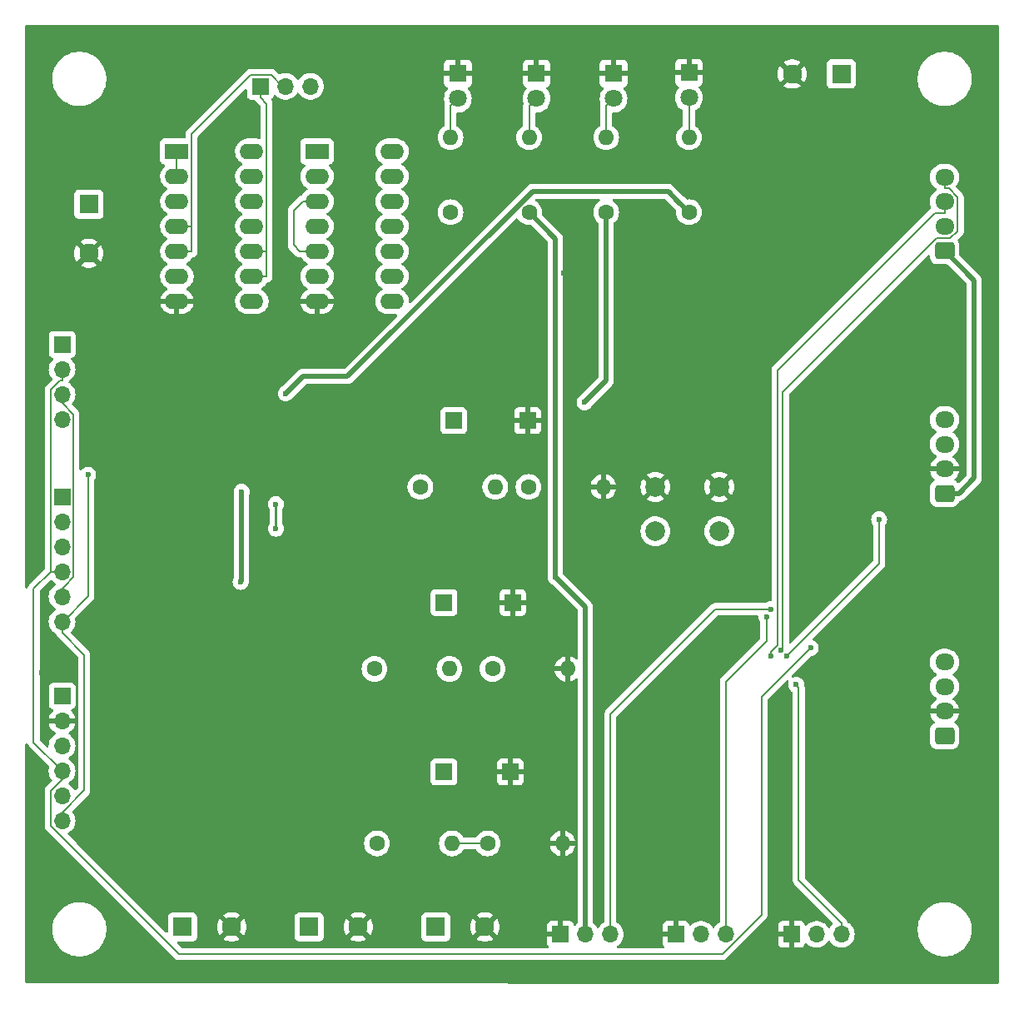
<source format=gbr>
%TF.GenerationSoftware,KiCad,Pcbnew,8.0.0*%
%TF.CreationDate,2024-03-19T00:20:39-05:00*%
%TF.ProjectId,MainBoard,4d61696e-426f-4617-9264-2e6b69636164,rev?*%
%TF.SameCoordinates,Original*%
%TF.FileFunction,Copper,L2,Bot*%
%TF.FilePolarity,Positive*%
%FSLAX46Y46*%
G04 Gerber Fmt 4.6, Leading zero omitted, Abs format (unit mm)*
G04 Created by KiCad (PCBNEW 8.0.0) date 2024-03-19 00:20:39*
%MOMM*%
%LPD*%
G01*
G04 APERTURE LIST*
G04 Aperture macros list*
%AMRoundRect*
0 Rectangle with rounded corners*
0 $1 Rounding radius*
0 $2 $3 $4 $5 $6 $7 $8 $9 X,Y pos of 4 corners*
0 Add a 4 corners polygon primitive as box body*
4,1,4,$2,$3,$4,$5,$6,$7,$8,$9,$2,$3,0*
0 Add four circle primitives for the rounded corners*
1,1,$1+$1,$2,$3*
1,1,$1+$1,$4,$5*
1,1,$1+$1,$6,$7*
1,1,$1+$1,$8,$9*
0 Add four rect primitives between the rounded corners*
20,1,$1+$1,$2,$3,$4,$5,0*
20,1,$1+$1,$4,$5,$6,$7,0*
20,1,$1+$1,$6,$7,$8,$9,0*
20,1,$1+$1,$8,$9,$2,$3,0*%
G04 Aperture macros list end*
%TA.AperFunction,ComponentPad*%
%ADD10R,1.950000X1.950000*%
%TD*%
%TA.AperFunction,ComponentPad*%
%ADD11C,1.950000*%
%TD*%
%TA.AperFunction,ComponentPad*%
%ADD12C,1.600000*%
%TD*%
%TA.AperFunction,ComponentPad*%
%ADD13O,1.600000X1.600000*%
%TD*%
%TA.AperFunction,ComponentPad*%
%ADD14R,1.700000X1.700000*%
%TD*%
%TA.AperFunction,ComponentPad*%
%ADD15O,1.700000X1.700000*%
%TD*%
%TA.AperFunction,ComponentPad*%
%ADD16R,1.800000X1.800000*%
%TD*%
%TA.AperFunction,ComponentPad*%
%ADD17C,1.800000*%
%TD*%
%TA.AperFunction,ComponentPad*%
%ADD18C,2.000000*%
%TD*%
%TA.AperFunction,ComponentPad*%
%ADD19RoundRect,0.250000X0.725000X-0.600000X0.725000X0.600000X-0.725000X0.600000X-0.725000X-0.600000X0*%
%TD*%
%TA.AperFunction,ComponentPad*%
%ADD20O,1.950000X1.700000*%
%TD*%
%TA.AperFunction,ComponentPad*%
%ADD21R,2.400000X1.600000*%
%TD*%
%TA.AperFunction,ComponentPad*%
%ADD22O,2.400000X1.600000*%
%TD*%
%TA.AperFunction,ViaPad*%
%ADD23C,0.600000*%
%TD*%
%TA.AperFunction,Conductor*%
%ADD24C,0.254000*%
%TD*%
%TA.AperFunction,Conductor*%
%ADD25C,0.508000*%
%TD*%
%TA.AperFunction,Conductor*%
%ADD26C,0.200000*%
%TD*%
G04 APERTURE END LIST*
D10*
%TO.P,J8,1,1*%
%TO.N,+5V_3A*%
X109475000Y-65750000D03*
D11*
%TO.P,J8,2,2*%
%TO.N,GND*%
X109475000Y-70750000D03*
%TD*%
D10*
%TO.P,J4,1,1*%
%TO.N,+12V*%
X144750000Y-139250000D03*
D11*
%TO.P,J4,2,2*%
%TO.N,GND*%
X149750000Y-139250000D03*
%TD*%
D10*
%TO.P,J3,1,1*%
%TO.N,+12V*%
X131875000Y-139250000D03*
D11*
%TO.P,J3,2,2*%
%TO.N,GND*%
X136875000Y-139250000D03*
%TD*%
D10*
%TO.P,J2,1,1*%
%TO.N,+12V*%
X119000000Y-139250000D03*
D11*
%TO.P,J2,2,2*%
%TO.N,GND*%
X124000000Y-139250000D03*
%TD*%
D10*
%TO.P,J1,1,1*%
%TO.N,+12V*%
X186000000Y-52500000D03*
D11*
%TO.P,J1,2,2*%
%TO.N,GND*%
X181000000Y-52500000D03*
%TD*%
D12*
%TO.P,R3,1*%
%TO.N,+12V*%
X170500000Y-66560000D03*
D13*
%TO.P,R3,2*%
%TO.N,Net-(D3-A)*%
X170500000Y-58940000D03*
%TD*%
D14*
%TO.P,TP5,1,1*%
%TO.N,Net-(JP3-A)*%
X145587500Y-106250000D03*
%TD*%
%TO.P,TP3,1,1*%
%TO.N,Net-(JP2-A)*%
X146587500Y-87750000D03*
%TD*%
%TO.P,J12,1,Pin_1*%
%TO.N,/SPI2_MOSI*%
X106750000Y-80000000D03*
D15*
%TO.P,J12,2,Pin_2*%
%TO.N,/SPI2_MISO*%
X106750000Y-82540000D03*
%TO.P,J12,3,Pin_3*%
%TO.N,/SPI2_SCK*%
X106750000Y-85080000D03*
%TO.P,J12,4,Pin_4*%
%TO.N,/SPI2_NSS*%
X106750000Y-87620000D03*
%TD*%
D12*
%TO.P,R7,1*%
%TO.N,Net-(U1-FB)*%
X154190000Y-94500000D03*
D13*
%TO.P,R7,2*%
%TO.N,GND*%
X161810000Y-94500000D03*
%TD*%
D14*
%TO.P,J5,1,Pin_1*%
%TO.N,GND*%
X157435000Y-140000000D03*
D15*
%TO.P,J5,2,Pin_2*%
%TO.N,+5V_1.2A*%
X159975000Y-140000000D03*
%TO.P,J5,3,Pin_3*%
%TO.N,Net-(J5-Pin_3)*%
X162515000Y-140000000D03*
%TD*%
D14*
%TO.P,TP2,1,1*%
%TO.N,GND*%
X152337500Y-123500000D03*
%TD*%
D16*
%TO.P,D1,1,K*%
%TO.N,GND*%
X147000000Y-52460000D03*
D17*
%TO.P,D1,2,A*%
%TO.N,Net-(D1-A)*%
X147000000Y-55000000D03*
%TD*%
D18*
%TO.P,SW1,1,1*%
%TO.N,GND*%
X167087500Y-94500000D03*
X173587500Y-94500000D03*
%TO.P,SW1,2,2*%
%TO.N,Net-(U3-NRST)*%
X167087500Y-99000000D03*
X173587500Y-99000000D03*
%TD*%
D16*
%TO.P,D4,1,K*%
%TO.N,GND*%
X162833300Y-52460000D03*
D17*
%TO.P,D4,2,A*%
%TO.N,Net-(D4-A)*%
X162833300Y-55000000D03*
%TD*%
D12*
%TO.P,R4,1*%
%TO.N,Net-(JP1-A)*%
X138777500Y-130750000D03*
D13*
%TO.P,R4,2*%
%TO.N,Net-(U5-FB)*%
X146397500Y-130750000D03*
%TD*%
D12*
%TO.P,R10,1*%
%TO.N,+5V_3A*%
X162083300Y-66560000D03*
D13*
%TO.P,R10,2*%
%TO.N,Net-(D4-A)*%
X162083300Y-58940000D03*
%TD*%
D12*
%TO.P,R8,1*%
%TO.N,Net-(JP3-A)*%
X138527500Y-113000000D03*
D13*
%TO.P,R8,2*%
%TO.N,Net-(U2-FB)*%
X146147500Y-113000000D03*
%TD*%
D12*
%TO.P,R5,1*%
%TO.N,Net-(U5-FB)*%
X150027500Y-130750000D03*
D13*
%TO.P,R5,2*%
%TO.N,GND*%
X157647500Y-130750000D03*
%TD*%
D12*
%TO.P,R9,1*%
%TO.N,Net-(U2-FB)*%
X150527500Y-113000000D03*
D13*
%TO.P,R9,2*%
%TO.N,GND*%
X158147500Y-113000000D03*
%TD*%
D14*
%TO.P,TP4,1,1*%
%TO.N,GND*%
X154087500Y-87750000D03*
%TD*%
D19*
%TO.P,J18,1,Pin_1*%
%TO.N,+3.3V_1.2A*%
X196500000Y-95160000D03*
D20*
%TO.P,J18,2,Pin_2*%
%TO.N,GND*%
X196500000Y-92660000D03*
%TO.P,J18,3,Pin_3*%
%TO.N,/ME2_ChA*%
X196500000Y-90160000D03*
%TO.P,J18,4,Pin_4*%
%TO.N,/ME2_ChB*%
X196500000Y-87660000D03*
%TD*%
D19*
%TO.P,J20,1,Pin_1*%
%TO.N,+3.3V_1.2A*%
X196500000Y-70500000D03*
D20*
%TO.P,J20,2,Pin_2*%
%TO.N,GND*%
X196500000Y-68000000D03*
%TO.P,J20,3,Pin_3*%
%TO.N,/ME3_ChA*%
X196500000Y-65500000D03*
%TO.P,J20,4,Pin_4*%
%TO.N,/ME3_ChB*%
X196500000Y-63000000D03*
%TD*%
D12*
%TO.P,R6,1*%
%TO.N,Net-(JP2-A)*%
X143190000Y-94500000D03*
D13*
%TO.P,R6,2*%
%TO.N,Net-(U1-FB)*%
X150810000Y-94500000D03*
%TD*%
D14*
%TO.P,J7,1,Pin_1*%
%TO.N,GND*%
X180920000Y-140000000D03*
D15*
%TO.P,J7,2,Pin_2*%
%TO.N,+5V_1.2A*%
X183460000Y-140000000D03*
%TO.P,J7,3,Pin_3*%
%TO.N,Net-(J7-Pin_3)*%
X186000000Y-140000000D03*
%TD*%
D14*
%TO.P,J10,1,Pin_1*%
%TO.N,+5V_1.2A*%
X106750000Y-95500000D03*
D15*
%TO.P,J10,2,Pin_2*%
%TO.N,GND*%
X106750000Y-98040000D03*
%TO.P,J10,3,Pin_3*%
%TO.N,/SPI2_MOSI*%
X106750000Y-100580000D03*
%TO.P,J10,4,Pin_4*%
%TO.N,/SPI2_MISO*%
X106750000Y-103120000D03*
%TO.P,J10,5,Pin_5*%
%TO.N,/SPI2_SCK*%
X106750000Y-105660000D03*
%TO.P,J10,6,Pin_6*%
%TO.N,/SPI2_NSS*%
X106750000Y-108200000D03*
%TD*%
D14*
%TO.P,J6,1,Pin_1*%
%TO.N,GND*%
X169177500Y-140000000D03*
D15*
%TO.P,J6,2,Pin_2*%
%TO.N,+5V_1.2A*%
X171717500Y-140000000D03*
%TO.P,J6,3,Pin_3*%
%TO.N,Net-(J6-Pin_3)*%
X174257500Y-140000000D03*
%TD*%
D14*
%TO.P,TP6,1,1*%
%TO.N,GND*%
X152587500Y-106250000D03*
%TD*%
D21*
%TO.P,U4,1,1A*%
%TO.N,Net-(J14-Pin_3)*%
X118425000Y-60375000D03*
D22*
%TO.P,U4,2,1B*%
X118425000Y-62915000D03*
%TO.P,U4,3,1Y*%
%TO.N,Net-(U4-1Y)*%
X118425000Y-65455000D03*
%TO.P,U4,4,2A*%
%TO.N,Net-(J14-Pin_2)*%
X118425000Y-67995000D03*
%TO.P,U4,5,2B*%
X118425000Y-70535000D03*
%TO.P,U4,6,2Y*%
%TO.N,Net-(U4-2Y)*%
X118425000Y-73075000D03*
%TO.P,U4,7,GND*%
%TO.N,GND*%
X118425000Y-75615000D03*
%TO.P,U4,8,3Y*%
%TO.N,Net-(U4-3Y)*%
X126045000Y-75615000D03*
%TO.P,U4,9,3A*%
%TO.N,Net-(J14-Pin_1)*%
X126045000Y-73075000D03*
%TO.P,U4,10,3B*%
X126045000Y-70535000D03*
%TO.P,U4,11,4Y*%
%TO.N,unconnected-(U4-4Y-Pad11)*%
X126045000Y-67995000D03*
%TO.P,U4,12,4A*%
%TO.N,unconnected-(U4-4A-Pad12)*%
X126045000Y-65455000D03*
%TO.P,U4,13,4B*%
%TO.N,unconnected-(U4-4B-Pad13)*%
X126045000Y-62915000D03*
%TO.P,U4,14,VCC*%
%TO.N,+5V_3A*%
X126045000Y-60375000D03*
%TD*%
D16*
%TO.P,D3,1,K*%
%TO.N,GND*%
X170500000Y-52375000D03*
D17*
%TO.P,D3,2,A*%
%TO.N,Net-(D3-A)*%
X170500000Y-54915000D03*
%TD*%
D14*
%TO.P,J11,1,Pin_1*%
%TO.N,+5V_1.2A*%
X106750000Y-115750000D03*
D15*
%TO.P,J11,2,Pin_2*%
%TO.N,GND*%
X106750000Y-118290000D03*
%TO.P,J11,3,Pin_3*%
%TO.N,/SPI2_MOSI*%
X106750000Y-120830000D03*
%TO.P,J11,4,Pin_4*%
%TO.N,/SPI2_MISO*%
X106750000Y-123370000D03*
%TO.P,J11,5,Pin_5*%
%TO.N,/SPI2_SCK*%
X106750000Y-125910000D03*
%TO.P,J11,6,Pin_6*%
%TO.N,/SPI2_NSS*%
X106750000Y-128450000D03*
%TD*%
D21*
%TO.P,U6,1,1A*%
%TO.N,Net-(U4-2Y)*%
X132675000Y-60375000D03*
D22*
%TO.P,U6,2,1B*%
%TO.N,Net-(U4-1Y)*%
X132675000Y-62915000D03*
%TO.P,U6,3,1Y*%
%TO.N,Net-(U6-1Y)*%
X132675000Y-65455000D03*
%TO.P,U6,4,2A*%
%TO.N,Net-(U4-3Y)*%
X132675000Y-67995000D03*
%TO.P,U6,5,2B*%
%TO.N,Net-(U6-1Y)*%
X132675000Y-70535000D03*
%TO.P,U6,6,2Y*%
%TO.N,/LimitSwitchORGates/OR3 Output*%
X132675000Y-73075000D03*
%TO.P,U6,7,GND*%
%TO.N,GND*%
X132675000Y-75615000D03*
%TO.P,U6,8,3Y*%
%TO.N,unconnected-(U6-3Y-Pad8)*%
X140295000Y-75615000D03*
%TO.P,U6,9,3A*%
%TO.N,unconnected-(U6-3A-Pad9)*%
X140295000Y-73075000D03*
%TO.P,U6,10,3B*%
%TO.N,unconnected-(U6-3B-Pad10)*%
X140295000Y-70535000D03*
%TO.P,U6,11,4Y*%
%TO.N,unconnected-(U6-4Y-Pad11)*%
X140295000Y-67995000D03*
%TO.P,U6,12,4A*%
%TO.N,unconnected-(U6-4A-Pad12)*%
X140295000Y-65455000D03*
%TO.P,U6,13,4B*%
%TO.N,unconnected-(U6-4B-Pad13)*%
X140295000Y-62915000D03*
%TO.P,U6,14,VCC*%
%TO.N,+5V_3A*%
X140295000Y-60375000D03*
%TD*%
D12*
%TO.P,R1,1*%
%TO.N,+3.3V_1.2A*%
X146250000Y-66560000D03*
D13*
%TO.P,R1,2*%
%TO.N,Net-(D1-A)*%
X146250000Y-58940000D03*
%TD*%
D16*
%TO.P,D2,1,K*%
%TO.N,GND*%
X155000000Y-52460000D03*
D17*
%TO.P,D2,2,A*%
%TO.N,Net-(D2-A)*%
X155000000Y-55000000D03*
%TD*%
D14*
%TO.P,TP1,1,1*%
%TO.N,Net-(JP1-A)*%
X145587500Y-123500000D03*
%TD*%
%TO.P,J14,1,Pin_1*%
%TO.N,Net-(J14-Pin_1)*%
X126920000Y-53750000D03*
D15*
%TO.P,J14,2,Pin_2*%
%TO.N,Net-(J14-Pin_2)*%
X129460000Y-53750000D03*
%TO.P,J14,3,Pin_3*%
%TO.N,Net-(J14-Pin_3)*%
X132000000Y-53750000D03*
%TD*%
D19*
%TO.P,J19,1,Pin_1*%
%TO.N,+3.3V_1.2A*%
X196500000Y-119820000D03*
D20*
%TO.P,J19,2,Pin_2*%
%TO.N,GND*%
X196500000Y-117320000D03*
%TO.P,J19,3,Pin_3*%
%TO.N,/ME1_ChA*%
X196500000Y-114820000D03*
%TO.P,J19,4,Pin_4*%
%TO.N,/ME1_ChB*%
X196500000Y-112320000D03*
%TD*%
D12*
%TO.P,R2,1*%
%TO.N,+5V_1.2A*%
X154250000Y-66560000D03*
D13*
%TO.P,R2,2*%
%TO.N,Net-(D2-A)*%
X154250000Y-58940000D03*
%TD*%
D23*
%TO.N,Net-(U1-SW)*%
X128500000Y-98750000D03*
X128500000Y-96250000D03*
%TO.N,+12V*%
X125000000Y-95000000D03*
%TO.N,GND*%
X111750000Y-92000000D03*
%TO.N,+12V*%
X129500000Y-85000000D03*
X124902700Y-104156700D03*
%TO.N,GND*%
X136750000Y-133500000D03*
X179000000Y-127500000D03*
X183950000Y-114200000D03*
X138838000Y-118250000D03*
X109950000Y-120900000D03*
X125700000Y-126800000D03*
X125750000Y-90250000D03*
X171250000Y-104000000D03*
X157750000Y-72750000D03*
X185900000Y-118150000D03*
X116950000Y-86150000D03*
X104600000Y-93000000D03*
X171500000Y-110350000D03*
X145750000Y-99500000D03*
X104650000Y-113350000D03*
X111400000Y-104100000D03*
X125250000Y-80500000D03*
X185750000Y-81750000D03*
X177800000Y-103150000D03*
X125750000Y-109050000D03*
X184850000Y-105150000D03*
%TO.N,+5V_3A*%
X159883500Y-85890400D03*
%TO.N,+5V_1.2A*%
X156936400Y-103687000D03*
%TO.N,Net-(J5-Pin_3)*%
X178831100Y-106920000D03*
%TO.N,Net-(J6-Pin_3)*%
X178381000Y-107683600D03*
%TO.N,Net-(J7-Pin_3)*%
X181400000Y-114611300D03*
%TO.N,/SPI2_NSS*%
X109400000Y-93250000D03*
%TO.N,/SPI2_MISO*%
X182891200Y-110869200D03*
%TO.N,/ME2_ChA*%
X180462500Y-111675100D03*
X189839700Y-97792800D03*
%TO.N,/ME3_ChA*%
X178843300Y-111719600D03*
%TO.N,/ME3_ChB*%
X179886900Y-111094000D03*
%TD*%
D24*
%TO.N,Net-(U1-SW)*%
X128500000Y-96250000D02*
X128500000Y-98750000D01*
D25*
%TO.N,+12V*%
X125000000Y-104059400D02*
X124902700Y-104156700D01*
X125000000Y-95000000D02*
X125000000Y-104059400D01*
X131246000Y-83254000D02*
X129500000Y-85000000D01*
X154586576Y-64450000D02*
X135782576Y-83254000D01*
X169390800Y-65440800D02*
X168400000Y-64450000D01*
X169390800Y-65450800D02*
X169390800Y-65440800D01*
X135782576Y-83254000D02*
X131246000Y-83254000D01*
X170500000Y-66560000D02*
X169390800Y-65450800D01*
X168400000Y-64450000D02*
X154586576Y-64450000D01*
D26*
%TO.N,/SPI2_MISO*%
X118653000Y-142000000D02*
X105598100Y-128945100D01*
X173901100Y-142000000D02*
X118653000Y-142000000D01*
X177880800Y-115879600D02*
X177880800Y-138020300D01*
X177880800Y-138020300D02*
X173901100Y-142000000D01*
X105598100Y-125384500D02*
X106750000Y-124232600D01*
X106750000Y-124232600D02*
X106750000Y-123370000D01*
X182891200Y-110869200D02*
X177880800Y-115879600D01*
X105598100Y-128945100D02*
X105598100Y-125384500D01*
%TO.N,Net-(D1-A)*%
X146250000Y-55750000D02*
X146250000Y-58940000D01*
X147000000Y-55000000D02*
X146250000Y-55750000D01*
%TO.N,Net-(D2-A)*%
X154250000Y-55750000D02*
X154250000Y-58940000D01*
X155000000Y-55000000D02*
X154250000Y-55750000D01*
%TO.N,Net-(D3-A)*%
X170500000Y-54915000D02*
X170500000Y-58940000D01*
%TO.N,Net-(D4-A)*%
X162083300Y-55750000D02*
X162083300Y-58940000D01*
X162833300Y-55000000D02*
X162083300Y-55750000D01*
D25*
%TO.N,+5V_3A*%
X162083300Y-83690600D02*
X159883500Y-85890400D01*
X162083300Y-66560000D02*
X162083300Y-83690600D01*
%TO.N,+5V_1.2A*%
X159975000Y-106725600D02*
X159975000Y-140000000D01*
X156936400Y-103687000D02*
X159975000Y-106725600D01*
X156936400Y-69246400D02*
X156936400Y-103687000D01*
X154250000Y-66560000D02*
X156936400Y-69246400D01*
D26*
%TO.N,Net-(J5-Pin_3)*%
X178831100Y-106920000D02*
X173180000Y-106920000D01*
X173180000Y-106920000D02*
X162515000Y-117585000D01*
X162515000Y-117585000D02*
X162515000Y-140000000D01*
%TO.N,Net-(J6-Pin_3)*%
X174257500Y-114292500D02*
X174257500Y-140000000D01*
X178381000Y-107683600D02*
X178381000Y-110169000D01*
X178381000Y-110169000D02*
X174257500Y-114292500D01*
%TO.N,Net-(J7-Pin_3)*%
X181659800Y-114871100D02*
X181659800Y-134509700D01*
X181400000Y-114611300D02*
X181659800Y-114871100D01*
X181659800Y-134509700D02*
X186000000Y-138849900D01*
X186000000Y-138849900D02*
X186000000Y-140000000D01*
%TO.N,/SPI2_NSS*%
X109000000Y-111600100D02*
X106750000Y-109350100D01*
X109400000Y-105621800D02*
X106750000Y-108271800D01*
X106750000Y-128450000D02*
X106750000Y-127587400D01*
X106750000Y-127587400D02*
X109000000Y-125337400D01*
X109400000Y-93250000D02*
X109400000Y-105621800D01*
X106750000Y-108200000D02*
X106750000Y-108271800D01*
X109000000Y-125337400D02*
X109000000Y-111600100D01*
X106750000Y-109350100D02*
X106750000Y-108271800D01*
%TO.N,/SPI2_MISO*%
X105599900Y-103120000D02*
X105599900Y-84601900D01*
X106750000Y-103120000D02*
X105599900Y-103120000D01*
X106511700Y-83690100D02*
X106750000Y-83690100D01*
X103850000Y-120470000D02*
X103850000Y-104869900D01*
X106750000Y-123370000D02*
X103850000Y-120470000D01*
X106750000Y-82540000D02*
X106750000Y-83690100D01*
X105599900Y-84601900D02*
X106511700Y-83690100D01*
X103850000Y-104869900D02*
X105599900Y-103120000D01*
%TO.N,/SPI2_SCK*%
X107908100Y-87108100D02*
X107908100Y-103639300D01*
X106750000Y-104800000D02*
X106750000Y-105660000D01*
X107908100Y-103639300D02*
X107000000Y-104547400D01*
X106750000Y-85950000D02*
X107908100Y-87108100D01*
X106750000Y-85080000D02*
X106750000Y-85950000D01*
X107000000Y-104550000D02*
X106750000Y-104800000D01*
X107000000Y-104547400D02*
X107000000Y-104550000D01*
D25*
%TO.N,+3.3V_1.2A*%
X199500000Y-93600000D02*
X199500000Y-73500000D01*
X197940000Y-95160000D02*
X199500000Y-93600000D01*
X196500000Y-95160000D02*
X197940000Y-95160000D01*
X199500000Y-73500000D02*
X196500000Y-70500000D01*
D26*
%TO.N,Net-(J14-Pin_2)*%
X129150000Y-53750000D02*
X129460000Y-53750000D01*
X118425000Y-70535000D02*
X119925100Y-70535000D01*
X127999800Y-52599800D02*
X129150000Y-53750000D01*
X119925100Y-67995000D02*
X119925100Y-58605800D01*
X119925100Y-58605800D02*
X125931100Y-52599800D01*
X125931100Y-52599800D02*
X127999800Y-52599800D01*
X119925100Y-70535000D02*
X119925100Y-67995000D01*
X118425000Y-67995000D02*
X119925100Y-67995000D01*
%TO.N,Net-(J14-Pin_3)*%
X118425000Y-62915000D02*
X118425000Y-60375000D01*
%TO.N,Net-(J14-Pin_1)*%
X126920000Y-53750000D02*
X126920000Y-54900100D01*
X126045000Y-70535000D02*
X127445100Y-70535000D01*
X127545100Y-55525200D02*
X126920000Y-54900100D01*
X126045000Y-73075000D02*
X127545100Y-73075000D01*
X127445100Y-70535000D02*
X127545100Y-70535000D01*
X127545100Y-70535000D02*
X127545100Y-73075000D01*
X127545100Y-70535000D02*
X127545100Y-55525200D01*
%TO.N,/ME2_ChA*%
X180462500Y-111675100D02*
X189839700Y-102297900D01*
X189839700Y-102297900D02*
X189839700Y-97792800D01*
%TO.N,/ME3_ChA*%
X195493700Y-66650100D02*
X179511300Y-82632500D01*
X196500000Y-65500000D02*
X196500000Y-66650100D01*
X178843400Y-111719600D02*
X178843300Y-111719600D01*
X179511300Y-82632500D02*
X179511300Y-110621000D01*
X179511300Y-110621000D02*
X178843400Y-111288900D01*
X178843400Y-111288900D02*
X178843400Y-111719600D01*
X196500000Y-66650100D02*
X195493700Y-66650100D01*
%TO.N,/ME3_ChB*%
X197829200Y-68483200D02*
X197077700Y-69234700D01*
X196500000Y-63000000D02*
X196500000Y-64150100D01*
X180062300Y-110918600D02*
X179886900Y-111094000D01*
X196500000Y-64150100D02*
X196931300Y-64150100D01*
X195653500Y-69234700D02*
X180062300Y-84825900D01*
X197829200Y-65048000D02*
X197829200Y-68483200D01*
X197077700Y-69234700D02*
X195653500Y-69234700D01*
X196931300Y-64150100D02*
X197829200Y-65048000D01*
X180062300Y-84825900D02*
X180062300Y-110918600D01*
%TO.N,Net-(U5-FB)*%
X150027500Y-130750000D02*
X146397500Y-130750000D01*
%TO.N,Net-(U6-1Y)*%
X131245000Y-65455000D02*
X132675000Y-65455000D01*
X130300000Y-66400000D02*
X131245000Y-65455000D01*
X132675000Y-70535000D02*
X130935000Y-70535000D01*
X130300000Y-69900000D02*
X130300000Y-66400000D01*
X130935000Y-70535000D02*
X130300000Y-69900000D01*
%TD*%
%TA.AperFunction,Conductor*%
%TO.N,GND*%
G36*
X201942121Y-47520002D02*
G01*
X201988614Y-47573658D01*
X202000000Y-47626000D01*
X202000000Y-144923936D01*
X201979998Y-144992057D01*
X201926342Y-145038550D01*
X201873936Y-145049936D01*
X103141436Y-145000070D01*
X103073326Y-144980034D01*
X103026860Y-144926354D01*
X103015500Y-144874070D01*
X103015500Y-139654465D01*
X105749500Y-139654465D01*
X105784089Y-139961456D01*
X105816665Y-140104178D01*
X105852832Y-140262636D01*
X105852834Y-140262642D01*
X105852833Y-140262642D01*
X105954858Y-140554211D01*
X105954869Y-140554238D01*
X106088902Y-140832560D01*
X106088907Y-140832569D01*
X106253265Y-141094143D01*
X106445882Y-141335677D01*
X106664322Y-141554117D01*
X106664326Y-141554120D01*
X106905857Y-141746735D01*
X107167435Y-141911095D01*
X107445771Y-142045135D01*
X107445787Y-142045140D01*
X107445788Y-142045141D01*
X107737357Y-142147166D01*
X107737360Y-142147166D01*
X107737364Y-142147168D01*
X107960290Y-142198049D01*
X108038543Y-142215910D01*
X108038544Y-142215910D01*
X108038548Y-142215911D01*
X108282565Y-142243405D01*
X108345534Y-142250500D01*
X108345535Y-142250500D01*
X108654466Y-142250500D01*
X108706717Y-142244612D01*
X108961452Y-142215911D01*
X109262636Y-142147168D01*
X109554229Y-142045135D01*
X109832565Y-141911095D01*
X110094143Y-141746735D01*
X110335674Y-141554120D01*
X110554120Y-141335674D01*
X110746735Y-141094143D01*
X110911095Y-140832565D01*
X111045135Y-140554229D01*
X111147168Y-140262636D01*
X111215911Y-139961452D01*
X111250500Y-139654465D01*
X111250500Y-139345535D01*
X111250409Y-139344731D01*
X111239736Y-139249999D01*
X111215911Y-139038548D01*
X111147168Y-138737364D01*
X111146255Y-138734756D01*
X111045141Y-138445788D01*
X111045140Y-138445787D01*
X111045135Y-138445771D01*
X110911095Y-138167435D01*
X110868980Y-138100410D01*
X110823983Y-138028797D01*
X110746735Y-137905857D01*
X110554120Y-137664326D01*
X110554117Y-137664322D01*
X110335677Y-137445882D01*
X110094143Y-137253265D01*
X109832569Y-137088907D01*
X109832560Y-137088902D01*
X109554238Y-136954869D01*
X109554233Y-136954867D01*
X109554229Y-136954865D01*
X109554223Y-136954862D01*
X109554211Y-136954858D01*
X109262642Y-136852833D01*
X108961456Y-136784089D01*
X108654466Y-136749500D01*
X108654465Y-136749500D01*
X108345535Y-136749500D01*
X108345534Y-136749500D01*
X108038543Y-136784089D01*
X107737357Y-136852833D01*
X107445788Y-136954858D01*
X107445761Y-136954869D01*
X107167439Y-137088902D01*
X107167430Y-137088907D01*
X106905856Y-137253265D01*
X106664322Y-137445882D01*
X106445882Y-137664322D01*
X106253265Y-137905856D01*
X106088907Y-138167430D01*
X106088902Y-138167439D01*
X105954869Y-138445761D01*
X105954858Y-138445788D01*
X105852833Y-138737357D01*
X105784089Y-139038543D01*
X105749500Y-139345534D01*
X105749500Y-139654465D01*
X103015500Y-139654465D01*
X103015500Y-120663731D01*
X103035502Y-120595610D01*
X103089158Y-120549117D01*
X103159432Y-120539013D01*
X103224012Y-120568507D01*
X103262396Y-120628233D01*
X103263190Y-120631061D01*
X103282968Y-120704873D01*
X103282969Y-120704875D01*
X103282970Y-120704877D01*
X103363075Y-120843623D01*
X103363083Y-120843633D01*
X105407276Y-122887825D01*
X105441301Y-122950137D01*
X105440326Y-123007850D01*
X105405436Y-123145628D01*
X105386844Y-123370000D01*
X105405437Y-123594375D01*
X105460702Y-123812612D01*
X105460703Y-123812613D01*
X105460704Y-123812616D01*
X105551140Y-124018791D01*
X105674278Y-124207268D01*
X105707675Y-124243546D01*
X105739096Y-124307211D01*
X105731109Y-124377757D01*
X105704070Y-124417979D01*
X105111180Y-125010870D01*
X105111175Y-125010876D01*
X105031067Y-125149627D01*
X105031068Y-125149628D01*
X104989600Y-125304389D01*
X104989600Y-128864990D01*
X104989600Y-129025210D01*
X105031068Y-129179973D01*
X105031069Y-129179975D01*
X105031070Y-129179977D01*
X105111175Y-129318723D01*
X105111183Y-129318733D01*
X118279366Y-142486916D01*
X118279371Y-142486920D01*
X118279373Y-142486922D01*
X118418128Y-142567032D01*
X118572889Y-142608500D01*
X118572890Y-142608500D01*
X118572891Y-142608500D01*
X173981210Y-142608500D01*
X173981211Y-142608500D01*
X174058591Y-142587766D01*
X174135973Y-142567032D01*
X174274727Y-142486922D01*
X178367722Y-138393927D01*
X178447832Y-138255172D01*
X178489300Y-138100410D01*
X178489300Y-137940190D01*
X178489300Y-116183838D01*
X178509302Y-116115717D01*
X178526200Y-116094748D01*
X180440396Y-114180552D01*
X180502707Y-114146527D01*
X180573522Y-114151592D01*
X180630358Y-114194139D01*
X180655169Y-114260659D01*
X180648419Y-114311263D01*
X180618066Y-114398009D01*
X180606783Y-114430253D01*
X180586384Y-114611300D01*
X180606783Y-114792347D01*
X180606783Y-114792349D01*
X180606784Y-114792350D01*
X180666957Y-114964315D01*
X180666958Y-114964318D01*
X180763887Y-115118579D01*
X180763888Y-115118581D01*
X180892718Y-115247411D01*
X180892720Y-115247412D01*
X180992336Y-115310005D01*
X181039374Y-115363183D01*
X181051300Y-115416692D01*
X181051300Y-134429590D01*
X181051300Y-134589810D01*
X181092768Y-134744573D01*
X181092769Y-134744575D01*
X181092770Y-134744577D01*
X181172875Y-134883323D01*
X181172883Y-134883333D01*
X185093892Y-138804341D01*
X185127918Y-138866653D01*
X185122853Y-138937468D01*
X185082200Y-138992858D01*
X185076768Y-138997086D01*
X185076753Y-138997100D01*
X184924280Y-139162729D01*
X184924279Y-139162729D01*
X184835483Y-139298643D01*
X184781479Y-139344731D01*
X184711131Y-139354306D01*
X184646774Y-139324329D01*
X184624517Y-139298643D01*
X184535720Y-139162729D01*
X184406600Y-139022470D01*
X184383240Y-138997094D01*
X184383239Y-138997093D01*
X184383237Y-138997091D01*
X184271106Y-138909816D01*
X184205576Y-138858811D01*
X184007574Y-138751658D01*
X184007572Y-138751657D01*
X184007571Y-138751656D01*
X183794639Y-138678557D01*
X183794630Y-138678555D01*
X183750476Y-138671187D01*
X183572569Y-138641500D01*
X183347431Y-138641500D01*
X183199211Y-138666233D01*
X183125369Y-138678555D01*
X183125360Y-138678557D01*
X182912428Y-138751656D01*
X182912426Y-138751658D01*
X182714432Y-138858807D01*
X182714426Y-138858810D01*
X182714424Y-138858811D01*
X182536759Y-138997094D01*
X182475374Y-139063775D01*
X182414521Y-139100346D01*
X182343557Y-139098211D01*
X182285012Y-139058049D01*
X182264618Y-139022470D01*
X182220443Y-138904033D01*
X182132904Y-138787095D01*
X182015965Y-138699555D01*
X181879093Y-138648505D01*
X181818597Y-138642000D01*
X181174000Y-138642000D01*
X181174000Y-139569297D01*
X181112993Y-139534075D01*
X180985826Y-139500000D01*
X180854174Y-139500000D01*
X180727007Y-139534075D01*
X180666000Y-139569297D01*
X180666000Y-138642000D01*
X180021402Y-138642000D01*
X179960906Y-138648505D01*
X179824035Y-138699555D01*
X179824034Y-138699555D01*
X179707095Y-138787095D01*
X179619555Y-138904034D01*
X179619555Y-138904035D01*
X179568505Y-139040906D01*
X179562000Y-139101402D01*
X179562000Y-139746000D01*
X180489297Y-139746000D01*
X180454075Y-139807007D01*
X180420000Y-139934174D01*
X180420000Y-140065826D01*
X180454075Y-140192993D01*
X180489297Y-140254000D01*
X179562000Y-140254000D01*
X179562000Y-140898597D01*
X179568505Y-140959093D01*
X179619555Y-141095964D01*
X179619555Y-141095965D01*
X179707095Y-141212904D01*
X179824034Y-141300444D01*
X179960906Y-141351494D01*
X180021402Y-141357999D01*
X180021415Y-141358000D01*
X180666000Y-141358000D01*
X180666000Y-140430702D01*
X180727007Y-140465925D01*
X180854174Y-140500000D01*
X180985826Y-140500000D01*
X181112993Y-140465925D01*
X181174000Y-140430702D01*
X181174000Y-141358000D01*
X181818585Y-141358000D01*
X181818597Y-141357999D01*
X181879093Y-141351494D01*
X182015964Y-141300444D01*
X182015965Y-141300444D01*
X182132904Y-141212904D01*
X182220444Y-141095965D01*
X182264618Y-140977530D01*
X182307165Y-140920694D01*
X182373685Y-140895883D01*
X182443059Y-140910974D01*
X182475372Y-140936222D01*
X182486763Y-140948595D01*
X182536762Y-141002908D01*
X182591331Y-141045381D01*
X182714424Y-141141189D01*
X182912426Y-141248342D01*
X182912427Y-141248342D01*
X182912428Y-141248343D01*
X182987212Y-141274016D01*
X183125365Y-141321444D01*
X183347431Y-141358500D01*
X183347435Y-141358500D01*
X183572565Y-141358500D01*
X183572569Y-141358500D01*
X183794635Y-141321444D01*
X184007574Y-141248342D01*
X184205576Y-141141189D01*
X184383240Y-141002906D01*
X184535722Y-140837268D01*
X184624518Y-140701354D01*
X184678520Y-140655268D01*
X184748868Y-140645692D01*
X184813225Y-140675669D01*
X184835480Y-140701353D01*
X184856483Y-140733500D01*
X184924275Y-140837265D01*
X184924279Y-140837270D01*
X185076762Y-141002908D01*
X185131331Y-141045381D01*
X185254424Y-141141189D01*
X185452426Y-141248342D01*
X185452427Y-141248342D01*
X185452428Y-141248343D01*
X185527212Y-141274016D01*
X185665365Y-141321444D01*
X185887431Y-141358500D01*
X185887435Y-141358500D01*
X186112565Y-141358500D01*
X186112569Y-141358500D01*
X186334635Y-141321444D01*
X186547574Y-141248342D01*
X186745576Y-141141189D01*
X186923240Y-141002906D01*
X187075722Y-140837268D01*
X187198860Y-140648791D01*
X187289296Y-140442616D01*
X187344564Y-140224368D01*
X187363156Y-140000000D01*
X187344564Y-139775632D01*
X187313880Y-139654465D01*
X193749500Y-139654465D01*
X193784089Y-139961456D01*
X193816665Y-140104178D01*
X193852832Y-140262636D01*
X193852834Y-140262642D01*
X193852833Y-140262642D01*
X193954858Y-140554211D01*
X193954869Y-140554238D01*
X194088902Y-140832560D01*
X194088907Y-140832569D01*
X194253265Y-141094143D01*
X194445882Y-141335677D01*
X194664322Y-141554117D01*
X194664326Y-141554120D01*
X194905857Y-141746735D01*
X195167435Y-141911095D01*
X195445771Y-142045135D01*
X195445787Y-142045140D01*
X195445788Y-142045141D01*
X195737357Y-142147166D01*
X195737360Y-142147166D01*
X195737364Y-142147168D01*
X195960290Y-142198049D01*
X196038543Y-142215910D01*
X196038544Y-142215910D01*
X196038548Y-142215911D01*
X196282565Y-142243405D01*
X196345534Y-142250500D01*
X196345535Y-142250500D01*
X196654466Y-142250500D01*
X196706717Y-142244612D01*
X196961452Y-142215911D01*
X197262636Y-142147168D01*
X197554229Y-142045135D01*
X197832565Y-141911095D01*
X198094143Y-141746735D01*
X198335674Y-141554120D01*
X198554120Y-141335674D01*
X198746735Y-141094143D01*
X198911095Y-140832565D01*
X199045135Y-140554229D01*
X199147168Y-140262636D01*
X199215911Y-139961452D01*
X199250500Y-139654465D01*
X199250500Y-139345535D01*
X199250409Y-139344731D01*
X199239736Y-139249999D01*
X199215911Y-139038548D01*
X199147168Y-138737364D01*
X199146255Y-138734756D01*
X199045141Y-138445788D01*
X199045140Y-138445787D01*
X199045135Y-138445771D01*
X198911095Y-138167435D01*
X198868980Y-138100410D01*
X198823983Y-138028797D01*
X198746735Y-137905857D01*
X198554120Y-137664326D01*
X198554117Y-137664322D01*
X198335677Y-137445882D01*
X198094143Y-137253265D01*
X197832569Y-137088907D01*
X197832560Y-137088902D01*
X197554238Y-136954869D01*
X197554233Y-136954867D01*
X197554229Y-136954865D01*
X197554223Y-136954862D01*
X197554211Y-136954858D01*
X197262642Y-136852833D01*
X196961456Y-136784089D01*
X196654466Y-136749500D01*
X196654465Y-136749500D01*
X196345535Y-136749500D01*
X196345534Y-136749500D01*
X196038543Y-136784089D01*
X195737357Y-136852833D01*
X195445788Y-136954858D01*
X195445761Y-136954869D01*
X195167439Y-137088902D01*
X195167430Y-137088907D01*
X194905856Y-137253265D01*
X194664322Y-137445882D01*
X194445882Y-137664322D01*
X194253265Y-137905856D01*
X194088907Y-138167430D01*
X194088902Y-138167439D01*
X193954869Y-138445761D01*
X193954858Y-138445788D01*
X193852833Y-138737357D01*
X193784089Y-139038543D01*
X193749500Y-139345534D01*
X193749500Y-139654465D01*
X187313880Y-139654465D01*
X187289296Y-139557384D01*
X187198860Y-139351209D01*
X187192140Y-139340924D01*
X187075724Y-139162734D01*
X187075720Y-139162729D01*
X186946600Y-139022470D01*
X186923240Y-138997094D01*
X186923239Y-138997093D01*
X186923237Y-138997091D01*
X186811106Y-138909816D01*
X186745576Y-138858811D01*
X186745569Y-138858807D01*
X186660849Y-138812958D01*
X186610459Y-138762945D01*
X186599114Y-138734763D01*
X186567032Y-138615028D01*
X186551042Y-138587332D01*
X186486922Y-138476273D01*
X186486920Y-138476271D01*
X186486916Y-138476266D01*
X182305205Y-134294555D01*
X182271179Y-134232243D01*
X182268300Y-134205460D01*
X182268300Y-120470544D01*
X195016500Y-120470544D01*
X195027112Y-120574425D01*
X195082885Y-120742738D01*
X195175970Y-120893652D01*
X195175975Y-120893658D01*
X195301341Y-121019024D01*
X195301347Y-121019029D01*
X195301348Y-121019030D01*
X195452262Y-121112115D01*
X195620574Y-121167887D01*
X195724455Y-121178500D01*
X197275544Y-121178499D01*
X197379426Y-121167887D01*
X197547738Y-121112115D01*
X197698652Y-121019030D01*
X197824030Y-120893652D01*
X197917115Y-120742738D01*
X197972887Y-120574426D01*
X197983500Y-120470545D01*
X197983499Y-119169456D01*
X197972887Y-119065574D01*
X197917115Y-118897262D01*
X197824030Y-118746348D01*
X197824029Y-118746347D01*
X197824024Y-118746341D01*
X197698658Y-118620975D01*
X197698652Y-118620970D01*
X197553401Y-118531378D01*
X197505926Y-118478595D01*
X197494523Y-118408520D01*
X197522815Y-118343405D01*
X197530456Y-118335044D01*
X197660823Y-118204677D01*
X197786463Y-118031750D01*
X197883506Y-117841292D01*
X197883509Y-117841286D01*
X197949559Y-117638004D01*
X197959698Y-117574000D01*
X196901836Y-117574000D01*
X196942630Y-117503343D01*
X196975000Y-117382535D01*
X196975000Y-117257465D01*
X196942630Y-117136657D01*
X196901836Y-117066000D01*
X197959697Y-117066000D01*
X197949559Y-117001995D01*
X197883509Y-116798713D01*
X197883506Y-116798707D01*
X197786463Y-116608249D01*
X197660822Y-116435320D01*
X197509679Y-116284177D01*
X197355618Y-116172245D01*
X197312264Y-116116022D01*
X197306189Y-116045286D01*
X197339321Y-115982495D01*
X197355612Y-115968377D01*
X197510004Y-115856206D01*
X197661206Y-115705004D01*
X197786894Y-115532009D01*
X197883972Y-115341483D01*
X197950049Y-115138116D01*
X197983500Y-114926916D01*
X197983500Y-114713084D01*
X197950049Y-114501884D01*
X197883972Y-114298517D01*
X197786894Y-114107991D01*
X197661206Y-113934996D01*
X197661203Y-113934993D01*
X197661201Y-113934990D01*
X197510009Y-113783798D01*
X197510006Y-113783796D01*
X197510004Y-113783794D01*
X197356043Y-113671935D01*
X197312690Y-113615714D01*
X197306615Y-113544978D01*
X197339746Y-113482186D01*
X197356044Y-113468064D01*
X197382190Y-113449068D01*
X197510004Y-113356206D01*
X197661206Y-113205004D01*
X197786894Y-113032009D01*
X197883972Y-112841483D01*
X197950049Y-112638116D01*
X197983500Y-112426916D01*
X197983500Y-112213084D01*
X197950049Y-112001884D01*
X197883972Y-111798517D01*
X197786894Y-111607991D01*
X197661206Y-111434996D01*
X197661203Y-111434993D01*
X197661201Y-111434990D01*
X197510009Y-111283798D01*
X197510006Y-111283796D01*
X197510004Y-111283794D01*
X197337009Y-111158106D01*
X197146483Y-111061028D01*
X197146480Y-111061027D01*
X197146478Y-111061026D01*
X196943120Y-110994952D01*
X196943123Y-110994952D01*
X196903801Y-110988724D01*
X196731916Y-110961500D01*
X196268084Y-110961500D01*
X196056884Y-110994951D01*
X196056878Y-110994952D01*
X195853521Y-111061026D01*
X195853515Y-111061029D01*
X195662987Y-111158108D01*
X195489993Y-111283796D01*
X195489990Y-111283798D01*
X195338798Y-111434990D01*
X195338796Y-111434993D01*
X195213108Y-111607987D01*
X195116029Y-111798515D01*
X195116026Y-111798521D01*
X195049952Y-112001878D01*
X195049951Y-112001883D01*
X195049951Y-112001884D01*
X195016500Y-112213084D01*
X195016500Y-112426916D01*
X195049951Y-112638116D01*
X195049952Y-112638121D01*
X195116026Y-112841478D01*
X195116028Y-112841483D01*
X195196797Y-113000000D01*
X195213108Y-113032012D01*
X195244182Y-113074781D01*
X195338794Y-113205004D01*
X195338796Y-113205006D01*
X195338798Y-113205009D01*
X195489990Y-113356201D01*
X195489993Y-113356203D01*
X195489996Y-113356206D01*
X195590298Y-113429079D01*
X195643955Y-113468064D01*
X195687309Y-113524286D01*
X195693384Y-113595023D01*
X195660252Y-113657814D01*
X195643955Y-113671936D01*
X195489993Y-113783796D01*
X195489990Y-113783798D01*
X195338798Y-113934990D01*
X195338796Y-113934993D01*
X195213108Y-114107987D01*
X195116029Y-114298515D01*
X195116026Y-114298521D01*
X195049952Y-114501878D01*
X195049951Y-114501883D01*
X195049951Y-114501884D01*
X195016500Y-114713084D01*
X195016500Y-114926916D01*
X195022424Y-114964318D01*
X195049952Y-115138121D01*
X195105800Y-115310005D01*
X195116028Y-115341483D01*
X195199840Y-115505973D01*
X195213108Y-115532012D01*
X195338794Y-115705004D01*
X195338798Y-115705009D01*
X195489990Y-115856201D01*
X195489993Y-115856203D01*
X195489996Y-115856206D01*
X195644381Y-115968373D01*
X195687735Y-116024595D01*
X195693810Y-116095331D01*
X195660679Y-116158123D01*
X195644382Y-116172245D01*
X195490316Y-116284181D01*
X195339177Y-116435320D01*
X195213536Y-116608249D01*
X195116493Y-116798707D01*
X195116490Y-116798713D01*
X195050440Y-117001995D01*
X195040302Y-117066000D01*
X196098164Y-117066000D01*
X196057370Y-117136657D01*
X196025000Y-117257465D01*
X196025000Y-117382535D01*
X196057370Y-117503343D01*
X196098164Y-117574000D01*
X195040302Y-117574000D01*
X195050440Y-117638004D01*
X195116490Y-117841286D01*
X195116493Y-117841292D01*
X195213536Y-118031750D01*
X195339177Y-118204679D01*
X195469543Y-118335045D01*
X195503569Y-118397357D01*
X195498504Y-118468172D01*
X195455957Y-118525008D01*
X195446603Y-118531375D01*
X195426136Y-118544000D01*
X195301347Y-118620970D01*
X195301341Y-118620975D01*
X195175975Y-118746341D01*
X195175970Y-118746347D01*
X195082885Y-118897262D01*
X195027113Y-119065572D01*
X195027112Y-119065579D01*
X195016500Y-119169446D01*
X195016500Y-120470544D01*
X182268300Y-120470544D01*
X182268300Y-114790990D01*
X182247425Y-114713084D01*
X182226832Y-114636228D01*
X182226831Y-114636226D01*
X182223670Y-114628594D01*
X182224323Y-114628323D01*
X182210957Y-114587705D01*
X182193217Y-114430253D01*
X182133043Y-114258285D01*
X182133041Y-114258282D01*
X182133041Y-114258281D01*
X182036112Y-114104020D01*
X182036111Y-114104018D01*
X181907281Y-113975188D01*
X181907279Y-113975187D01*
X181753018Y-113878258D01*
X181753015Y-113878257D01*
X181581050Y-113818084D01*
X181581049Y-113818083D01*
X181581047Y-113818083D01*
X181400000Y-113797684D01*
X181218953Y-113818083D01*
X181218950Y-113818083D01*
X181218949Y-113818084D01*
X181099963Y-113859719D01*
X181029058Y-113863338D01*
X180967453Y-113828049D01*
X180934707Y-113765056D01*
X180941215Y-113694358D01*
X180969253Y-113651695D01*
X181941028Y-112679920D01*
X182912917Y-111708030D01*
X182975227Y-111674007D01*
X182987892Y-111671921D01*
X183072247Y-111662417D01*
X183244215Y-111602243D01*
X183398481Y-111505311D01*
X183527311Y-111376481D01*
X183624243Y-111222215D01*
X183684417Y-111050247D01*
X183704816Y-110869200D01*
X183684417Y-110688153D01*
X183624243Y-110516185D01*
X183624241Y-110516182D01*
X183624241Y-110516181D01*
X183527312Y-110361920D01*
X183527311Y-110361918D01*
X183398481Y-110233088D01*
X183398479Y-110233087D01*
X183244218Y-110136158D01*
X183150341Y-110103309D01*
X183092650Y-110061931D01*
X183066488Y-109995930D01*
X183080161Y-109926263D01*
X183102859Y-109895288D01*
X190326621Y-102671528D01*
X190343498Y-102642296D01*
X190406732Y-102532772D01*
X190448200Y-102378011D01*
X190448200Y-98378793D01*
X190468202Y-98310672D01*
X190475699Y-98300221D01*
X190475804Y-98300087D01*
X190475811Y-98300081D01*
X190572743Y-98145815D01*
X190632917Y-97973847D01*
X190653316Y-97792800D01*
X190632917Y-97611753D01*
X190572743Y-97439785D01*
X190572741Y-97439782D01*
X190572741Y-97439781D01*
X190475812Y-97285520D01*
X190475811Y-97285518D01*
X190346981Y-97156688D01*
X190346979Y-97156687D01*
X190192718Y-97059758D01*
X190192715Y-97059757D01*
X190020750Y-96999584D01*
X190020749Y-96999583D01*
X190020747Y-96999583D01*
X189839700Y-96979184D01*
X189658653Y-96999583D01*
X189658650Y-96999583D01*
X189658649Y-96999584D01*
X189486684Y-97059757D01*
X189486681Y-97059758D01*
X189332420Y-97156687D01*
X189332418Y-97156688D01*
X189203588Y-97285518D01*
X189203587Y-97285520D01*
X189106658Y-97439781D01*
X189106657Y-97439784D01*
X189083675Y-97505465D01*
X189046483Y-97611753D01*
X189026084Y-97792800D01*
X189046483Y-97973847D01*
X189046483Y-97973849D01*
X189046484Y-97973850D01*
X189106657Y-98145815D01*
X189106658Y-98145818D01*
X189203583Y-98300073D01*
X189203701Y-98300221D01*
X189203747Y-98300334D01*
X189207353Y-98306073D01*
X189206348Y-98306704D01*
X189230544Y-98365948D01*
X189231200Y-98378793D01*
X189231200Y-101993661D01*
X189211198Y-102061782D01*
X189194295Y-102082756D01*
X180885895Y-110391156D01*
X180823583Y-110425182D01*
X180752768Y-110420117D01*
X180695932Y-110377570D01*
X180671121Y-110311050D01*
X180670800Y-110302061D01*
X180670800Y-85130138D01*
X180690802Y-85062017D01*
X180707700Y-85041048D01*
X194801407Y-70947340D01*
X194863717Y-70913316D01*
X194934532Y-70918381D01*
X194991368Y-70960928D01*
X195016179Y-71027448D01*
X195016500Y-71036436D01*
X195016500Y-71150543D01*
X195027112Y-71254425D01*
X195082885Y-71422738D01*
X195175970Y-71573652D01*
X195175975Y-71573658D01*
X195301341Y-71699024D01*
X195301347Y-71699029D01*
X195301348Y-71699030D01*
X195452262Y-71792115D01*
X195620574Y-71847887D01*
X195724455Y-71858500D01*
X196727971Y-71858499D01*
X196796092Y-71878501D01*
X196817066Y-71895404D01*
X198700595Y-73778933D01*
X198734621Y-73841245D01*
X198737500Y-73868028D01*
X198737500Y-93231970D01*
X198717498Y-93300091D01*
X198700595Y-93321066D01*
X197968766Y-94052894D01*
X197906454Y-94086919D01*
X197835638Y-94081854D01*
X197790576Y-94052893D01*
X197698658Y-93960975D01*
X197698652Y-93960970D01*
X197680867Y-93950000D01*
X197553401Y-93871378D01*
X197505926Y-93818595D01*
X197494523Y-93748520D01*
X197522815Y-93683405D01*
X197530456Y-93675044D01*
X197660823Y-93544677D01*
X197786463Y-93371750D01*
X197883506Y-93181292D01*
X197883509Y-93181286D01*
X197949559Y-92978004D01*
X197959698Y-92914000D01*
X196901836Y-92914000D01*
X196942630Y-92843343D01*
X196975000Y-92722535D01*
X196975000Y-92597465D01*
X196942630Y-92476657D01*
X196901836Y-92406000D01*
X197959697Y-92406000D01*
X197949559Y-92341995D01*
X197883509Y-92138713D01*
X197883506Y-92138707D01*
X197786463Y-91948249D01*
X197660822Y-91775320D01*
X197509679Y-91624177D01*
X197355618Y-91512245D01*
X197312264Y-91456022D01*
X197306189Y-91385286D01*
X197339321Y-91322495D01*
X197355612Y-91308377D01*
X197510004Y-91196206D01*
X197661206Y-91045004D01*
X197786894Y-90872009D01*
X197883972Y-90681483D01*
X197950049Y-90478116D01*
X197983500Y-90266916D01*
X197983500Y-90053084D01*
X197950049Y-89841884D01*
X197883972Y-89638517D01*
X197786894Y-89447991D01*
X197661206Y-89274996D01*
X197661203Y-89274993D01*
X197661201Y-89274990D01*
X197510009Y-89123798D01*
X197510006Y-89123796D01*
X197510004Y-89123794D01*
X197356043Y-89011935D01*
X197312690Y-88955714D01*
X197306615Y-88884978D01*
X197339746Y-88822186D01*
X197356044Y-88808064D01*
X197510004Y-88696206D01*
X197661206Y-88545004D01*
X197786894Y-88372009D01*
X197883972Y-88181483D01*
X197950049Y-87978116D01*
X197983500Y-87766916D01*
X197983500Y-87553084D01*
X197950049Y-87341884D01*
X197883972Y-87138517D01*
X197786894Y-86947991D01*
X197661206Y-86774996D01*
X197661203Y-86774993D01*
X197661201Y-86774990D01*
X197510009Y-86623798D01*
X197510006Y-86623796D01*
X197510004Y-86623794D01*
X197337009Y-86498106D01*
X197146483Y-86401028D01*
X197146480Y-86401027D01*
X197146478Y-86401026D01*
X196943120Y-86334952D01*
X196943123Y-86334952D01*
X196903801Y-86328724D01*
X196731916Y-86301500D01*
X196268084Y-86301500D01*
X196056884Y-86334951D01*
X196056878Y-86334952D01*
X195853521Y-86401026D01*
X195853515Y-86401029D01*
X195662987Y-86498108D01*
X195489993Y-86623796D01*
X195489990Y-86623798D01*
X195338798Y-86774990D01*
X195338796Y-86774993D01*
X195213108Y-86947987D01*
X195116029Y-87138515D01*
X195116026Y-87138521D01*
X195049952Y-87341878D01*
X195049951Y-87341883D01*
X195049951Y-87341884D01*
X195016500Y-87553084D01*
X195016500Y-87766916D01*
X195024247Y-87815826D01*
X195049952Y-87978121D01*
X195116026Y-88181478D01*
X195116028Y-88181483D01*
X195213106Y-88372009D01*
X195338794Y-88545004D01*
X195338796Y-88545006D01*
X195338798Y-88545009D01*
X195489990Y-88696201D01*
X195489993Y-88696203D01*
X195489996Y-88696206D01*
X195590298Y-88769079D01*
X195643955Y-88808064D01*
X195687309Y-88864286D01*
X195693384Y-88935023D01*
X195660252Y-88997814D01*
X195643955Y-89011936D01*
X195489993Y-89123796D01*
X195489990Y-89123798D01*
X195338798Y-89274990D01*
X195338796Y-89274993D01*
X195213108Y-89447987D01*
X195116029Y-89638515D01*
X195116026Y-89638521D01*
X195049952Y-89841878D01*
X195049951Y-89841883D01*
X195049951Y-89841884D01*
X195016500Y-90053084D01*
X195016500Y-90266916D01*
X195049951Y-90478116D01*
X195049952Y-90478121D01*
X195116026Y-90681478D01*
X195116028Y-90681483D01*
X195213106Y-90872009D01*
X195338794Y-91045004D01*
X195338796Y-91045006D01*
X195338798Y-91045009D01*
X195489990Y-91196201D01*
X195489993Y-91196203D01*
X195489996Y-91196206D01*
X195644381Y-91308373D01*
X195687735Y-91364595D01*
X195693810Y-91435331D01*
X195660679Y-91498123D01*
X195644382Y-91512245D01*
X195490316Y-91624181D01*
X195339177Y-91775320D01*
X195213536Y-91948249D01*
X195116493Y-92138707D01*
X195116490Y-92138713D01*
X195050440Y-92341995D01*
X195040302Y-92406000D01*
X196098164Y-92406000D01*
X196057370Y-92476657D01*
X196025000Y-92597465D01*
X196025000Y-92722535D01*
X196057370Y-92843343D01*
X196098164Y-92914000D01*
X195040302Y-92914000D01*
X195050440Y-92978004D01*
X195116490Y-93181286D01*
X195116493Y-93181292D01*
X195213536Y-93371750D01*
X195339177Y-93544679D01*
X195469543Y-93675045D01*
X195503569Y-93737357D01*
X195498504Y-93808172D01*
X195455957Y-93865008D01*
X195446603Y-93871375D01*
X195378283Y-93913515D01*
X195301347Y-93960970D01*
X195301341Y-93960975D01*
X195175975Y-94086341D01*
X195175970Y-94086347D01*
X195082885Y-94237262D01*
X195027113Y-94405572D01*
X195027112Y-94405579D01*
X195016500Y-94509446D01*
X195016500Y-95810544D01*
X195027112Y-95914425D01*
X195082885Y-96082738D01*
X195175970Y-96233652D01*
X195175975Y-96233658D01*
X195301341Y-96359024D01*
X195301347Y-96359029D01*
X195301348Y-96359030D01*
X195452262Y-96452115D01*
X195620574Y-96507887D01*
X195724455Y-96518500D01*
X197275544Y-96518499D01*
X197379426Y-96507887D01*
X197547738Y-96452115D01*
X197698652Y-96359030D01*
X197824030Y-96233652D01*
X197917115Y-96082738D01*
X197943970Y-96001691D01*
X197984383Y-95943322D01*
X198038990Y-95917747D01*
X198162413Y-95893197D01*
X198301179Y-95835718D01*
X198334434Y-95813498D01*
X198426065Y-95752273D01*
X200092273Y-94086065D01*
X200175718Y-93961179D01*
X200233197Y-93822413D01*
X200238785Y-93794322D01*
X200262500Y-93675100D01*
X200262500Y-73424900D01*
X200233197Y-73277587D01*
X200191939Y-73177981D01*
X200175719Y-73138821D01*
X200092273Y-73013935D01*
X198020404Y-70942066D01*
X197986378Y-70879754D01*
X197983499Y-70852971D01*
X197983499Y-69849455D01*
X197972887Y-69745574D01*
X197952008Y-69682564D01*
X197917115Y-69577262D01*
X197846791Y-69463249D01*
X197828055Y-69394773D01*
X197849314Y-69327034D01*
X197864932Y-69308015D01*
X198316121Y-68856828D01*
X198371831Y-68760335D01*
X198396232Y-68718072D01*
X198437700Y-68563311D01*
X198437700Y-64967889D01*
X198413042Y-64875865D01*
X198396232Y-64813127D01*
X198316121Y-64674372D01*
X197680719Y-64038970D01*
X197646696Y-63976660D01*
X197651760Y-63905845D01*
X197667873Y-63875826D01*
X197786894Y-63712009D01*
X197883972Y-63521483D01*
X197950049Y-63318116D01*
X197983500Y-63106916D01*
X197983500Y-62893084D01*
X197950049Y-62681884D01*
X197883972Y-62478517D01*
X197786894Y-62287991D01*
X197661206Y-62114996D01*
X197661203Y-62114993D01*
X197661201Y-62114990D01*
X197510009Y-61963798D01*
X197510006Y-61963796D01*
X197510004Y-61963794D01*
X197337009Y-61838106D01*
X197146483Y-61741028D01*
X197146480Y-61741027D01*
X197146478Y-61741026D01*
X196943120Y-61674952D01*
X196943123Y-61674952D01*
X196903801Y-61668724D01*
X196731916Y-61641500D01*
X196268084Y-61641500D01*
X196056884Y-61674951D01*
X196056878Y-61674952D01*
X195853521Y-61741026D01*
X195853515Y-61741029D01*
X195662987Y-61838108D01*
X195489993Y-61963796D01*
X195489990Y-61963798D01*
X195338798Y-62114990D01*
X195338796Y-62114993D01*
X195213108Y-62287987D01*
X195116029Y-62478515D01*
X195116026Y-62478521D01*
X195049952Y-62681878D01*
X195049951Y-62681883D01*
X195049951Y-62681884D01*
X195016500Y-62893084D01*
X195016500Y-63106916D01*
X195049951Y-63318116D01*
X195049952Y-63318121D01*
X195082174Y-63417290D01*
X195116028Y-63521483D01*
X195213106Y-63712009D01*
X195338794Y-63885004D01*
X195338796Y-63885006D01*
X195338798Y-63885009D01*
X195489990Y-64036201D01*
X195489993Y-64036203D01*
X195489996Y-64036206D01*
X195590298Y-64109079D01*
X195643955Y-64148064D01*
X195687309Y-64204286D01*
X195693384Y-64275023D01*
X195660252Y-64337814D01*
X195643955Y-64351936D01*
X195489993Y-64463796D01*
X195489990Y-64463798D01*
X195338798Y-64614990D01*
X195338796Y-64614993D01*
X195213108Y-64787987D01*
X195116029Y-64978515D01*
X195116026Y-64978521D01*
X195049952Y-65181878D01*
X195049951Y-65181883D01*
X195049951Y-65181884D01*
X195016500Y-65393084D01*
X195016500Y-65606916D01*
X195040970Y-65761412D01*
X195049952Y-65818121D01*
X195082094Y-65917043D01*
X195116028Y-66021483D01*
X195118516Y-66026366D01*
X195123662Y-66036466D01*
X195136764Y-66106244D01*
X195110062Y-66172027D01*
X195100488Y-66182761D01*
X179024383Y-82258866D01*
X179024375Y-82258876D01*
X178944267Y-82397627D01*
X178944268Y-82397628D01*
X178911264Y-82520803D01*
X178902800Y-82552390D01*
X178902800Y-105985704D01*
X178882798Y-106053825D01*
X178829142Y-106100318D01*
X178790909Y-106110912D01*
X178730169Y-106117756D01*
X178650053Y-106126783D01*
X178650050Y-106126783D01*
X178650049Y-106126784D01*
X178478084Y-106186957D01*
X178478081Y-106186958D01*
X178323825Y-106283883D01*
X178323670Y-106284008D01*
X178323550Y-106284056D01*
X178317827Y-106287653D01*
X178317197Y-106286650D01*
X178257941Y-106310845D01*
X178245106Y-106311500D01*
X173099889Y-106311500D01*
X172958709Y-106349329D01*
X172958708Y-106349328D01*
X172945124Y-106352968D01*
X172806376Y-106433075D01*
X172806366Y-106433083D01*
X162028083Y-117211366D01*
X162028075Y-117211376D01*
X161947967Y-117350127D01*
X161947968Y-117350128D01*
X161906915Y-117503343D01*
X161906500Y-117504890D01*
X161906500Y-138709549D01*
X161886498Y-138777670D01*
X161840470Y-138820362D01*
X161769430Y-138858807D01*
X161769424Y-138858811D01*
X161591762Y-138997091D01*
X161439279Y-139162729D01*
X161350483Y-139298643D01*
X161296479Y-139344731D01*
X161226131Y-139354306D01*
X161161774Y-139324329D01*
X161139517Y-139298643D01*
X161050720Y-139162729D01*
X160984791Y-139091112D01*
X160898240Y-138997094D01*
X160821634Y-138937468D01*
X160786108Y-138909816D01*
X160744637Y-138852190D01*
X160737500Y-138810385D01*
X160737500Y-106650499D01*
X160737499Y-106650496D01*
X160737420Y-106650099D01*
X160708197Y-106503187D01*
X160650718Y-106364421D01*
X160567272Y-106239535D01*
X160461065Y-106133328D01*
X159114189Y-104786452D01*
X157735805Y-103408067D01*
X157701779Y-103345755D01*
X157698900Y-103318972D01*
X157698900Y-99000000D01*
X165574335Y-99000000D01*
X165592965Y-99236711D01*
X165598210Y-99258556D01*
X165648394Y-99467592D01*
X165739259Y-99686961D01*
X165863325Y-99889417D01*
X165863326Y-99889419D01*
X166017530Y-100069969D01*
X166198080Y-100224173D01*
X166198084Y-100224176D01*
X166400537Y-100348240D01*
X166619906Y-100439105D01*
X166850789Y-100494535D01*
X167087500Y-100513165D01*
X167324211Y-100494535D01*
X167555094Y-100439105D01*
X167774463Y-100348240D01*
X167976916Y-100224176D01*
X168157469Y-100069969D01*
X168311676Y-99889416D01*
X168435740Y-99686963D01*
X168526605Y-99467594D01*
X168582035Y-99236711D01*
X168600665Y-99000000D01*
X172074335Y-99000000D01*
X172092965Y-99236711D01*
X172098210Y-99258556D01*
X172148394Y-99467592D01*
X172239259Y-99686961D01*
X172363325Y-99889417D01*
X172363326Y-99889419D01*
X172517530Y-100069969D01*
X172698080Y-100224173D01*
X172698084Y-100224176D01*
X172900537Y-100348240D01*
X173119906Y-100439105D01*
X173350789Y-100494535D01*
X173587500Y-100513165D01*
X173824211Y-100494535D01*
X174055094Y-100439105D01*
X174274463Y-100348240D01*
X174476916Y-100224176D01*
X174657469Y-100069969D01*
X174811676Y-99889416D01*
X174935740Y-99686963D01*
X175026605Y-99467594D01*
X175082035Y-99236711D01*
X175100665Y-99000000D01*
X175082035Y-98763289D01*
X175026605Y-98532406D01*
X174935740Y-98313037D01*
X174811676Y-98110584D01*
X174811673Y-98110580D01*
X174657469Y-97930030D01*
X174476919Y-97775826D01*
X174476917Y-97775825D01*
X174476916Y-97775824D01*
X174274463Y-97651760D01*
X174177868Y-97611749D01*
X174055092Y-97560894D01*
X173897151Y-97522976D01*
X173824211Y-97505465D01*
X173587500Y-97486835D01*
X173350789Y-97505465D01*
X173119907Y-97560894D01*
X172900538Y-97651759D01*
X172698082Y-97775825D01*
X172698080Y-97775826D01*
X172517530Y-97930030D01*
X172363326Y-98110580D01*
X172363325Y-98110582D01*
X172239259Y-98313038D01*
X172148394Y-98532407D01*
X172096155Y-98750000D01*
X172092965Y-98763289D01*
X172074335Y-99000000D01*
X168600665Y-99000000D01*
X168582035Y-98763289D01*
X168526605Y-98532406D01*
X168435740Y-98313037D01*
X168311676Y-98110584D01*
X168311673Y-98110580D01*
X168157469Y-97930030D01*
X167976919Y-97775826D01*
X167976917Y-97775825D01*
X167976916Y-97775824D01*
X167774463Y-97651760D01*
X167677868Y-97611749D01*
X167555092Y-97560894D01*
X167397151Y-97522976D01*
X167324211Y-97505465D01*
X167087500Y-97486835D01*
X166850789Y-97505465D01*
X166619907Y-97560894D01*
X166400538Y-97651759D01*
X166198082Y-97775825D01*
X166198080Y-97775826D01*
X166017530Y-97930030D01*
X165863326Y-98110580D01*
X165863325Y-98110582D01*
X165739259Y-98313038D01*
X165648394Y-98532407D01*
X165596155Y-98750000D01*
X165592965Y-98763289D01*
X165574335Y-99000000D01*
X157698900Y-99000000D01*
X157698900Y-94246000D01*
X160523917Y-94246000D01*
X161498314Y-94246000D01*
X161489920Y-94254394D01*
X161437259Y-94345606D01*
X161410000Y-94447339D01*
X161410000Y-94552661D01*
X161437259Y-94654394D01*
X161489920Y-94745606D01*
X161498314Y-94754000D01*
X160523918Y-94754000D01*
X160576186Y-94949068D01*
X160576188Y-94949073D01*
X160672912Y-95156498D01*
X160804184Y-95343974D01*
X160804189Y-95343980D01*
X160966019Y-95505810D01*
X160966025Y-95505815D01*
X161153501Y-95637087D01*
X161360926Y-95733811D01*
X161360931Y-95733813D01*
X161556000Y-95786081D01*
X161556000Y-94811686D01*
X161564394Y-94820080D01*
X161655606Y-94872741D01*
X161757339Y-94900000D01*
X161862661Y-94900000D01*
X161964394Y-94872741D01*
X162055606Y-94820080D01*
X162064000Y-94811686D01*
X162064000Y-95786081D01*
X162259068Y-95733813D01*
X162259073Y-95733811D01*
X162466498Y-95637087D01*
X162653974Y-95505815D01*
X162653980Y-95505810D01*
X162815810Y-95343980D01*
X162815815Y-95343974D01*
X162947087Y-95156498D01*
X163043811Y-94949073D01*
X163043813Y-94949068D01*
X163096082Y-94754000D01*
X162121686Y-94754000D01*
X162130080Y-94745606D01*
X162182741Y-94654394D01*
X162210000Y-94552661D01*
X162210000Y-94500000D01*
X165574837Y-94500000D01*
X165593460Y-94736632D01*
X165648871Y-94967437D01*
X165739708Y-95186738D01*
X165854396Y-95373890D01*
X165854397Y-95373890D01*
X166562516Y-94665771D01*
X166574982Y-94712292D01*
X166647390Y-94837708D01*
X166749792Y-94940110D01*
X166875208Y-95012518D01*
X166921726Y-95024982D01*
X166213607Y-95733101D01*
X166213608Y-95733102D01*
X166400761Y-95847791D01*
X166620062Y-95938628D01*
X166850867Y-95994039D01*
X167087500Y-96012662D01*
X167324132Y-95994039D01*
X167554937Y-95938628D01*
X167774238Y-95847791D01*
X167961390Y-95733102D01*
X167961391Y-95733102D01*
X167253272Y-95024982D01*
X167299792Y-95012518D01*
X167425208Y-94940110D01*
X167527610Y-94837708D01*
X167600018Y-94712292D01*
X167612483Y-94665772D01*
X168320602Y-95373891D01*
X168320602Y-95373890D01*
X168435291Y-95186738D01*
X168526128Y-94967437D01*
X168581539Y-94736632D01*
X168600162Y-94500000D01*
X172074837Y-94500000D01*
X172093460Y-94736632D01*
X172148871Y-94967437D01*
X172239708Y-95186738D01*
X172354396Y-95373890D01*
X172354397Y-95373890D01*
X173062516Y-94665771D01*
X173074982Y-94712292D01*
X173147390Y-94837708D01*
X173249792Y-94940110D01*
X173375208Y-95012518D01*
X173421726Y-95024982D01*
X172713607Y-95733101D01*
X172713608Y-95733102D01*
X172900761Y-95847791D01*
X173120062Y-95938628D01*
X173350867Y-95994039D01*
X173587500Y-96012662D01*
X173824132Y-95994039D01*
X174054937Y-95938628D01*
X174274238Y-95847791D01*
X174461390Y-95733102D01*
X174461391Y-95733102D01*
X173753272Y-95024982D01*
X173799792Y-95012518D01*
X173925208Y-94940110D01*
X174027610Y-94837708D01*
X174100018Y-94712292D01*
X174112483Y-94665772D01*
X174820602Y-95373891D01*
X174820602Y-95373890D01*
X174935291Y-95186738D01*
X175026128Y-94967437D01*
X175081539Y-94736632D01*
X175100162Y-94500000D01*
X175081539Y-94263367D01*
X175026128Y-94032562D01*
X174935291Y-93813261D01*
X174820602Y-93626108D01*
X174820601Y-93626107D01*
X174112482Y-94334226D01*
X174100018Y-94287708D01*
X174027610Y-94162292D01*
X173925208Y-94059890D01*
X173799792Y-93987482D01*
X173753271Y-93975016D01*
X174461390Y-93266897D01*
X174461390Y-93266896D01*
X174274238Y-93152208D01*
X174054937Y-93061371D01*
X173824132Y-93005960D01*
X173587500Y-92987337D01*
X173350867Y-93005960D01*
X173120062Y-93061371D01*
X172900766Y-93152206D01*
X172713608Y-93266897D01*
X172713608Y-93266898D01*
X173421727Y-93975017D01*
X173375208Y-93987482D01*
X173249792Y-94059890D01*
X173147390Y-94162292D01*
X173074982Y-94287708D01*
X173062517Y-94334227D01*
X172354398Y-93626108D01*
X172354397Y-93626108D01*
X172239706Y-93813266D01*
X172148871Y-94032562D01*
X172093460Y-94263367D01*
X172074837Y-94500000D01*
X168600162Y-94500000D01*
X168581539Y-94263367D01*
X168526128Y-94032562D01*
X168435291Y-93813261D01*
X168320602Y-93626108D01*
X168320601Y-93626107D01*
X167612482Y-94334226D01*
X167600018Y-94287708D01*
X167527610Y-94162292D01*
X167425208Y-94059890D01*
X167299792Y-93987482D01*
X167253271Y-93975016D01*
X167961390Y-93266897D01*
X167961390Y-93266896D01*
X167774238Y-93152208D01*
X167554937Y-93061371D01*
X167324132Y-93005960D01*
X167087500Y-92987337D01*
X166850867Y-93005960D01*
X166620062Y-93061371D01*
X166400766Y-93152206D01*
X166213608Y-93266897D01*
X166213608Y-93266898D01*
X166921727Y-93975017D01*
X166875208Y-93987482D01*
X166749792Y-94059890D01*
X166647390Y-94162292D01*
X166574982Y-94287708D01*
X166562517Y-94334227D01*
X165854398Y-93626108D01*
X165854397Y-93626108D01*
X165739706Y-93813266D01*
X165648871Y-94032562D01*
X165593460Y-94263367D01*
X165574837Y-94500000D01*
X162210000Y-94500000D01*
X162210000Y-94447339D01*
X162182741Y-94345606D01*
X162130080Y-94254394D01*
X162121686Y-94246000D01*
X163096082Y-94246000D01*
X163043813Y-94050931D01*
X163043811Y-94050926D01*
X162947087Y-93843501D01*
X162815815Y-93656025D01*
X162815810Y-93656019D01*
X162653980Y-93494189D01*
X162653974Y-93494184D01*
X162466498Y-93362912D01*
X162259073Y-93266188D01*
X162259071Y-93266187D01*
X162064000Y-93213917D01*
X162064000Y-94188314D01*
X162055606Y-94179920D01*
X161964394Y-94127259D01*
X161862661Y-94100000D01*
X161757339Y-94100000D01*
X161655606Y-94127259D01*
X161564394Y-94179920D01*
X161556000Y-94188314D01*
X161556000Y-93213917D01*
X161555999Y-93213917D01*
X161360928Y-93266187D01*
X161360926Y-93266188D01*
X161153501Y-93362912D01*
X160966025Y-93494184D01*
X160966019Y-93494189D01*
X160804189Y-93656019D01*
X160804184Y-93656025D01*
X160672912Y-93843501D01*
X160576188Y-94050926D01*
X160576186Y-94050931D01*
X160523917Y-94246000D01*
X157698900Y-94246000D01*
X157698900Y-69171299D01*
X157698899Y-69171296D01*
X157669597Y-69023987D01*
X157612118Y-68885221D01*
X157528672Y-68760335D01*
X157422465Y-68654128D01*
X155586125Y-66817787D01*
X155552099Y-66755475D01*
X155549700Y-66717710D01*
X155555414Y-66652402D01*
X155563498Y-66560000D01*
X155543543Y-66331913D01*
X155484284Y-66110757D01*
X155387523Y-65903251D01*
X155256198Y-65715700D01*
X155094300Y-65553802D01*
X155094296Y-65553799D01*
X155094291Y-65553795D01*
X154934221Y-65441713D01*
X154889892Y-65386256D01*
X154882583Y-65315637D01*
X154914613Y-65252276D01*
X154975815Y-65216291D01*
X155006491Y-65212500D01*
X161326808Y-65212500D01*
X161394929Y-65232502D01*
X161441422Y-65286158D01*
X161451526Y-65356432D01*
X161422032Y-65421012D01*
X161399079Y-65441713D01*
X161239003Y-65553799D01*
X161238997Y-65553804D01*
X161077104Y-65715697D01*
X161077099Y-65715703D01*
X160945777Y-65903250D01*
X160849017Y-66110753D01*
X160849015Y-66110759D01*
X160829722Y-66182761D01*
X160789757Y-66331913D01*
X160769802Y-66560000D01*
X160789757Y-66788087D01*
X160823970Y-66915771D01*
X160849015Y-67009240D01*
X160849017Y-67009246D01*
X160945777Y-67216749D01*
X161077099Y-67404296D01*
X161077104Y-67404302D01*
X161238997Y-67566195D01*
X161239005Y-67566202D01*
X161267069Y-67585852D01*
X161311399Y-67641308D01*
X161320800Y-67689066D01*
X161320800Y-83322571D01*
X161300798Y-83390692D01*
X161283895Y-83411666D01*
X159560513Y-85135047D01*
X159535830Y-85152567D01*
X159536475Y-85153593D01*
X159376220Y-85254287D01*
X159376218Y-85254288D01*
X159247388Y-85383118D01*
X159247387Y-85383120D01*
X159150458Y-85537381D01*
X159150457Y-85537384D01*
X159150457Y-85537385D01*
X159090283Y-85709353D01*
X159069884Y-85890400D01*
X159090283Y-86071447D01*
X159090283Y-86071449D01*
X159090284Y-86071450D01*
X159150457Y-86243415D01*
X159150458Y-86243418D01*
X159247387Y-86397679D01*
X159247388Y-86397681D01*
X159376218Y-86526511D01*
X159376220Y-86526512D01*
X159530481Y-86623441D01*
X159530482Y-86623441D01*
X159530485Y-86623443D01*
X159702453Y-86683617D01*
X159883500Y-86704016D01*
X160064547Y-86683617D01*
X160236515Y-86623443D01*
X160390781Y-86526511D01*
X160519611Y-86397681D01*
X160549571Y-86350000D01*
X160620309Y-86237423D01*
X160621341Y-86238072D01*
X160638850Y-86213386D01*
X162675573Y-84176665D01*
X162759018Y-84051779D01*
X162816497Y-83913013D01*
X162826755Y-83861444D01*
X162845800Y-83765700D01*
X162845800Y-67689066D01*
X162865802Y-67620945D01*
X162899531Y-67585852D01*
X162927594Y-67566202D01*
X162927600Y-67566198D01*
X163089498Y-67404300D01*
X163220823Y-67216749D01*
X163317584Y-67009243D01*
X163376843Y-66788087D01*
X163396798Y-66560000D01*
X163376843Y-66331913D01*
X163317584Y-66110757D01*
X163220823Y-65903251D01*
X163089498Y-65715700D01*
X162927600Y-65553802D01*
X162767521Y-65441713D01*
X162723193Y-65386256D01*
X162715884Y-65315636D01*
X162747915Y-65252276D01*
X162809116Y-65216291D01*
X162839792Y-65212500D01*
X168031972Y-65212500D01*
X168100093Y-65232502D01*
X168121067Y-65249405D01*
X168769612Y-65897950D01*
X168785282Y-65917043D01*
X168798525Y-65936863D01*
X168798526Y-65936864D01*
X168798527Y-65936865D01*
X169163874Y-66302212D01*
X169197898Y-66364523D01*
X169200299Y-66402286D01*
X169186502Y-66559998D01*
X169186502Y-66560000D01*
X169206457Y-66788087D01*
X169240670Y-66915771D01*
X169265715Y-67009240D01*
X169265717Y-67009246D01*
X169362477Y-67216749D01*
X169374205Y-67233499D01*
X169493802Y-67404300D01*
X169655700Y-67566198D01*
X169843251Y-67697523D01*
X170050757Y-67794284D01*
X170271913Y-67853543D01*
X170500000Y-67873498D01*
X170728087Y-67853543D01*
X170949243Y-67794284D01*
X171156749Y-67697523D01*
X171344300Y-67566198D01*
X171506198Y-67404300D01*
X171637523Y-67216749D01*
X171734284Y-67009243D01*
X171793543Y-66788087D01*
X171813498Y-66560000D01*
X171793543Y-66331913D01*
X171734284Y-66110757D01*
X171637523Y-65903251D01*
X171506198Y-65715700D01*
X171344300Y-65553802D01*
X171156749Y-65422477D01*
X171093715Y-65393084D01*
X170949246Y-65325717D01*
X170949240Y-65325715D01*
X170855771Y-65300670D01*
X170728087Y-65266457D01*
X170500000Y-65246502D01*
X170499998Y-65246502D01*
X170342286Y-65260299D01*
X170272682Y-65246309D01*
X170242211Y-65223873D01*
X170011985Y-64993647D01*
X169996313Y-64974551D01*
X169991991Y-64968083D01*
X169983073Y-64954735D01*
X169983069Y-64954730D01*
X168886069Y-63857730D01*
X168886065Y-63857727D01*
X168761179Y-63774282D01*
X168744637Y-63767430D01*
X168622416Y-63716804D01*
X168622413Y-63716803D01*
X168598312Y-63712009D01*
X168598310Y-63712008D01*
X168598309Y-63712008D01*
X168475100Y-63687500D01*
X154661676Y-63687500D01*
X154511476Y-63687500D01*
X154511472Y-63687500D01*
X154364161Y-63716803D01*
X154364160Y-63716804D01*
X154225396Y-63774282D01*
X154100510Y-63857727D01*
X154100506Y-63857730D01*
X142218595Y-75739642D01*
X142156283Y-75773668D01*
X142085468Y-75768603D01*
X142028632Y-75726056D01*
X142003821Y-75659536D01*
X142003500Y-75650547D01*
X142003500Y-75512022D01*
X142003500Y-75512019D01*
X141971280Y-75308592D01*
X141907634Y-75112710D01*
X141814129Y-74929197D01*
X141693068Y-74762570D01*
X141693065Y-74762567D01*
X141693063Y-74762564D01*
X141547435Y-74616936D01*
X141547432Y-74616934D01*
X141547430Y-74616932D01*
X141380803Y-74495871D01*
X141305034Y-74457265D01*
X141253422Y-74408519D01*
X141236356Y-74339604D01*
X141259257Y-74272402D01*
X141305034Y-74232735D01*
X141380803Y-74194129D01*
X141547430Y-74073068D01*
X141693068Y-73927430D01*
X141814129Y-73760803D01*
X141907634Y-73577290D01*
X141971280Y-73381408D01*
X142003500Y-73177981D01*
X142003500Y-72972019D01*
X141971280Y-72768592D01*
X141907634Y-72572710D01*
X141814129Y-72389197D01*
X141693068Y-72222570D01*
X141693065Y-72222567D01*
X141693063Y-72222564D01*
X141547435Y-72076936D01*
X141547432Y-72076934D01*
X141547430Y-72076932D01*
X141380803Y-71955871D01*
X141305034Y-71917265D01*
X141253422Y-71868519D01*
X141236356Y-71799604D01*
X141259257Y-71732402D01*
X141305034Y-71692735D01*
X141380803Y-71654129D01*
X141547430Y-71533068D01*
X141693068Y-71387430D01*
X141814129Y-71220803D01*
X141907634Y-71037290D01*
X141971280Y-70841408D01*
X142003500Y-70637981D01*
X142003500Y-70432019D01*
X141971280Y-70228592D01*
X141907634Y-70032710D01*
X141814129Y-69849197D01*
X141693068Y-69682570D01*
X141693065Y-69682567D01*
X141693063Y-69682564D01*
X141547435Y-69536936D01*
X141547432Y-69536934D01*
X141547430Y-69536932D01*
X141421999Y-69445802D01*
X141380806Y-69415873D01*
X141380805Y-69415872D01*
X141380803Y-69415871D01*
X141305034Y-69377265D01*
X141253422Y-69328519D01*
X141236356Y-69259604D01*
X141259257Y-69192402D01*
X141305034Y-69152735D01*
X141380803Y-69114129D01*
X141547430Y-68993068D01*
X141693068Y-68847430D01*
X141814129Y-68680803D01*
X141907634Y-68497290D01*
X141971280Y-68301408D01*
X142003500Y-68097981D01*
X142003500Y-67892019D01*
X141971280Y-67688592D01*
X141907634Y-67492710D01*
X141814129Y-67309197D01*
X141693068Y-67142570D01*
X141693065Y-67142567D01*
X141693063Y-67142564D01*
X141547435Y-66996936D01*
X141547432Y-66996934D01*
X141547430Y-66996932D01*
X141380803Y-66875871D01*
X141305034Y-66837265D01*
X141253422Y-66788519D01*
X141236356Y-66719604D01*
X141259257Y-66652402D01*
X141305034Y-66612735D01*
X141380803Y-66574129D01*
X141400250Y-66560000D01*
X144936502Y-66560000D01*
X144956457Y-66788087D01*
X144990670Y-66915771D01*
X145015715Y-67009240D01*
X145015717Y-67009246D01*
X145112477Y-67216749D01*
X145124205Y-67233499D01*
X145243802Y-67404300D01*
X145405700Y-67566198D01*
X145593251Y-67697523D01*
X145800757Y-67794284D01*
X146021913Y-67853543D01*
X146250000Y-67873498D01*
X146478087Y-67853543D01*
X146699243Y-67794284D01*
X146906749Y-67697523D01*
X147094300Y-67566198D01*
X147256198Y-67404300D01*
X147387523Y-67216749D01*
X147484284Y-67009243D01*
X147543543Y-66788087D01*
X147563498Y-66560000D01*
X147543543Y-66331913D01*
X147484284Y-66110757D01*
X147387523Y-65903251D01*
X147256198Y-65715700D01*
X147094300Y-65553802D01*
X146906749Y-65422477D01*
X146843715Y-65393084D01*
X146699246Y-65325717D01*
X146699240Y-65325715D01*
X146605771Y-65300670D01*
X146478087Y-65266457D01*
X146250000Y-65246502D01*
X146021913Y-65266457D01*
X145800759Y-65325715D01*
X145800753Y-65325717D01*
X145593250Y-65422477D01*
X145405703Y-65553799D01*
X145405697Y-65553804D01*
X145243804Y-65715697D01*
X145243799Y-65715703D01*
X145112477Y-65903250D01*
X145015717Y-66110753D01*
X145015715Y-66110759D01*
X144996422Y-66182761D01*
X144956457Y-66331913D01*
X144936502Y-66560000D01*
X141400250Y-66560000D01*
X141547430Y-66453068D01*
X141693068Y-66307430D01*
X141814129Y-66140803D01*
X141907634Y-65957290D01*
X141971280Y-65761408D01*
X142003500Y-65557981D01*
X142003500Y-65352019D01*
X141971280Y-65148592D01*
X141907634Y-64952710D01*
X141814129Y-64769197D01*
X141693068Y-64602570D01*
X141693065Y-64602567D01*
X141693063Y-64602564D01*
X141547435Y-64456936D01*
X141547432Y-64456934D01*
X141547430Y-64456932D01*
X141383879Y-64338106D01*
X141380806Y-64335873D01*
X141380805Y-64335872D01*
X141380803Y-64335871D01*
X141305034Y-64297265D01*
X141253422Y-64248519D01*
X141236356Y-64179604D01*
X141259257Y-64112402D01*
X141305034Y-64072735D01*
X141380803Y-64034129D01*
X141547430Y-63913068D01*
X141693068Y-63767430D01*
X141814129Y-63600803D01*
X141907634Y-63417290D01*
X141971280Y-63221408D01*
X142003500Y-63017981D01*
X142003500Y-62812019D01*
X141971280Y-62608592D01*
X141907634Y-62412710D01*
X141814129Y-62229197D01*
X141693068Y-62062570D01*
X141693065Y-62062567D01*
X141693063Y-62062564D01*
X141547435Y-61916936D01*
X141547432Y-61916934D01*
X141547431Y-61916933D01*
X141547430Y-61916932D01*
X141380803Y-61795871D01*
X141305034Y-61757265D01*
X141253422Y-61708519D01*
X141236356Y-61639604D01*
X141259257Y-61572402D01*
X141305034Y-61532735D01*
X141380803Y-61494129D01*
X141547430Y-61373068D01*
X141693068Y-61227430D01*
X141814129Y-61060803D01*
X141907634Y-60877290D01*
X141971280Y-60681408D01*
X142003500Y-60477981D01*
X142003500Y-60272019D01*
X141971280Y-60068592D01*
X141907634Y-59872710D01*
X141814129Y-59689197D01*
X141693068Y-59522570D01*
X141693065Y-59522567D01*
X141693063Y-59522564D01*
X141547435Y-59376936D01*
X141547432Y-59376934D01*
X141547430Y-59376932D01*
X141380803Y-59255871D01*
X141197290Y-59162366D01*
X141197287Y-59162365D01*
X141197285Y-59162364D01*
X141001412Y-59098721D01*
X141001410Y-59098720D01*
X141001408Y-59098720D01*
X140797981Y-59066500D01*
X139792019Y-59066500D01*
X139588592Y-59098720D01*
X139588590Y-59098720D01*
X139588587Y-59098721D01*
X139392714Y-59162364D01*
X139392708Y-59162367D01*
X139209193Y-59255873D01*
X139042567Y-59376934D01*
X139042564Y-59376936D01*
X138896936Y-59522564D01*
X138896934Y-59522567D01*
X138775873Y-59689193D01*
X138682367Y-59872708D01*
X138682364Y-59872714D01*
X138618721Y-60068587D01*
X138618720Y-60068590D01*
X138618720Y-60068592D01*
X138586500Y-60272019D01*
X138586500Y-60477981D01*
X138618720Y-60681408D01*
X138682366Y-60877290D01*
X138775871Y-61060803D01*
X138896932Y-61227430D01*
X138896934Y-61227432D01*
X138896936Y-61227435D01*
X139042564Y-61373063D01*
X139042567Y-61373065D01*
X139042570Y-61373068D01*
X139209197Y-61494129D01*
X139284962Y-61532733D01*
X139336577Y-61581482D01*
X139353643Y-61650397D01*
X139330742Y-61717598D01*
X139284963Y-61757266D01*
X139216033Y-61792387D01*
X139209193Y-61795873D01*
X139042567Y-61916934D01*
X139042564Y-61916936D01*
X138896936Y-62062564D01*
X138896934Y-62062567D01*
X138775873Y-62229193D01*
X138682367Y-62412708D01*
X138682364Y-62412714D01*
X138618721Y-62608587D01*
X138618720Y-62608590D01*
X138618720Y-62608592D01*
X138586500Y-62812019D01*
X138586500Y-63017981D01*
X138618720Y-63221408D01*
X138682366Y-63417290D01*
X138775871Y-63600803D01*
X138896932Y-63767430D01*
X138896934Y-63767432D01*
X138896936Y-63767435D01*
X139042564Y-63913063D01*
X139042567Y-63913065D01*
X139042570Y-63913068D01*
X139209197Y-64034129D01*
X139284962Y-64072733D01*
X139336577Y-64121482D01*
X139353643Y-64190397D01*
X139330742Y-64257598D01*
X139284963Y-64297266D01*
X139232279Y-64324110D01*
X139209193Y-64335873D01*
X139042567Y-64456934D01*
X139042564Y-64456936D01*
X138896936Y-64602564D01*
X138896934Y-64602567D01*
X138775873Y-64769193D01*
X138682367Y-64952708D01*
X138682364Y-64952714D01*
X138618721Y-65148587D01*
X138618720Y-65148590D01*
X138618720Y-65148592D01*
X138586500Y-65352019D01*
X138586500Y-65557981D01*
X138611481Y-65715703D01*
X138618721Y-65761412D01*
X138675729Y-65936865D01*
X138682366Y-65957290D01*
X138775871Y-66140803D01*
X138896932Y-66307430D01*
X138896934Y-66307432D01*
X138896936Y-66307435D01*
X139042564Y-66453063D01*
X139042567Y-66453065D01*
X139042570Y-66453068D01*
X139209197Y-66574129D01*
X139284962Y-66612733D01*
X139336577Y-66661482D01*
X139353643Y-66730397D01*
X139330742Y-66797598D01*
X139284963Y-66837266D01*
X139216033Y-66872387D01*
X139209193Y-66875873D01*
X139042567Y-66996934D01*
X139042564Y-66996936D01*
X138896936Y-67142564D01*
X138896934Y-67142567D01*
X138775873Y-67309193D01*
X138682367Y-67492708D01*
X138682364Y-67492714D01*
X138618721Y-67688587D01*
X138618720Y-67688590D01*
X138618720Y-67688592D01*
X138586500Y-67892019D01*
X138586500Y-68097981D01*
X138617176Y-68291657D01*
X138618721Y-68301412D01*
X138675123Y-68475000D01*
X138682366Y-68497290D01*
X138775871Y-68680803D01*
X138896932Y-68847430D01*
X138896934Y-68847432D01*
X138896936Y-68847435D01*
X139042564Y-68993063D01*
X139042567Y-68993065D01*
X139042570Y-68993068D01*
X139209197Y-69114129D01*
X139284962Y-69152733D01*
X139336577Y-69201482D01*
X139353643Y-69270397D01*
X139330742Y-69337598D01*
X139284963Y-69377266D01*
X139265367Y-69387251D01*
X139209193Y-69415873D01*
X139042567Y-69536934D01*
X139042564Y-69536936D01*
X138896936Y-69682564D01*
X138896934Y-69682567D01*
X138775873Y-69849193D01*
X138682367Y-70032708D01*
X138682364Y-70032714D01*
X138618721Y-70228587D01*
X138618720Y-70228590D01*
X138618720Y-70228592D01*
X138586500Y-70432019D01*
X138586500Y-70637981D01*
X138614382Y-70814019D01*
X138618721Y-70841412D01*
X138682088Y-71036436D01*
X138682366Y-71037290D01*
X138775871Y-71220803D01*
X138896932Y-71387430D01*
X138896934Y-71387432D01*
X138896936Y-71387435D01*
X139042564Y-71533063D01*
X139042567Y-71533065D01*
X139042570Y-71533068D01*
X139209197Y-71654129D01*
X139284962Y-71692733D01*
X139336577Y-71741482D01*
X139353643Y-71810397D01*
X139330742Y-71877598D01*
X139284963Y-71917266D01*
X139216033Y-71952387D01*
X139209193Y-71955873D01*
X139042567Y-72076934D01*
X139042564Y-72076936D01*
X138896936Y-72222564D01*
X138896934Y-72222567D01*
X138775873Y-72389193D01*
X138682367Y-72572708D01*
X138682364Y-72572714D01*
X138618721Y-72768587D01*
X138618720Y-72768590D01*
X138618720Y-72768592D01*
X138586500Y-72972019D01*
X138586500Y-73177981D01*
X138618720Y-73381408D01*
X138682366Y-73577290D01*
X138775871Y-73760803D01*
X138896932Y-73927430D01*
X138896934Y-73927432D01*
X138896936Y-73927435D01*
X139042564Y-74073063D01*
X139042567Y-74073065D01*
X139042570Y-74073068D01*
X139209197Y-74194129D01*
X139284962Y-74232733D01*
X139336577Y-74281482D01*
X139353643Y-74350397D01*
X139330742Y-74417598D01*
X139284963Y-74457266D01*
X139284416Y-74457545D01*
X139209193Y-74495873D01*
X139042567Y-74616934D01*
X139042564Y-74616936D01*
X138896936Y-74762564D01*
X138896934Y-74762567D01*
X138775873Y-74929193D01*
X138682367Y-75112708D01*
X138682364Y-75112714D01*
X138618721Y-75308587D01*
X138618720Y-75308590D01*
X138618720Y-75308592D01*
X138586500Y-75512019D01*
X138586500Y-75717981D01*
X138618720Y-75921408D01*
X138682366Y-76117290D01*
X138775871Y-76300803D01*
X138896932Y-76467430D01*
X138896934Y-76467432D01*
X138896936Y-76467435D01*
X139042564Y-76613063D01*
X139042567Y-76613065D01*
X139042570Y-76613068D01*
X139209197Y-76734129D01*
X139392710Y-76827634D01*
X139588592Y-76891280D01*
X139792019Y-76923500D01*
X139792022Y-76923500D01*
X140730547Y-76923500D01*
X140798668Y-76943502D01*
X140845161Y-76997158D01*
X140855265Y-77067432D01*
X140825771Y-77132012D01*
X140819642Y-77138595D01*
X135503643Y-82454595D01*
X135441331Y-82488621D01*
X135414548Y-82491500D01*
X131170896Y-82491500D01*
X131023585Y-82520803D01*
X131023584Y-82520804D01*
X130884820Y-82578282D01*
X130759934Y-82661727D01*
X130759930Y-82661730D01*
X129177013Y-84244647D01*
X129152330Y-84262167D01*
X129152975Y-84263193D01*
X128992720Y-84363887D01*
X128992718Y-84363888D01*
X128863888Y-84492718D01*
X128863887Y-84492720D01*
X128766958Y-84646981D01*
X128766957Y-84646984D01*
X128766957Y-84646985D01*
X128706783Y-84818953D01*
X128686384Y-85000000D01*
X128706783Y-85181047D01*
X128706783Y-85181049D01*
X128706784Y-85181050D01*
X128766957Y-85353015D01*
X128766958Y-85353018D01*
X128863887Y-85507279D01*
X128863888Y-85507281D01*
X128992718Y-85636111D01*
X128992720Y-85636112D01*
X129146981Y-85733041D01*
X129146982Y-85733041D01*
X129146985Y-85733043D01*
X129318953Y-85793217D01*
X129500000Y-85813616D01*
X129681047Y-85793217D01*
X129853015Y-85733043D01*
X130007281Y-85636111D01*
X130136111Y-85507281D01*
X130214127Y-85383120D01*
X130236809Y-85347023D01*
X130237841Y-85347672D01*
X130255350Y-85322986D01*
X131524935Y-84053402D01*
X131587245Y-84019379D01*
X131614028Y-84016500D01*
X135857676Y-84016500D01*
X136004989Y-83987197D01*
X136143755Y-83929718D01*
X136168756Y-83913013D01*
X136268641Y-83846273D01*
X152918037Y-67196875D01*
X152980347Y-67162851D01*
X153051162Y-67167916D01*
X153107998Y-67210463D01*
X153110343Y-67213701D01*
X153112476Y-67216748D01*
X153112477Y-67216749D01*
X153243802Y-67404300D01*
X153405700Y-67566198D01*
X153593251Y-67697523D01*
X153800757Y-67794284D01*
X154021913Y-67853543D01*
X154250000Y-67873498D01*
X154383397Y-67861827D01*
X154407710Y-67859700D01*
X154477315Y-67873688D01*
X154507787Y-67896125D01*
X156136995Y-69525332D01*
X156171020Y-69587644D01*
X156173900Y-69614427D01*
X156173900Y-103396760D01*
X156166830Y-103438372D01*
X156143183Y-103505953D01*
X156122784Y-103687000D01*
X156143183Y-103868047D01*
X156143183Y-103868049D01*
X156143184Y-103868050D01*
X156203357Y-104040015D01*
X156203358Y-104040018D01*
X156300287Y-104194279D01*
X156300288Y-104194281D01*
X156429118Y-104323111D01*
X156429120Y-104323112D01*
X156589377Y-104423808D01*
X156588730Y-104424837D01*
X156613415Y-104442353D01*
X159175595Y-107004532D01*
X159209620Y-107066844D01*
X159212500Y-107093627D01*
X159212500Y-111911018D01*
X159192498Y-111979139D01*
X159138842Y-112025632D01*
X159068568Y-112035736D01*
X159003988Y-112006242D01*
X158997409Y-112000118D01*
X158991476Y-111994186D01*
X158991474Y-111994184D01*
X158803998Y-111862912D01*
X158596573Y-111766188D01*
X158596571Y-111766187D01*
X158401500Y-111713917D01*
X158401500Y-112688314D01*
X158393106Y-112679920D01*
X158301894Y-112627259D01*
X158200161Y-112600000D01*
X158094839Y-112600000D01*
X157993106Y-112627259D01*
X157901894Y-112679920D01*
X157893500Y-112688314D01*
X157893500Y-111713917D01*
X157893499Y-111713917D01*
X157698428Y-111766187D01*
X157698426Y-111766188D01*
X157491001Y-111862912D01*
X157303525Y-111994184D01*
X157303519Y-111994189D01*
X157141689Y-112156019D01*
X157141684Y-112156025D01*
X157010412Y-112343501D01*
X156913688Y-112550926D01*
X156913686Y-112550931D01*
X156861417Y-112746000D01*
X157835814Y-112746000D01*
X157827420Y-112754394D01*
X157774759Y-112845606D01*
X157747500Y-112947339D01*
X157747500Y-113052661D01*
X157774759Y-113154394D01*
X157827420Y-113245606D01*
X157835814Y-113254000D01*
X156861418Y-113254000D01*
X156913686Y-113449068D01*
X156913688Y-113449073D01*
X157010412Y-113656498D01*
X157141684Y-113843974D01*
X157141689Y-113843980D01*
X157303519Y-114005810D01*
X157303525Y-114005815D01*
X157491001Y-114137087D01*
X157698426Y-114233811D01*
X157698431Y-114233813D01*
X157893500Y-114286081D01*
X157893500Y-113311686D01*
X157901894Y-113320080D01*
X157993106Y-113372741D01*
X158094839Y-113400000D01*
X158200161Y-113400000D01*
X158301894Y-113372741D01*
X158393106Y-113320080D01*
X158401500Y-113311686D01*
X158401500Y-114286081D01*
X158596568Y-114233813D01*
X158596573Y-114233811D01*
X158803998Y-114137087D01*
X158991474Y-114005815D01*
X158991480Y-114005810D01*
X158997405Y-113999886D01*
X159059717Y-113965860D01*
X159130532Y-113970925D01*
X159187368Y-114013472D01*
X159212179Y-114079992D01*
X159212500Y-114088981D01*
X159212500Y-138810385D01*
X159192498Y-138878506D01*
X159163892Y-138909816D01*
X159051760Y-138997094D01*
X159051753Y-138997100D01*
X158990374Y-139063775D01*
X158929521Y-139100346D01*
X158858557Y-139098211D01*
X158800012Y-139058049D01*
X158779618Y-139022470D01*
X158735443Y-138904033D01*
X158647904Y-138787095D01*
X158530965Y-138699555D01*
X158394093Y-138648505D01*
X158333597Y-138642000D01*
X157689000Y-138642000D01*
X157689000Y-139569297D01*
X157627993Y-139534075D01*
X157500826Y-139500000D01*
X157369174Y-139500000D01*
X157242007Y-139534075D01*
X157181000Y-139569297D01*
X157181000Y-138642000D01*
X156536402Y-138642000D01*
X156475906Y-138648505D01*
X156339035Y-138699555D01*
X156339034Y-138699555D01*
X156222095Y-138787095D01*
X156134555Y-138904034D01*
X156134555Y-138904035D01*
X156083505Y-139040906D01*
X156077000Y-139101402D01*
X156077000Y-139746000D01*
X157004297Y-139746000D01*
X156969075Y-139807007D01*
X156935000Y-139934174D01*
X156935000Y-140065826D01*
X156969075Y-140192993D01*
X157004297Y-140254000D01*
X156077000Y-140254000D01*
X156077000Y-140898597D01*
X156083505Y-140959093D01*
X156134555Y-141095964D01*
X156134555Y-141095965D01*
X156204943Y-141189991D01*
X156229754Y-141256511D01*
X156214663Y-141325885D01*
X156164461Y-141376087D01*
X156104075Y-141391500D01*
X118957239Y-141391500D01*
X118889118Y-141371498D01*
X118868144Y-141354595D01*
X118462144Y-140948595D01*
X118428118Y-140886283D01*
X118433183Y-140815468D01*
X118475730Y-140758632D01*
X118542250Y-140733821D01*
X118551239Y-140733500D01*
X120023632Y-140733500D01*
X120023638Y-140733500D01*
X120023645Y-140733499D01*
X120023649Y-140733499D01*
X120084196Y-140726990D01*
X120084199Y-140726989D01*
X120084201Y-140726989D01*
X120221204Y-140675889D01*
X120248751Y-140655268D01*
X120338261Y-140588261D01*
X120425887Y-140471207D01*
X120425887Y-140471206D01*
X120425889Y-140471204D01*
X120476989Y-140334201D01*
X120483500Y-140273638D01*
X120483500Y-139250000D01*
X122511917Y-139250000D01*
X122532213Y-139494931D01*
X122592547Y-139733185D01*
X122691265Y-139958239D01*
X122691267Y-139958242D01*
X122786610Y-140104178D01*
X123397301Y-139493487D01*
X123423978Y-139557890D01*
X123495112Y-139664351D01*
X123585649Y-139754888D01*
X123692110Y-139826022D01*
X123756511Y-139852698D01*
X123145238Y-140463971D01*
X123186087Y-140495766D01*
X123186093Y-140495770D01*
X123402248Y-140612748D01*
X123634692Y-140692546D01*
X123634701Y-140692548D01*
X123877119Y-140733000D01*
X124122881Y-140733000D01*
X124365298Y-140692548D01*
X124365307Y-140692546D01*
X124597753Y-140612748D01*
X124597755Y-140612747D01*
X124813897Y-140495776D01*
X124854760Y-140463969D01*
X124664440Y-140273649D01*
X130391500Y-140273649D01*
X130398009Y-140334196D01*
X130398011Y-140334204D01*
X130449110Y-140471202D01*
X130449112Y-140471207D01*
X130536738Y-140588261D01*
X130653792Y-140675887D01*
X130653794Y-140675888D01*
X130653796Y-140675889D01*
X130698455Y-140692546D01*
X130790795Y-140726988D01*
X130790803Y-140726990D01*
X130851350Y-140733499D01*
X130851355Y-140733499D01*
X130851362Y-140733500D01*
X130851368Y-140733500D01*
X132898632Y-140733500D01*
X132898638Y-140733500D01*
X132898645Y-140733499D01*
X132898649Y-140733499D01*
X132959196Y-140726990D01*
X132959199Y-140726989D01*
X132959201Y-140726989D01*
X133096204Y-140675889D01*
X133123751Y-140655268D01*
X133213261Y-140588261D01*
X133300887Y-140471207D01*
X133300887Y-140471206D01*
X133300889Y-140471204D01*
X133351989Y-140334201D01*
X133358500Y-140273638D01*
X133358500Y-139250000D01*
X135386917Y-139250000D01*
X135407213Y-139494931D01*
X135467547Y-139733185D01*
X135566265Y-139958239D01*
X135566267Y-139958242D01*
X135661610Y-140104178D01*
X136272301Y-139493487D01*
X136298978Y-139557890D01*
X136370112Y-139664351D01*
X136460649Y-139754888D01*
X136567110Y-139826022D01*
X136631511Y-139852698D01*
X136020238Y-140463971D01*
X136061087Y-140495766D01*
X136061093Y-140495770D01*
X136277248Y-140612748D01*
X136509692Y-140692546D01*
X136509701Y-140692548D01*
X136752119Y-140733000D01*
X136997881Y-140733000D01*
X137240298Y-140692548D01*
X137240307Y-140692546D01*
X137472753Y-140612748D01*
X137472755Y-140612747D01*
X137688897Y-140495776D01*
X137729760Y-140463969D01*
X137539440Y-140273649D01*
X143266500Y-140273649D01*
X143273009Y-140334196D01*
X143273011Y-140334204D01*
X143324110Y-140471202D01*
X143324112Y-140471207D01*
X143411738Y-140588261D01*
X143528792Y-140675887D01*
X143528794Y-140675888D01*
X143528796Y-140675889D01*
X143573455Y-140692546D01*
X143665795Y-140726988D01*
X143665803Y-140726990D01*
X143726350Y-140733499D01*
X143726355Y-140733499D01*
X143726362Y-140733500D01*
X143726368Y-140733500D01*
X145773632Y-140733500D01*
X145773638Y-140733500D01*
X145773645Y-140733499D01*
X145773649Y-140733499D01*
X145834196Y-140726990D01*
X145834199Y-140726989D01*
X145834201Y-140726989D01*
X145971204Y-140675889D01*
X145998751Y-140655268D01*
X146088261Y-140588261D01*
X146175887Y-140471207D01*
X146175887Y-140471206D01*
X146175889Y-140471204D01*
X146226989Y-140334201D01*
X146233500Y-140273638D01*
X146233500Y-139250000D01*
X148261917Y-139250000D01*
X148282213Y-139494931D01*
X148342547Y-139733185D01*
X148441265Y-139958239D01*
X148441267Y-139958242D01*
X148536610Y-140104178D01*
X149147301Y-139493487D01*
X149173978Y-139557890D01*
X149245112Y-139664351D01*
X149335649Y-139754888D01*
X149442110Y-139826022D01*
X149506511Y-139852698D01*
X148895238Y-140463971D01*
X148936087Y-140495766D01*
X148936093Y-140495770D01*
X149152248Y-140612748D01*
X149384692Y-140692546D01*
X149384701Y-140692548D01*
X149627119Y-140733000D01*
X149872881Y-140733000D01*
X150115298Y-140692548D01*
X150115307Y-140692546D01*
X150347753Y-140612748D01*
X150347755Y-140612747D01*
X150563897Y-140495776D01*
X150604760Y-140463969D01*
X149993489Y-139852698D01*
X150057890Y-139826022D01*
X150164351Y-139754888D01*
X150254888Y-139664351D01*
X150326022Y-139557890D01*
X150352698Y-139493487D01*
X150963389Y-140104178D01*
X151058731Y-139958245D01*
X151157452Y-139733185D01*
X151217786Y-139494931D01*
X151238082Y-139250000D01*
X151217786Y-139005068D01*
X151157452Y-138766814D01*
X151058730Y-138541751D01*
X150963388Y-138395820D01*
X150352698Y-139006510D01*
X150326022Y-138942110D01*
X150254888Y-138835649D01*
X150164351Y-138745112D01*
X150057890Y-138673978D01*
X149993488Y-138647301D01*
X150604761Y-138036028D01*
X150563905Y-138004228D01*
X150347751Y-137887251D01*
X150115307Y-137807453D01*
X150115298Y-137807451D01*
X149872881Y-137767000D01*
X149627119Y-137767000D01*
X149384701Y-137807451D01*
X149384692Y-137807453D01*
X149152248Y-137887251D01*
X148936092Y-138004229D01*
X148936087Y-138004232D01*
X148895238Y-138036027D01*
X148895238Y-138036029D01*
X149506510Y-138647301D01*
X149442110Y-138673978D01*
X149335649Y-138745112D01*
X149245112Y-138835649D01*
X149173978Y-138942110D01*
X149147301Y-139006510D01*
X148536610Y-138395819D01*
X148536609Y-138395820D01*
X148441274Y-138541742D01*
X148441267Y-138541756D01*
X148342547Y-138766814D01*
X148282213Y-139005068D01*
X148261917Y-139250000D01*
X146233500Y-139250000D01*
X146233500Y-138226362D01*
X146233499Y-138226350D01*
X146226990Y-138165803D01*
X146226988Y-138165795D01*
X146197924Y-138087875D01*
X146175889Y-138028796D01*
X146175888Y-138028794D01*
X146175887Y-138028792D01*
X146088261Y-137911738D01*
X145971207Y-137824112D01*
X145971202Y-137824110D01*
X145834204Y-137773011D01*
X145834196Y-137773009D01*
X145773649Y-137766500D01*
X145773638Y-137766500D01*
X143726362Y-137766500D01*
X143726350Y-137766500D01*
X143665803Y-137773009D01*
X143665795Y-137773011D01*
X143528797Y-137824110D01*
X143528792Y-137824112D01*
X143411738Y-137911738D01*
X143324112Y-138028792D01*
X143324110Y-138028797D01*
X143273011Y-138165795D01*
X143273009Y-138165803D01*
X143266500Y-138226350D01*
X143266500Y-140273649D01*
X137539440Y-140273649D01*
X137118489Y-139852698D01*
X137182890Y-139826022D01*
X137289351Y-139754888D01*
X137379888Y-139664351D01*
X137451022Y-139557890D01*
X137477698Y-139493487D01*
X138088389Y-140104178D01*
X138183731Y-139958245D01*
X138282452Y-139733185D01*
X138342786Y-139494931D01*
X138363082Y-139250000D01*
X138342786Y-139005068D01*
X138282452Y-138766814D01*
X138183730Y-138541751D01*
X138088388Y-138395820D01*
X137477698Y-139006510D01*
X137451022Y-138942110D01*
X137379888Y-138835649D01*
X137289351Y-138745112D01*
X137182890Y-138673978D01*
X137118488Y-138647301D01*
X137729761Y-138036028D01*
X137688905Y-138004228D01*
X137472751Y-137887251D01*
X137240307Y-137807453D01*
X137240298Y-137807451D01*
X136997881Y-137767000D01*
X136752119Y-137767000D01*
X136509701Y-137807451D01*
X136509692Y-137807453D01*
X136277248Y-137887251D01*
X136061092Y-138004229D01*
X136061087Y-138004232D01*
X136020238Y-138036027D01*
X136020238Y-138036029D01*
X136631510Y-138647301D01*
X136567110Y-138673978D01*
X136460649Y-138745112D01*
X136370112Y-138835649D01*
X136298978Y-138942110D01*
X136272301Y-139006510D01*
X135661610Y-138395819D01*
X135661609Y-138395820D01*
X135566274Y-138541742D01*
X135566267Y-138541756D01*
X135467547Y-138766814D01*
X135407213Y-139005068D01*
X135386917Y-139250000D01*
X133358500Y-139250000D01*
X133358500Y-138226362D01*
X133358499Y-138226350D01*
X133351990Y-138165803D01*
X133351988Y-138165795D01*
X133322924Y-138087875D01*
X133300889Y-138028796D01*
X133300888Y-138028794D01*
X133300887Y-138028792D01*
X133213261Y-137911738D01*
X133096207Y-137824112D01*
X133096202Y-137824110D01*
X132959204Y-137773011D01*
X132959196Y-137773009D01*
X132898649Y-137766500D01*
X132898638Y-137766500D01*
X130851362Y-137766500D01*
X130851350Y-137766500D01*
X130790803Y-137773009D01*
X130790795Y-137773011D01*
X130653797Y-137824110D01*
X130653792Y-137824112D01*
X130536738Y-137911738D01*
X130449112Y-138028792D01*
X130449110Y-138028797D01*
X130398011Y-138165795D01*
X130398009Y-138165803D01*
X130391500Y-138226350D01*
X130391500Y-140273649D01*
X124664440Y-140273649D01*
X124243489Y-139852698D01*
X124307890Y-139826022D01*
X124414351Y-139754888D01*
X124504888Y-139664351D01*
X124576022Y-139557890D01*
X124602698Y-139493487D01*
X125213389Y-140104178D01*
X125308731Y-139958245D01*
X125407452Y-139733185D01*
X125467786Y-139494931D01*
X125488082Y-139250000D01*
X125467786Y-139005068D01*
X125407452Y-138766814D01*
X125308730Y-138541751D01*
X125213388Y-138395820D01*
X124602698Y-139006510D01*
X124576022Y-138942110D01*
X124504888Y-138835649D01*
X124414351Y-138745112D01*
X124307890Y-138673978D01*
X124243488Y-138647301D01*
X124854761Y-138036028D01*
X124813905Y-138004228D01*
X124597751Y-137887251D01*
X124365307Y-137807453D01*
X124365298Y-137807451D01*
X124122881Y-137767000D01*
X123877119Y-137767000D01*
X123634701Y-137807451D01*
X123634692Y-137807453D01*
X123402248Y-137887251D01*
X123186092Y-138004229D01*
X123186087Y-138004232D01*
X123145238Y-138036027D01*
X123145238Y-138036029D01*
X123756510Y-138647301D01*
X123692110Y-138673978D01*
X123585649Y-138745112D01*
X123495112Y-138835649D01*
X123423978Y-138942110D01*
X123397301Y-139006510D01*
X122786610Y-138395819D01*
X122786609Y-138395820D01*
X122691274Y-138541742D01*
X122691267Y-138541756D01*
X122592547Y-138766814D01*
X122532213Y-139005068D01*
X122511917Y-139250000D01*
X120483500Y-139250000D01*
X120483500Y-138226362D01*
X120483499Y-138226350D01*
X120476990Y-138165803D01*
X120476988Y-138165795D01*
X120447924Y-138087875D01*
X120425889Y-138028796D01*
X120425888Y-138028794D01*
X120425887Y-138028792D01*
X120338261Y-137911738D01*
X120221207Y-137824112D01*
X120221202Y-137824110D01*
X120084204Y-137773011D01*
X120084196Y-137773009D01*
X120023649Y-137766500D01*
X120023638Y-137766500D01*
X117976362Y-137766500D01*
X117976350Y-137766500D01*
X117915803Y-137773009D01*
X117915795Y-137773011D01*
X117778797Y-137824110D01*
X117778792Y-137824112D01*
X117661738Y-137911738D01*
X117574112Y-138028792D01*
X117574110Y-138028797D01*
X117523011Y-138165795D01*
X117523009Y-138165803D01*
X117516500Y-138226350D01*
X117516500Y-139698761D01*
X117496498Y-139766882D01*
X117442842Y-139813375D01*
X117372568Y-139823479D01*
X117307988Y-139793985D01*
X117301405Y-139787856D01*
X108263549Y-130750000D01*
X137464002Y-130750000D01*
X137483957Y-130978087D01*
X137508607Y-131070080D01*
X137543215Y-131199240D01*
X137543217Y-131199246D01*
X137639977Y-131406749D01*
X137771295Y-131594291D01*
X137771302Y-131594300D01*
X137933200Y-131756198D01*
X138120751Y-131887523D01*
X138328257Y-131984284D01*
X138549413Y-132043543D01*
X138777500Y-132063498D01*
X139005587Y-132043543D01*
X139226743Y-131984284D01*
X139434249Y-131887523D01*
X139621800Y-131756198D01*
X139783698Y-131594300D01*
X139915023Y-131406749D01*
X140011784Y-131199243D01*
X140071043Y-130978087D01*
X140090998Y-130750000D01*
X145084002Y-130750000D01*
X145103957Y-130978087D01*
X145128607Y-131070080D01*
X145163215Y-131199240D01*
X145163217Y-131199246D01*
X145259977Y-131406749D01*
X145391295Y-131594291D01*
X145391302Y-131594300D01*
X145553200Y-131756198D01*
X145740751Y-131887523D01*
X145948257Y-131984284D01*
X146169413Y-132043543D01*
X146397500Y-132063498D01*
X146625587Y-132043543D01*
X146846743Y-131984284D01*
X147054249Y-131887523D01*
X147241800Y-131756198D01*
X147403698Y-131594300D01*
X147531185Y-131412229D01*
X147586642Y-131367901D01*
X147634398Y-131358500D01*
X148790602Y-131358500D01*
X148858723Y-131378502D01*
X148893815Y-131412230D01*
X149021295Y-131594291D01*
X149021299Y-131594296D01*
X149021302Y-131594300D01*
X149183200Y-131756198D01*
X149370751Y-131887523D01*
X149578257Y-131984284D01*
X149799413Y-132043543D01*
X150027500Y-132063498D01*
X150255587Y-132043543D01*
X150476743Y-131984284D01*
X150684249Y-131887523D01*
X150871800Y-131756198D01*
X151033698Y-131594300D01*
X151165023Y-131406749D01*
X151261784Y-131199243D01*
X151321043Y-130978087D01*
X151340998Y-130750000D01*
X151321043Y-130521913D01*
X151314100Y-130496000D01*
X156361417Y-130496000D01*
X157335814Y-130496000D01*
X157327420Y-130504394D01*
X157274759Y-130595606D01*
X157247500Y-130697339D01*
X157247500Y-130802661D01*
X157274759Y-130904394D01*
X157327420Y-130995606D01*
X157335814Y-131004000D01*
X156361418Y-131004000D01*
X156413686Y-131199068D01*
X156413688Y-131199073D01*
X156510412Y-131406498D01*
X156641684Y-131593974D01*
X156641689Y-131593980D01*
X156803519Y-131755810D01*
X156803525Y-131755815D01*
X156991001Y-131887087D01*
X157198426Y-131983811D01*
X157198431Y-131983813D01*
X157393500Y-132036081D01*
X157393500Y-131061686D01*
X157401894Y-131070080D01*
X157493106Y-131122741D01*
X157594839Y-131150000D01*
X157700161Y-131150000D01*
X157801894Y-131122741D01*
X157893106Y-131070080D01*
X157901500Y-131061686D01*
X157901500Y-132036081D01*
X158096568Y-131983813D01*
X158096573Y-131983811D01*
X158303998Y-131887087D01*
X158491474Y-131755815D01*
X158491480Y-131755810D01*
X158653310Y-131593980D01*
X158653315Y-131593974D01*
X158784587Y-131406498D01*
X158881311Y-131199073D01*
X158881313Y-131199068D01*
X158933582Y-131004000D01*
X157959186Y-131004000D01*
X157967580Y-130995606D01*
X158020241Y-130904394D01*
X158047500Y-130802661D01*
X158047500Y-130697339D01*
X158020241Y-130595606D01*
X157967580Y-130504394D01*
X157959186Y-130496000D01*
X158933582Y-130496000D01*
X158881313Y-130300931D01*
X158881311Y-130300926D01*
X158784587Y-130093501D01*
X158653315Y-129906025D01*
X158653310Y-129906019D01*
X158491480Y-129744189D01*
X158491474Y-129744184D01*
X158303998Y-129612912D01*
X158096573Y-129516188D01*
X158096571Y-129516187D01*
X157901500Y-129463917D01*
X157901500Y-130438314D01*
X157893106Y-130429920D01*
X157801894Y-130377259D01*
X157700161Y-130350000D01*
X157594839Y-130350000D01*
X157493106Y-130377259D01*
X157401894Y-130429920D01*
X157393500Y-130438314D01*
X157393500Y-129463917D01*
X157393499Y-129463917D01*
X157198428Y-129516187D01*
X157198426Y-129516188D01*
X156991001Y-129612912D01*
X156803525Y-129744184D01*
X156803519Y-129744189D01*
X156641689Y-129906019D01*
X156641684Y-129906025D01*
X156510412Y-130093501D01*
X156413688Y-130300926D01*
X156413686Y-130300931D01*
X156361417Y-130496000D01*
X151314100Y-130496000D01*
X151261784Y-130300757D01*
X151165023Y-130093251D01*
X151033698Y-129905700D01*
X150871800Y-129743802D01*
X150684249Y-129612477D01*
X150638603Y-129591192D01*
X150476746Y-129515717D01*
X150476740Y-129515715D01*
X150383271Y-129490670D01*
X150255587Y-129456457D01*
X150027500Y-129436502D01*
X149799413Y-129456457D01*
X149578259Y-129515715D01*
X149578253Y-129515717D01*
X149370750Y-129612477D01*
X149183203Y-129743799D01*
X149183197Y-129743804D01*
X149021304Y-129905697D01*
X149021295Y-129905708D01*
X148893815Y-130087770D01*
X148838358Y-130132099D01*
X148790602Y-130141500D01*
X147634398Y-130141500D01*
X147566277Y-130121498D01*
X147531185Y-130087770D01*
X147403704Y-129905708D01*
X147403700Y-129905703D01*
X147403698Y-129905700D01*
X147241800Y-129743802D01*
X147054249Y-129612477D01*
X147008603Y-129591192D01*
X146846746Y-129515717D01*
X146846740Y-129515715D01*
X146753271Y-129490670D01*
X146625587Y-129456457D01*
X146397500Y-129436502D01*
X146169413Y-129456457D01*
X145948259Y-129515715D01*
X145948253Y-129515717D01*
X145740750Y-129612477D01*
X145553203Y-129743799D01*
X145553197Y-129743804D01*
X145391304Y-129905697D01*
X145391299Y-129905703D01*
X145259977Y-130093250D01*
X145163217Y-130300753D01*
X145163215Y-130300759D01*
X145110900Y-130496000D01*
X145103957Y-130521913D01*
X145084002Y-130750000D01*
X140090998Y-130750000D01*
X140071043Y-130521913D01*
X140011784Y-130300757D01*
X139915023Y-130093251D01*
X139783698Y-129905700D01*
X139621800Y-129743802D01*
X139434249Y-129612477D01*
X139388603Y-129591192D01*
X139226746Y-129515717D01*
X139226740Y-129515715D01*
X139133271Y-129490670D01*
X139005587Y-129456457D01*
X138777500Y-129436502D01*
X138549413Y-129456457D01*
X138328259Y-129515715D01*
X138328253Y-129515717D01*
X138120750Y-129612477D01*
X137933203Y-129743799D01*
X137933197Y-129743804D01*
X137771304Y-129905697D01*
X137771299Y-129905703D01*
X137639977Y-130093250D01*
X137543217Y-130300753D01*
X137543215Y-130300759D01*
X137490900Y-130496000D01*
X137483957Y-130521913D01*
X137464002Y-130750000D01*
X108263549Y-130750000D01*
X107361462Y-129847913D01*
X107327436Y-129785601D01*
X107332501Y-129714786D01*
X107375048Y-129657950D01*
X107390579Y-129648010D01*
X107495576Y-129591189D01*
X107673240Y-129452906D01*
X107825722Y-129287268D01*
X107948860Y-129098791D01*
X108039296Y-128892616D01*
X108094564Y-128674368D01*
X108113156Y-128450000D01*
X108094564Y-128225632D01*
X108039296Y-128007384D01*
X107948860Y-127801209D01*
X107825722Y-127612732D01*
X107792322Y-127576450D01*
X107760902Y-127512785D01*
X107768889Y-127442239D01*
X107795924Y-127402023D01*
X109486922Y-125711027D01*
X109567032Y-125572272D01*
X109608500Y-125417511D01*
X109608500Y-124398649D01*
X144229000Y-124398649D01*
X144235509Y-124459196D01*
X144235511Y-124459204D01*
X144286610Y-124596202D01*
X144286612Y-124596207D01*
X144374238Y-124713261D01*
X144491292Y-124800887D01*
X144491294Y-124800888D01*
X144491296Y-124800889D01*
X144550375Y-124822924D01*
X144628295Y-124851988D01*
X144628303Y-124851990D01*
X144688850Y-124858499D01*
X144688855Y-124858499D01*
X144688862Y-124858500D01*
X144688868Y-124858500D01*
X146486132Y-124858500D01*
X146486138Y-124858500D01*
X146486145Y-124858499D01*
X146486149Y-124858499D01*
X146546696Y-124851990D01*
X146546699Y-124851989D01*
X146546701Y-124851989D01*
X146683704Y-124800889D01*
X146684299Y-124800444D01*
X146800761Y-124713261D01*
X146888387Y-124596207D01*
X146888387Y-124596206D01*
X146888389Y-124596204D01*
X146939489Y-124459201D01*
X146946000Y-124398638D01*
X146946000Y-124398597D01*
X150979500Y-124398597D01*
X150986005Y-124459093D01*
X151037055Y-124595964D01*
X151037055Y-124595965D01*
X151124595Y-124712904D01*
X151241534Y-124800444D01*
X151378406Y-124851494D01*
X151438902Y-124857999D01*
X151438915Y-124858000D01*
X152083500Y-124858000D01*
X152083500Y-123930702D01*
X152144507Y-123965925D01*
X152271674Y-124000000D01*
X152403326Y-124000000D01*
X152530493Y-123965925D01*
X152591500Y-123930702D01*
X152591500Y-124858000D01*
X153236085Y-124858000D01*
X153236097Y-124857999D01*
X153296593Y-124851494D01*
X153433464Y-124800444D01*
X153433465Y-124800444D01*
X153550404Y-124712904D01*
X153637944Y-124595965D01*
X153637944Y-124595964D01*
X153688994Y-124459093D01*
X153695499Y-124398597D01*
X153695500Y-124398585D01*
X153695500Y-123754000D01*
X152768203Y-123754000D01*
X152803425Y-123692993D01*
X152837500Y-123565826D01*
X152837500Y-123434174D01*
X152803425Y-123307007D01*
X152768203Y-123246000D01*
X153695500Y-123246000D01*
X153695500Y-122601414D01*
X153695499Y-122601402D01*
X153688994Y-122540906D01*
X153637944Y-122404035D01*
X153637944Y-122404034D01*
X153550404Y-122287095D01*
X153433465Y-122199555D01*
X153296593Y-122148505D01*
X153236097Y-122142000D01*
X152591500Y-122142000D01*
X152591500Y-123069297D01*
X152530493Y-123034075D01*
X152403326Y-123000000D01*
X152271674Y-123000000D01*
X152144507Y-123034075D01*
X152083500Y-123069297D01*
X152083500Y-122142000D01*
X151438902Y-122142000D01*
X151378406Y-122148505D01*
X151241535Y-122199555D01*
X151241534Y-122199555D01*
X151124595Y-122287095D01*
X151037055Y-122404034D01*
X151037055Y-122404035D01*
X150986005Y-122540906D01*
X150979500Y-122601402D01*
X150979500Y-123246000D01*
X151906797Y-123246000D01*
X151871575Y-123307007D01*
X151837500Y-123434174D01*
X151837500Y-123565826D01*
X151871575Y-123692993D01*
X151906797Y-123754000D01*
X150979500Y-123754000D01*
X150979500Y-124398597D01*
X146946000Y-124398597D01*
X146946000Y-122601362D01*
X146939501Y-122540906D01*
X146939490Y-122540803D01*
X146939488Y-122540795D01*
X146888478Y-122404035D01*
X146888389Y-122403796D01*
X146888388Y-122403794D01*
X146888387Y-122403792D01*
X146800761Y-122286738D01*
X146683707Y-122199112D01*
X146683702Y-122199110D01*
X146546704Y-122148011D01*
X146546696Y-122148009D01*
X146486149Y-122141500D01*
X146486138Y-122141500D01*
X144688862Y-122141500D01*
X144688850Y-122141500D01*
X144628303Y-122148009D01*
X144628295Y-122148011D01*
X144491297Y-122199110D01*
X144491292Y-122199112D01*
X144374238Y-122286738D01*
X144286612Y-122403792D01*
X144286610Y-122403797D01*
X144235511Y-122540795D01*
X144235509Y-122540803D01*
X144229000Y-122601350D01*
X144229000Y-124398649D01*
X109608500Y-124398649D01*
X109608500Y-113000000D01*
X137214002Y-113000000D01*
X137233957Y-113228087D01*
X137258607Y-113320080D01*
X137293215Y-113449240D01*
X137293217Y-113449246D01*
X137389977Y-113656749D01*
X137502944Y-113818083D01*
X137521302Y-113844300D01*
X137683200Y-114006198D01*
X137870751Y-114137523D01*
X138078257Y-114234284D01*
X138299413Y-114293543D01*
X138527500Y-114313498D01*
X138755587Y-114293543D01*
X138976743Y-114234284D01*
X139184249Y-114137523D01*
X139371800Y-114006198D01*
X139533698Y-113844300D01*
X139665023Y-113656749D01*
X139761784Y-113449243D01*
X139821043Y-113228087D01*
X139840998Y-113000000D01*
X144834002Y-113000000D01*
X144853957Y-113228087D01*
X144878607Y-113320080D01*
X144913215Y-113449240D01*
X144913217Y-113449246D01*
X145009977Y-113656749D01*
X145122944Y-113818083D01*
X145141302Y-113844300D01*
X145303200Y-114006198D01*
X145490751Y-114137523D01*
X145698257Y-114234284D01*
X145919413Y-114293543D01*
X146147500Y-114313498D01*
X146375587Y-114293543D01*
X146596743Y-114234284D01*
X146804249Y-114137523D01*
X146991800Y-114006198D01*
X147153698Y-113844300D01*
X147285023Y-113656749D01*
X147381784Y-113449243D01*
X147441043Y-113228087D01*
X147460998Y-113000000D01*
X149214002Y-113000000D01*
X149233957Y-113228087D01*
X149258607Y-113320080D01*
X149293215Y-113449240D01*
X149293217Y-113449246D01*
X149389977Y-113656749D01*
X149502944Y-113818083D01*
X149521302Y-113844300D01*
X149683200Y-114006198D01*
X149870751Y-114137523D01*
X150078257Y-114234284D01*
X150299413Y-114293543D01*
X150527500Y-114313498D01*
X150755587Y-114293543D01*
X150976743Y-114234284D01*
X151184249Y-114137523D01*
X151371800Y-114006198D01*
X151533698Y-113844300D01*
X151665023Y-113656749D01*
X151761784Y-113449243D01*
X151821043Y-113228087D01*
X151840998Y-113000000D01*
X151821043Y-112771913D01*
X151761784Y-112550757D01*
X151665023Y-112343251D01*
X151533698Y-112155700D01*
X151371800Y-111993802D01*
X151184249Y-111862477D01*
X151082957Y-111815244D01*
X150976746Y-111765717D01*
X150976740Y-111765715D01*
X150883271Y-111740670D01*
X150755587Y-111706457D01*
X150527500Y-111686502D01*
X150299413Y-111706457D01*
X150078259Y-111765715D01*
X150078253Y-111765717D01*
X149870750Y-111862477D01*
X149683203Y-111993799D01*
X149683197Y-111993804D01*
X149521304Y-112155697D01*
X149521299Y-112155703D01*
X149389977Y-112343250D01*
X149293217Y-112550753D01*
X149293215Y-112550759D01*
X149240900Y-112746000D01*
X149233957Y-112771913D01*
X149214002Y-113000000D01*
X147460998Y-113000000D01*
X147441043Y-112771913D01*
X147381784Y-112550757D01*
X147285023Y-112343251D01*
X147153698Y-112155700D01*
X146991800Y-111993802D01*
X146804249Y-111862477D01*
X146702957Y-111815244D01*
X146596746Y-111765717D01*
X146596740Y-111765715D01*
X146503271Y-111740670D01*
X146375587Y-111706457D01*
X146147500Y-111686502D01*
X145919413Y-111706457D01*
X145698259Y-111765715D01*
X145698253Y-111765717D01*
X145490750Y-111862477D01*
X145303203Y-111993799D01*
X145303197Y-111993804D01*
X145141304Y-112155697D01*
X145141299Y-112155703D01*
X145009977Y-112343250D01*
X144913217Y-112550753D01*
X144913215Y-112550759D01*
X144860900Y-112746000D01*
X144853957Y-112771913D01*
X144834002Y-113000000D01*
X139840998Y-113000000D01*
X139821043Y-112771913D01*
X139761784Y-112550757D01*
X139665023Y-112343251D01*
X139533698Y-112155700D01*
X139371800Y-111993802D01*
X139184249Y-111862477D01*
X139082957Y-111815244D01*
X138976746Y-111765717D01*
X138976740Y-111765715D01*
X138883271Y-111740670D01*
X138755587Y-111706457D01*
X138527500Y-111686502D01*
X138299413Y-111706457D01*
X138078259Y-111765715D01*
X138078253Y-111765717D01*
X137870750Y-111862477D01*
X137683203Y-111993799D01*
X137683197Y-111993804D01*
X137521304Y-112155697D01*
X137521299Y-112155703D01*
X137389977Y-112343250D01*
X137293217Y-112550753D01*
X137293215Y-112550759D01*
X137240900Y-112746000D01*
X137233957Y-112771913D01*
X137214002Y-113000000D01*
X109608500Y-113000000D01*
X109608500Y-111519989D01*
X109567032Y-111365228D01*
X109530223Y-111301473D01*
X109486922Y-111226473D01*
X109486920Y-111226471D01*
X109486916Y-111226466D01*
X107656107Y-109395658D01*
X107622082Y-109333346D01*
X107627146Y-109262531D01*
X107667817Y-109207127D01*
X107673236Y-109202909D01*
X107673237Y-109202908D01*
X107673240Y-109202906D01*
X107825722Y-109037268D01*
X107948860Y-108848791D01*
X108039296Y-108642616D01*
X108094564Y-108424368D01*
X108113156Y-108200000D01*
X108094564Y-107975632D01*
X108074181Y-107895143D01*
X108076847Y-107824198D01*
X108107226Y-107775121D01*
X108733699Y-107148649D01*
X144229000Y-107148649D01*
X144235509Y-107209196D01*
X144235511Y-107209204D01*
X144286610Y-107346202D01*
X144286612Y-107346207D01*
X144374238Y-107463261D01*
X144491292Y-107550887D01*
X144491294Y-107550888D01*
X144491296Y-107550889D01*
X144530215Y-107565405D01*
X144628295Y-107601988D01*
X144628303Y-107601990D01*
X144688850Y-107608499D01*
X144688855Y-107608499D01*
X144688862Y-107608500D01*
X144688868Y-107608500D01*
X146486132Y-107608500D01*
X146486138Y-107608500D01*
X146486145Y-107608499D01*
X146486149Y-107608499D01*
X146546696Y-107601990D01*
X146546699Y-107601989D01*
X146546701Y-107601989D01*
X146683704Y-107550889D01*
X146684299Y-107550444D01*
X146800761Y-107463261D01*
X146888387Y-107346207D01*
X146888387Y-107346206D01*
X146888389Y-107346204D01*
X146939489Y-107209201D01*
X146946000Y-107148638D01*
X146946000Y-107148597D01*
X151229500Y-107148597D01*
X151236005Y-107209093D01*
X151287055Y-107345964D01*
X151287055Y-107345965D01*
X151374595Y-107462904D01*
X151491534Y-107550444D01*
X151628406Y-107601494D01*
X151688902Y-107607999D01*
X151688915Y-107608000D01*
X152333500Y-107608000D01*
X152333500Y-106680702D01*
X152394507Y-106715925D01*
X152521674Y-106750000D01*
X152653326Y-106750000D01*
X152780493Y-106715925D01*
X152841500Y-106680702D01*
X152841500Y-107608000D01*
X153486085Y-107608000D01*
X153486097Y-107607999D01*
X153546593Y-107601494D01*
X153683464Y-107550444D01*
X153683465Y-107550444D01*
X153800404Y-107462904D01*
X153887944Y-107345965D01*
X153887944Y-107345964D01*
X153938994Y-107209093D01*
X153945499Y-107148597D01*
X153945500Y-107148585D01*
X153945500Y-106504000D01*
X153018203Y-106504000D01*
X153053425Y-106442993D01*
X153087500Y-106315826D01*
X153087500Y-106184174D01*
X153053425Y-106057007D01*
X153018203Y-105996000D01*
X153945500Y-105996000D01*
X153945500Y-105351414D01*
X153945499Y-105351402D01*
X153938994Y-105290906D01*
X153887944Y-105154035D01*
X153887944Y-105154034D01*
X153800404Y-105037095D01*
X153683465Y-104949555D01*
X153546593Y-104898505D01*
X153486097Y-104892000D01*
X152841500Y-104892000D01*
X152841500Y-105819297D01*
X152780493Y-105784075D01*
X152653326Y-105750000D01*
X152521674Y-105750000D01*
X152394507Y-105784075D01*
X152333500Y-105819297D01*
X152333500Y-104892000D01*
X151688902Y-104892000D01*
X151628406Y-104898505D01*
X151491535Y-104949555D01*
X151491534Y-104949555D01*
X151374595Y-105037095D01*
X151287055Y-105154034D01*
X151287055Y-105154035D01*
X151236005Y-105290906D01*
X151229500Y-105351402D01*
X151229500Y-105996000D01*
X152156797Y-105996000D01*
X152121575Y-106057007D01*
X152087500Y-106184174D01*
X152087500Y-106315826D01*
X152121575Y-106442993D01*
X152156797Y-106504000D01*
X151229500Y-106504000D01*
X151229500Y-107148597D01*
X146946000Y-107148597D01*
X146946000Y-105351362D01*
X146939501Y-105290906D01*
X146939490Y-105290803D01*
X146939488Y-105290795D01*
X146888478Y-105154035D01*
X146888389Y-105153796D01*
X146888388Y-105153794D01*
X146888387Y-105153792D01*
X146800761Y-105036738D01*
X146683707Y-104949112D01*
X146683702Y-104949110D01*
X146546704Y-104898011D01*
X146546696Y-104898009D01*
X146486149Y-104891500D01*
X146486138Y-104891500D01*
X144688862Y-104891500D01*
X144688850Y-104891500D01*
X144628303Y-104898009D01*
X144628295Y-104898011D01*
X144491297Y-104949110D01*
X144491292Y-104949112D01*
X144374238Y-105036738D01*
X144286612Y-105153792D01*
X144286610Y-105153797D01*
X144235511Y-105290795D01*
X144235509Y-105290803D01*
X144229000Y-105351350D01*
X144229000Y-107148649D01*
X108733699Y-107148649D01*
X109886922Y-105995427D01*
X109967032Y-105856673D01*
X110008500Y-105701910D01*
X110008500Y-105541690D01*
X110008500Y-104156700D01*
X124089084Y-104156700D01*
X124109483Y-104337747D01*
X124109483Y-104337749D01*
X124109484Y-104337750D01*
X124169657Y-104509715D01*
X124169658Y-104509718D01*
X124266587Y-104663979D01*
X124266588Y-104663981D01*
X124395418Y-104792811D01*
X124395420Y-104792812D01*
X124549681Y-104889741D01*
X124549682Y-104889741D01*
X124549685Y-104889743D01*
X124721653Y-104949917D01*
X124902700Y-104970316D01*
X125083747Y-104949917D01*
X125255715Y-104889743D01*
X125409981Y-104792811D01*
X125538811Y-104663981D01*
X125635743Y-104509715D01*
X125651991Y-104463277D01*
X125666161Y-104434881D01*
X125675718Y-104420579D01*
X125733197Y-104281813D01*
X125742913Y-104232968D01*
X125762500Y-104134500D01*
X125762500Y-98750000D01*
X127686384Y-98750000D01*
X127706783Y-98931047D01*
X127706783Y-98931049D01*
X127706784Y-98931050D01*
X127766957Y-99103015D01*
X127766958Y-99103018D01*
X127863887Y-99257279D01*
X127863888Y-99257281D01*
X127992718Y-99386111D01*
X127992720Y-99386112D01*
X128146981Y-99483041D01*
X128146982Y-99483041D01*
X128146985Y-99483043D01*
X128318953Y-99543217D01*
X128500000Y-99563616D01*
X128681047Y-99543217D01*
X128853015Y-99483043D01*
X129007281Y-99386111D01*
X129136111Y-99257281D01*
X129233043Y-99103015D01*
X129293217Y-98931047D01*
X129313616Y-98750000D01*
X129293217Y-98568953D01*
X129233043Y-98396985D01*
X129233041Y-98396982D01*
X129233041Y-98396981D01*
X129154813Y-98272481D01*
X129135500Y-98205445D01*
X129135500Y-96794554D01*
X129154813Y-96727518D01*
X129190383Y-96670907D01*
X129233043Y-96603015D01*
X129293217Y-96431047D01*
X129313616Y-96250000D01*
X129293217Y-96068953D01*
X129233043Y-95896985D01*
X129233041Y-95896982D01*
X129233041Y-95896981D01*
X129136112Y-95742720D01*
X129136111Y-95742718D01*
X129007281Y-95613888D01*
X129007279Y-95613887D01*
X128853018Y-95516958D01*
X128853015Y-95516957D01*
X128681050Y-95456784D01*
X128681049Y-95456783D01*
X128681047Y-95456783D01*
X128500000Y-95436384D01*
X128318953Y-95456783D01*
X128318950Y-95456783D01*
X128318949Y-95456784D01*
X128146984Y-95516957D01*
X128146981Y-95516958D01*
X127992720Y-95613887D01*
X127992718Y-95613888D01*
X127863888Y-95742718D01*
X127863887Y-95742720D01*
X127766958Y-95896981D01*
X127766957Y-95896984D01*
X127730318Y-96001694D01*
X127706783Y-96068953D01*
X127686384Y-96250000D01*
X127706783Y-96431047D01*
X127706783Y-96431049D01*
X127706784Y-96431050D01*
X127766957Y-96603015D01*
X127766958Y-96603017D01*
X127845187Y-96727518D01*
X127864500Y-96794554D01*
X127864500Y-98205445D01*
X127845187Y-98272481D01*
X127766958Y-98396981D01*
X127766957Y-98396984D01*
X127751871Y-98440099D01*
X127706783Y-98568953D01*
X127686384Y-98750000D01*
X125762500Y-98750000D01*
X125762500Y-95290238D01*
X125769571Y-95248623D01*
X125793217Y-95181047D01*
X125813616Y-95000000D01*
X125793217Y-94818953D01*
X125733043Y-94646985D01*
X125733041Y-94646982D01*
X125733041Y-94646981D01*
X125640686Y-94500000D01*
X141876502Y-94500000D01*
X141896457Y-94728087D01*
X141955716Y-94949243D01*
X142052477Y-95156749D01*
X142183802Y-95344300D01*
X142345700Y-95506198D01*
X142533251Y-95637523D01*
X142740757Y-95734284D01*
X142961913Y-95793543D01*
X143190000Y-95813498D01*
X143418087Y-95793543D01*
X143639243Y-95734284D01*
X143846749Y-95637523D01*
X144034300Y-95506198D01*
X144196198Y-95344300D01*
X144327523Y-95156749D01*
X144424284Y-94949243D01*
X144483543Y-94728087D01*
X144503498Y-94500000D01*
X149496502Y-94500000D01*
X149516457Y-94728087D01*
X149575716Y-94949243D01*
X149672477Y-95156749D01*
X149803802Y-95344300D01*
X149965700Y-95506198D01*
X150153251Y-95637523D01*
X150360757Y-95734284D01*
X150581913Y-95793543D01*
X150810000Y-95813498D01*
X151038087Y-95793543D01*
X151259243Y-95734284D01*
X151466749Y-95637523D01*
X151654300Y-95506198D01*
X151816198Y-95344300D01*
X151947523Y-95156749D01*
X152044284Y-94949243D01*
X152103543Y-94728087D01*
X152123498Y-94500000D01*
X152876502Y-94500000D01*
X152896457Y-94728087D01*
X152955716Y-94949243D01*
X153052477Y-95156749D01*
X153183802Y-95344300D01*
X153345700Y-95506198D01*
X153533251Y-95637523D01*
X153740757Y-95734284D01*
X153961913Y-95793543D01*
X154190000Y-95813498D01*
X154418087Y-95793543D01*
X154639243Y-95734284D01*
X154846749Y-95637523D01*
X155034300Y-95506198D01*
X155196198Y-95344300D01*
X155327523Y-95156749D01*
X155424284Y-94949243D01*
X155483543Y-94728087D01*
X155503498Y-94500000D01*
X155483543Y-94271913D01*
X155424284Y-94050757D01*
X155327523Y-93843251D01*
X155196198Y-93655700D01*
X155034300Y-93493802D01*
X154846749Y-93362477D01*
X154639246Y-93265717D01*
X154639240Y-93265715D01*
X154513302Y-93231970D01*
X154418087Y-93206457D01*
X154190000Y-93186502D01*
X153961913Y-93206457D01*
X153740759Y-93265715D01*
X153740753Y-93265717D01*
X153533250Y-93362477D01*
X153345703Y-93493799D01*
X153345697Y-93493804D01*
X153183804Y-93655697D01*
X153183799Y-93655703D01*
X153052477Y-93843250D01*
X152955717Y-94050753D01*
X152955715Y-94050759D01*
X152913909Y-94206783D01*
X152896457Y-94271913D01*
X152876502Y-94500000D01*
X152123498Y-94500000D01*
X152103543Y-94271913D01*
X152044284Y-94050757D01*
X151947523Y-93843251D01*
X151816198Y-93655700D01*
X151654300Y-93493802D01*
X151466749Y-93362477D01*
X151259246Y-93265717D01*
X151259240Y-93265715D01*
X151133302Y-93231970D01*
X151038087Y-93206457D01*
X150810000Y-93186502D01*
X150581913Y-93206457D01*
X150360759Y-93265715D01*
X150360753Y-93265717D01*
X150153250Y-93362477D01*
X149965703Y-93493799D01*
X149965697Y-93493804D01*
X149803804Y-93655697D01*
X149803799Y-93655703D01*
X149672477Y-93843250D01*
X149575717Y-94050753D01*
X149575715Y-94050759D01*
X149533909Y-94206783D01*
X149516457Y-94271913D01*
X149496502Y-94500000D01*
X144503498Y-94500000D01*
X144483543Y-94271913D01*
X144424284Y-94050757D01*
X144327523Y-93843251D01*
X144196198Y-93655700D01*
X144034300Y-93493802D01*
X143846749Y-93362477D01*
X143639246Y-93265717D01*
X143639240Y-93265715D01*
X143513302Y-93231970D01*
X143418087Y-93206457D01*
X143190000Y-93186502D01*
X142961913Y-93206457D01*
X142740759Y-93265715D01*
X142740753Y-93265717D01*
X142533250Y-93362477D01*
X142345703Y-93493799D01*
X142345697Y-93493804D01*
X142183804Y-93655697D01*
X142183799Y-93655703D01*
X142052477Y-93843250D01*
X141955717Y-94050753D01*
X141955715Y-94050759D01*
X141913909Y-94206783D01*
X141896457Y-94271913D01*
X141876502Y-94500000D01*
X125640686Y-94500000D01*
X125636112Y-94492720D01*
X125636111Y-94492718D01*
X125507281Y-94363888D01*
X125507279Y-94363887D01*
X125353018Y-94266958D01*
X125353015Y-94266957D01*
X125181050Y-94206784D01*
X125181049Y-94206783D01*
X125181047Y-94206783D01*
X125000000Y-94186384D01*
X124818953Y-94206783D01*
X124818950Y-94206783D01*
X124818949Y-94206784D01*
X124646984Y-94266957D01*
X124646981Y-94266958D01*
X124492720Y-94363887D01*
X124492718Y-94363888D01*
X124363888Y-94492718D01*
X124363887Y-94492720D01*
X124266958Y-94646981D01*
X124266957Y-94646984D01*
X124238579Y-94728086D01*
X124206783Y-94818953D01*
X124186384Y-95000000D01*
X124206783Y-95181047D01*
X124230429Y-95248623D01*
X124237500Y-95290238D01*
X124237500Y-103659413D01*
X124218188Y-103726448D01*
X124169656Y-103803686D01*
X124115916Y-103957268D01*
X124109483Y-103975653D01*
X124089084Y-104156700D01*
X110008500Y-104156700D01*
X110008500Y-93835993D01*
X110028502Y-93767872D01*
X110035999Y-93757421D01*
X110036104Y-93757287D01*
X110036111Y-93757281D01*
X110133043Y-93603015D01*
X110193217Y-93431047D01*
X110213616Y-93250000D01*
X110193217Y-93068953D01*
X110133043Y-92896985D01*
X110133041Y-92896982D01*
X110133041Y-92896981D01*
X110036112Y-92742720D01*
X110036111Y-92742718D01*
X109907281Y-92613888D01*
X109907279Y-92613887D01*
X109753018Y-92516958D01*
X109753015Y-92516957D01*
X109581050Y-92456784D01*
X109581049Y-92456783D01*
X109581047Y-92456783D01*
X109400000Y-92436384D01*
X109218953Y-92456783D01*
X109218950Y-92456783D01*
X109218949Y-92456784D01*
X109046984Y-92516957D01*
X109046981Y-92516958D01*
X108892720Y-92613887D01*
X108892718Y-92613888D01*
X108763889Y-92742717D01*
X108749287Y-92765957D01*
X108696108Y-92812994D01*
X108625941Y-92823814D01*
X108561063Y-92794981D01*
X108522072Y-92735649D01*
X108516600Y-92698920D01*
X108516600Y-88648649D01*
X145229000Y-88648649D01*
X145235509Y-88709196D01*
X145235511Y-88709204D01*
X145286610Y-88846202D01*
X145286612Y-88846207D01*
X145374238Y-88963261D01*
X145491292Y-89050887D01*
X145491294Y-89050888D01*
X145491296Y-89050889D01*
X145550375Y-89072924D01*
X145628295Y-89101988D01*
X145628303Y-89101990D01*
X145688850Y-89108499D01*
X145688855Y-89108499D01*
X145688862Y-89108500D01*
X145688868Y-89108500D01*
X147486132Y-89108500D01*
X147486138Y-89108500D01*
X147486145Y-89108499D01*
X147486149Y-89108499D01*
X147546696Y-89101990D01*
X147546699Y-89101989D01*
X147546701Y-89101989D01*
X147683704Y-89050889D01*
X147684299Y-89050444D01*
X147800761Y-88963261D01*
X147888387Y-88846207D01*
X147888387Y-88846206D01*
X147888389Y-88846204D01*
X147939489Y-88709201D01*
X147940887Y-88696203D01*
X147945999Y-88648649D01*
X147946000Y-88648632D01*
X147946000Y-88648597D01*
X152729500Y-88648597D01*
X152736005Y-88709093D01*
X152787055Y-88845964D01*
X152787055Y-88845965D01*
X152874595Y-88962904D01*
X152991534Y-89050444D01*
X153128406Y-89101494D01*
X153188902Y-89107999D01*
X153188915Y-89108000D01*
X153833500Y-89108000D01*
X153833500Y-88180702D01*
X153894507Y-88215925D01*
X154021674Y-88250000D01*
X154153326Y-88250000D01*
X154280493Y-88215925D01*
X154341500Y-88180702D01*
X154341500Y-89108000D01*
X154986085Y-89108000D01*
X154986097Y-89107999D01*
X155046593Y-89101494D01*
X155183464Y-89050444D01*
X155183465Y-89050444D01*
X155300404Y-88962904D01*
X155387944Y-88845965D01*
X155387944Y-88845964D01*
X155438994Y-88709093D01*
X155445499Y-88648597D01*
X155445500Y-88648585D01*
X155445500Y-88004000D01*
X154518203Y-88004000D01*
X154553425Y-87942993D01*
X154587500Y-87815826D01*
X154587500Y-87684174D01*
X154553425Y-87557007D01*
X154518203Y-87496000D01*
X155445500Y-87496000D01*
X155445500Y-86851414D01*
X155445499Y-86851402D01*
X155438994Y-86790906D01*
X155387944Y-86654035D01*
X155387944Y-86654034D01*
X155300404Y-86537095D01*
X155183465Y-86449555D01*
X155046593Y-86398505D01*
X154986097Y-86392000D01*
X154341500Y-86392000D01*
X154341500Y-87319297D01*
X154280493Y-87284075D01*
X154153326Y-87250000D01*
X154021674Y-87250000D01*
X153894507Y-87284075D01*
X153833500Y-87319297D01*
X153833500Y-86392000D01*
X153188902Y-86392000D01*
X153128406Y-86398505D01*
X152991535Y-86449555D01*
X152991534Y-86449555D01*
X152874595Y-86537095D01*
X152787055Y-86654034D01*
X152787055Y-86654035D01*
X152736005Y-86790906D01*
X152729500Y-86851402D01*
X152729500Y-87496000D01*
X153656797Y-87496000D01*
X153621575Y-87557007D01*
X153587500Y-87684174D01*
X153587500Y-87815826D01*
X153621575Y-87942993D01*
X153656797Y-88004000D01*
X152729500Y-88004000D01*
X152729500Y-88648597D01*
X147946000Y-88648597D01*
X147946000Y-86851367D01*
X147945999Y-86851350D01*
X147939490Y-86790803D01*
X147939488Y-86790795D01*
X147888478Y-86654035D01*
X147888389Y-86653796D01*
X147888388Y-86653794D01*
X147888387Y-86653792D01*
X147800761Y-86536738D01*
X147683707Y-86449112D01*
X147683702Y-86449110D01*
X147546704Y-86398011D01*
X147546696Y-86398009D01*
X147486149Y-86391500D01*
X147486138Y-86391500D01*
X145688862Y-86391500D01*
X145688850Y-86391500D01*
X145628303Y-86398009D01*
X145628295Y-86398011D01*
X145491297Y-86449110D01*
X145491292Y-86449112D01*
X145374238Y-86536738D01*
X145286612Y-86653792D01*
X145286610Y-86653797D01*
X145235511Y-86790795D01*
X145235509Y-86790803D01*
X145229000Y-86851350D01*
X145229000Y-88648649D01*
X108516600Y-88648649D01*
X108516600Y-87027990D01*
X108516600Y-87027989D01*
X108475132Y-86873228D01*
X108427542Y-86790799D01*
X108395024Y-86734476D01*
X108395019Y-86734470D01*
X108109659Y-86449110D01*
X107792380Y-86131831D01*
X107758357Y-86069521D01*
X107763421Y-85998706D01*
X107788774Y-85957402D01*
X107825722Y-85917268D01*
X107948860Y-85728791D01*
X108039296Y-85522616D01*
X108094564Y-85304368D01*
X108113156Y-85080000D01*
X108094564Y-84855632D01*
X108085275Y-84818949D01*
X108039297Y-84637387D01*
X108039296Y-84637386D01*
X108039296Y-84637384D01*
X107948860Y-84431209D01*
X107904877Y-84363888D01*
X107825724Y-84242734D01*
X107825720Y-84242729D01*
X107673237Y-84077091D01*
X107591382Y-84013381D01*
X107495576Y-83938811D01*
X107495569Y-83938807D01*
X107462318Y-83920812D01*
X107411928Y-83870798D01*
X107396576Y-83801481D01*
X107421137Y-83734869D01*
X107462316Y-83699188D01*
X107495576Y-83681189D01*
X107673240Y-83542906D01*
X107825722Y-83377268D01*
X107948860Y-83188791D01*
X108039296Y-82982616D01*
X108094564Y-82764368D01*
X108113156Y-82540000D01*
X108094564Y-82315632D01*
X108039296Y-82097384D01*
X107948860Y-81891209D01*
X107942140Y-81880924D01*
X107825724Y-81702734D01*
X107825719Y-81702729D01*
X107682524Y-81547179D01*
X107651103Y-81483514D01*
X107659090Y-81412968D01*
X107703948Y-81357939D01*
X107731183Y-81343789D01*
X107846204Y-81300889D01*
X107963261Y-81213261D01*
X108050889Y-81096204D01*
X108101989Y-80959201D01*
X108108500Y-80898638D01*
X108108500Y-79101362D01*
X108108499Y-79101350D01*
X108101990Y-79040803D01*
X108101988Y-79040795D01*
X108050889Y-78903797D01*
X108050887Y-78903792D01*
X107963261Y-78786738D01*
X107846207Y-78699112D01*
X107846202Y-78699110D01*
X107709204Y-78648011D01*
X107709196Y-78648009D01*
X107648649Y-78641500D01*
X107648638Y-78641500D01*
X105851362Y-78641500D01*
X105851350Y-78641500D01*
X105790803Y-78648009D01*
X105790795Y-78648011D01*
X105653797Y-78699110D01*
X105653792Y-78699112D01*
X105536738Y-78786738D01*
X105449112Y-78903792D01*
X105449110Y-78903797D01*
X105398011Y-79040795D01*
X105398009Y-79040803D01*
X105391500Y-79101350D01*
X105391500Y-80898649D01*
X105398009Y-80959196D01*
X105398011Y-80959204D01*
X105449110Y-81096202D01*
X105449112Y-81096207D01*
X105536738Y-81213261D01*
X105653791Y-81300886D01*
X105653792Y-81300886D01*
X105653796Y-81300889D01*
X105768810Y-81343787D01*
X105825642Y-81386332D01*
X105850453Y-81452852D01*
X105835362Y-81522226D01*
X105817475Y-81547179D01*
X105674280Y-81702729D01*
X105674275Y-81702734D01*
X105551141Y-81891206D01*
X105460703Y-82097386D01*
X105460702Y-82097387D01*
X105405437Y-82315624D01*
X105405436Y-82315630D01*
X105405436Y-82315632D01*
X105390863Y-82491500D01*
X105386844Y-82540000D01*
X105405437Y-82764375D01*
X105460702Y-82982612D01*
X105460703Y-82982613D01*
X105551141Y-83188793D01*
X105674275Y-83377265D01*
X105674279Y-83377270D01*
X105731257Y-83439163D01*
X105762679Y-83502827D01*
X105754693Y-83573373D01*
X105727653Y-83613596D01*
X105112980Y-84228270D01*
X105112975Y-84228276D01*
X105032867Y-84367027D01*
X105032868Y-84367028D01*
X104991400Y-84521790D01*
X104991400Y-102815760D01*
X104971398Y-102883881D01*
X104954495Y-102904855D01*
X103363083Y-104496266D01*
X103363075Y-104496276D01*
X103282967Y-104635027D01*
X103282968Y-104635028D01*
X103263207Y-104708777D01*
X103226255Y-104769400D01*
X103162395Y-104800421D01*
X103091900Y-104791993D01*
X103037153Y-104746790D01*
X103015536Y-104679164D01*
X103015500Y-104676166D01*
X103015500Y-73177981D01*
X116716500Y-73177981D01*
X116748720Y-73381408D01*
X116812366Y-73577290D01*
X116905871Y-73760803D01*
X117026932Y-73927430D01*
X117026934Y-73927432D01*
X117026936Y-73927435D01*
X117172564Y-74073063D01*
X117172567Y-74073065D01*
X117172570Y-74073068D01*
X117339197Y-74194129D01*
X117415511Y-74233013D01*
X117467126Y-74281760D01*
X117484192Y-74350675D01*
X117461292Y-74417876D01*
X117415513Y-74457545D01*
X117339455Y-74496299D01*
X117172892Y-74617315D01*
X117172889Y-74617317D01*
X117027317Y-74762889D01*
X117027315Y-74762892D01*
X116906300Y-74929454D01*
X116812829Y-75112900D01*
X116812826Y-75112906D01*
X116749208Y-75308704D01*
X116740926Y-75361000D01*
X118113314Y-75361000D01*
X118104920Y-75369394D01*
X118052259Y-75460606D01*
X118025000Y-75562339D01*
X118025000Y-75667661D01*
X118052259Y-75769394D01*
X118104920Y-75860606D01*
X118113314Y-75869000D01*
X116740926Y-75869000D01*
X116749208Y-75921295D01*
X116812826Y-76117093D01*
X116812829Y-76117099D01*
X116906300Y-76300545D01*
X117027315Y-76467107D01*
X117027317Y-76467110D01*
X117172889Y-76612682D01*
X117172892Y-76612684D01*
X117339454Y-76733699D01*
X117522900Y-76827170D01*
X117522906Y-76827173D01*
X117718705Y-76890791D01*
X117718701Y-76890791D01*
X117922061Y-76923000D01*
X118171000Y-76923000D01*
X118171000Y-75926686D01*
X118179394Y-75935080D01*
X118270606Y-75987741D01*
X118372339Y-76015000D01*
X118477661Y-76015000D01*
X118579394Y-75987741D01*
X118670606Y-75935080D01*
X118679000Y-75926686D01*
X118679000Y-76923000D01*
X118927939Y-76923000D01*
X119131296Y-76890791D01*
X119327093Y-76827173D01*
X119327099Y-76827170D01*
X119510545Y-76733699D01*
X119677107Y-76612684D01*
X119677110Y-76612682D01*
X119822682Y-76467110D01*
X119822684Y-76467107D01*
X119943699Y-76300545D01*
X120037170Y-76117099D01*
X120037173Y-76117093D01*
X120100791Y-75921295D01*
X120109074Y-75869000D01*
X118736686Y-75869000D01*
X118745080Y-75860606D01*
X118797741Y-75769394D01*
X118825000Y-75667661D01*
X118825000Y-75562339D01*
X118797741Y-75460606D01*
X118745080Y-75369394D01*
X118736686Y-75361000D01*
X120109074Y-75361000D01*
X120100791Y-75308704D01*
X120037173Y-75112906D01*
X120037170Y-75112900D01*
X119943699Y-74929454D01*
X119822684Y-74762892D01*
X119822682Y-74762889D01*
X119677110Y-74617317D01*
X119677107Y-74617315D01*
X119510542Y-74496298D01*
X119434487Y-74457545D01*
X119382872Y-74408797D01*
X119365807Y-74339882D01*
X119388708Y-74272680D01*
X119434485Y-74233014D01*
X119510803Y-74194129D01*
X119677430Y-74073068D01*
X119823068Y-73927430D01*
X119944129Y-73760803D01*
X120037634Y-73577290D01*
X120101280Y-73381408D01*
X120133500Y-73177981D01*
X120133500Y-72972019D01*
X120101280Y-72768592D01*
X120037634Y-72572710D01*
X119944129Y-72389197D01*
X119823068Y-72222570D01*
X119823065Y-72222567D01*
X119823063Y-72222564D01*
X119677435Y-72076936D01*
X119677432Y-72076934D01*
X119677430Y-72076932D01*
X119510803Y-71955871D01*
X119435034Y-71917265D01*
X119383422Y-71868519D01*
X119366356Y-71799604D01*
X119389257Y-71732402D01*
X119435034Y-71692735D01*
X119510803Y-71654129D01*
X119677430Y-71533068D01*
X119823068Y-71387430D01*
X119944129Y-71220803D01*
X119954618Y-71200216D01*
X120003366Y-71148601D01*
X120034269Y-71135713D01*
X120159972Y-71102032D01*
X120298728Y-71021921D01*
X120412021Y-70908628D01*
X120492132Y-70769872D01*
X120533600Y-70615111D01*
X120533600Y-67914889D01*
X120533600Y-58910039D01*
X120553602Y-58841918D01*
X120570505Y-58820944D01*
X125346405Y-54045044D01*
X125408717Y-54011018D01*
X125479532Y-54016083D01*
X125536368Y-54058630D01*
X125561179Y-54125150D01*
X125561500Y-54134139D01*
X125561500Y-54648649D01*
X125568009Y-54709196D01*
X125568011Y-54709204D01*
X125619110Y-54846202D01*
X125619112Y-54846207D01*
X125706738Y-54963261D01*
X125823792Y-55050887D01*
X125823794Y-55050888D01*
X125823796Y-55050889D01*
X125832451Y-55054117D01*
X125960795Y-55101988D01*
X125960803Y-55101990D01*
X126021350Y-55108499D01*
X126021355Y-55108499D01*
X126021362Y-55108500D01*
X126264937Y-55108500D01*
X126333058Y-55128502D01*
X126374056Y-55171499D01*
X126433078Y-55273727D01*
X126899696Y-55740345D01*
X126933720Y-55802656D01*
X126936600Y-55829439D01*
X126936600Y-58985468D01*
X126916598Y-59053589D01*
X126862942Y-59100082D01*
X126792668Y-59110186D01*
X126771665Y-59105302D01*
X126751409Y-59098720D01*
X126700551Y-59090665D01*
X126547981Y-59066500D01*
X125542019Y-59066500D01*
X125338592Y-59098720D01*
X125338590Y-59098720D01*
X125338587Y-59098721D01*
X125142714Y-59162364D01*
X125142708Y-59162367D01*
X124959193Y-59255873D01*
X124792567Y-59376934D01*
X124792564Y-59376936D01*
X124646936Y-59522564D01*
X124646934Y-59522567D01*
X124525873Y-59689193D01*
X124432367Y-59872708D01*
X124432364Y-59872714D01*
X124368721Y-60068587D01*
X124368720Y-60068590D01*
X124368720Y-60068592D01*
X124336500Y-60272019D01*
X124336500Y-60477981D01*
X124368720Y-60681408D01*
X124432366Y-60877290D01*
X124525871Y-61060803D01*
X124646932Y-61227430D01*
X124646934Y-61227432D01*
X124646936Y-61227435D01*
X124792564Y-61373063D01*
X124792567Y-61373065D01*
X124792570Y-61373068D01*
X124959197Y-61494129D01*
X125034962Y-61532733D01*
X125086577Y-61581482D01*
X125103643Y-61650397D01*
X125080742Y-61717598D01*
X125034963Y-61757266D01*
X124966033Y-61792387D01*
X124959193Y-61795873D01*
X124792567Y-61916934D01*
X124792564Y-61916936D01*
X124646936Y-62062564D01*
X124646934Y-62062567D01*
X124525873Y-62229193D01*
X124432367Y-62412708D01*
X124432364Y-62412714D01*
X124368721Y-62608587D01*
X124368720Y-62608590D01*
X124368720Y-62608592D01*
X124336500Y-62812019D01*
X124336500Y-63017981D01*
X124368720Y-63221408D01*
X124432366Y-63417290D01*
X124525871Y-63600803D01*
X124646932Y-63767430D01*
X124646934Y-63767432D01*
X124646936Y-63767435D01*
X124792564Y-63913063D01*
X124792567Y-63913065D01*
X124792570Y-63913068D01*
X124959197Y-64034129D01*
X125034962Y-64072733D01*
X125086577Y-64121482D01*
X125103643Y-64190397D01*
X125080742Y-64257598D01*
X125034963Y-64297266D01*
X124982279Y-64324110D01*
X124959193Y-64335873D01*
X124792567Y-64456934D01*
X124792564Y-64456936D01*
X124646936Y-64602564D01*
X124646934Y-64602567D01*
X124525873Y-64769193D01*
X124432367Y-64952708D01*
X124432364Y-64952714D01*
X124368721Y-65148587D01*
X124368720Y-65148590D01*
X124368720Y-65148592D01*
X124336500Y-65352019D01*
X124336500Y-65557981D01*
X124361481Y-65715703D01*
X124368721Y-65761412D01*
X124425729Y-65936865D01*
X124432366Y-65957290D01*
X124525871Y-66140803D01*
X124646932Y-66307430D01*
X124646934Y-66307432D01*
X124646936Y-66307435D01*
X124792564Y-66453063D01*
X124792567Y-66453065D01*
X124792570Y-66453068D01*
X124959197Y-66574129D01*
X125034962Y-66612733D01*
X125086577Y-66661482D01*
X125103643Y-66730397D01*
X125080742Y-66797598D01*
X125034963Y-66837266D01*
X124966033Y-66872387D01*
X124959193Y-66875873D01*
X124792567Y-66996934D01*
X124792564Y-66996936D01*
X124646936Y-67142564D01*
X124646934Y-67142567D01*
X124525873Y-67309193D01*
X124432367Y-67492708D01*
X124432364Y-67492714D01*
X124368721Y-67688587D01*
X124368720Y-67688590D01*
X124368720Y-67688592D01*
X124336500Y-67892019D01*
X124336500Y-68097981D01*
X124367176Y-68291657D01*
X124368721Y-68301412D01*
X124425123Y-68475000D01*
X124432366Y-68497290D01*
X124525871Y-68680803D01*
X124646932Y-68847430D01*
X124646934Y-68847432D01*
X124646936Y-68847435D01*
X124792564Y-68993063D01*
X124792567Y-68993065D01*
X124792570Y-68993068D01*
X124959197Y-69114129D01*
X125034962Y-69152733D01*
X125086577Y-69201482D01*
X125103643Y-69270397D01*
X125080742Y-69337598D01*
X125034963Y-69377266D01*
X125015367Y-69387251D01*
X124959193Y-69415873D01*
X124792567Y-69536934D01*
X124792564Y-69536936D01*
X124646936Y-69682564D01*
X124646934Y-69682567D01*
X124525873Y-69849193D01*
X124432367Y-70032708D01*
X124432364Y-70032714D01*
X124368721Y-70228587D01*
X124368720Y-70228590D01*
X124368720Y-70228592D01*
X124336500Y-70432019D01*
X124336500Y-70637981D01*
X124364382Y-70814019D01*
X124368721Y-70841412D01*
X124432088Y-71036436D01*
X124432366Y-71037290D01*
X124525871Y-71220803D01*
X124646932Y-71387430D01*
X124646934Y-71387432D01*
X124646936Y-71387435D01*
X124792564Y-71533063D01*
X124792567Y-71533065D01*
X124792570Y-71533068D01*
X124959197Y-71654129D01*
X125034962Y-71692733D01*
X125086577Y-71741482D01*
X125103643Y-71810397D01*
X125080742Y-71877598D01*
X125034963Y-71917266D01*
X124966033Y-71952387D01*
X124959193Y-71955873D01*
X124792567Y-72076934D01*
X124792564Y-72076936D01*
X124646936Y-72222564D01*
X124646934Y-72222567D01*
X124525873Y-72389193D01*
X124432367Y-72572708D01*
X124432364Y-72572714D01*
X124368721Y-72768587D01*
X124368720Y-72768590D01*
X124368720Y-72768592D01*
X124336500Y-72972019D01*
X124336500Y-73177981D01*
X124368720Y-73381408D01*
X124432366Y-73577290D01*
X124525871Y-73760803D01*
X124646932Y-73927430D01*
X124646934Y-73927432D01*
X124646936Y-73927435D01*
X124792564Y-74073063D01*
X124792567Y-74073065D01*
X124792570Y-74073068D01*
X124959197Y-74194129D01*
X125034962Y-74232733D01*
X125086577Y-74281482D01*
X125103643Y-74350397D01*
X125080742Y-74417598D01*
X125034963Y-74457266D01*
X125034416Y-74457545D01*
X124959193Y-74495873D01*
X124792567Y-74616934D01*
X124792564Y-74616936D01*
X124646936Y-74762564D01*
X124646934Y-74762567D01*
X124525873Y-74929193D01*
X124432367Y-75112708D01*
X124432364Y-75112714D01*
X124368721Y-75308587D01*
X124368720Y-75308590D01*
X124368720Y-75308592D01*
X124336500Y-75512019D01*
X124336500Y-75717981D01*
X124368720Y-75921408D01*
X124432366Y-76117290D01*
X124525871Y-76300803D01*
X124646932Y-76467430D01*
X124646934Y-76467432D01*
X124646936Y-76467435D01*
X124792564Y-76613063D01*
X124792567Y-76613065D01*
X124792570Y-76613068D01*
X124959197Y-76734129D01*
X125142710Y-76827634D01*
X125338592Y-76891280D01*
X125542019Y-76923500D01*
X125542022Y-76923500D01*
X126547978Y-76923500D01*
X126547981Y-76923500D01*
X126751408Y-76891280D01*
X126947290Y-76827634D01*
X127130803Y-76734129D01*
X127297430Y-76613068D01*
X127443068Y-76467430D01*
X127564129Y-76300803D01*
X127657634Y-76117290D01*
X127721280Y-75921408D01*
X127753500Y-75717981D01*
X127753500Y-75512019D01*
X127721280Y-75308592D01*
X127657634Y-75112710D01*
X127564129Y-74929197D01*
X127443068Y-74762570D01*
X127443065Y-74762567D01*
X127443063Y-74762564D01*
X127297435Y-74616936D01*
X127297432Y-74616934D01*
X127297430Y-74616932D01*
X127130803Y-74495871D01*
X127055034Y-74457265D01*
X127003422Y-74408519D01*
X126986356Y-74339604D01*
X127009257Y-74272402D01*
X127055034Y-74232735D01*
X127130803Y-74194129D01*
X127297430Y-74073068D01*
X127443068Y-73927430D01*
X127564129Y-73760803D01*
X127574618Y-73740216D01*
X127623366Y-73688601D01*
X127654269Y-73675713D01*
X127779972Y-73642032D01*
X127918728Y-73561921D01*
X128032021Y-73448628D01*
X128112132Y-73309872D01*
X128153600Y-73155111D01*
X128153600Y-70454889D01*
X128153600Y-69980111D01*
X129691500Y-69980111D01*
X129705593Y-70032708D01*
X129709712Y-70048079D01*
X129732967Y-70134870D01*
X129732970Y-70134877D01*
X129813075Y-70273623D01*
X129813083Y-70273633D01*
X130561366Y-71021916D01*
X130561371Y-71021920D01*
X130561373Y-71021922D01*
X130561374Y-71021923D01*
X130561376Y-71021924D01*
X130658901Y-71078229D01*
X130700128Y-71102032D01*
X130854889Y-71143500D01*
X130854890Y-71143500D01*
X131015111Y-71143500D01*
X131039270Y-71143500D01*
X131107391Y-71163502D01*
X131151535Y-71212294D01*
X131155870Y-71220803D01*
X131232317Y-71326022D01*
X131276932Y-71387430D01*
X131276934Y-71387432D01*
X131276936Y-71387435D01*
X131422564Y-71533063D01*
X131422567Y-71533065D01*
X131422570Y-71533068D01*
X131589197Y-71654129D01*
X131664962Y-71692733D01*
X131716577Y-71741482D01*
X131733643Y-71810397D01*
X131710742Y-71877598D01*
X131664963Y-71917266D01*
X131596033Y-71952387D01*
X131589193Y-71955873D01*
X131422567Y-72076934D01*
X131422564Y-72076936D01*
X131276936Y-72222564D01*
X131276934Y-72222567D01*
X131155873Y-72389193D01*
X131062367Y-72572708D01*
X131062364Y-72572714D01*
X130998721Y-72768587D01*
X130998720Y-72768590D01*
X130998720Y-72768592D01*
X130966500Y-72972019D01*
X130966500Y-73177981D01*
X130998720Y-73381408D01*
X131062366Y-73577290D01*
X131155871Y-73760803D01*
X131276932Y-73927430D01*
X131276934Y-73927432D01*
X131276936Y-73927435D01*
X131422564Y-74073063D01*
X131422567Y-74073065D01*
X131422570Y-74073068D01*
X131589197Y-74194129D01*
X131665511Y-74233013D01*
X131717126Y-74281760D01*
X131734192Y-74350675D01*
X131711292Y-74417876D01*
X131665513Y-74457545D01*
X131589455Y-74496299D01*
X131422892Y-74617315D01*
X131422889Y-74617317D01*
X131277317Y-74762889D01*
X131277315Y-74762892D01*
X131156300Y-74929454D01*
X131062829Y-75112900D01*
X131062826Y-75112906D01*
X130999208Y-75308704D01*
X130990926Y-75361000D01*
X132363314Y-75361000D01*
X132354920Y-75369394D01*
X132302259Y-75460606D01*
X132275000Y-75562339D01*
X132275000Y-75667661D01*
X132302259Y-75769394D01*
X132354920Y-75860606D01*
X132363314Y-75869000D01*
X130990926Y-75869000D01*
X130999208Y-75921295D01*
X131062826Y-76117093D01*
X131062829Y-76117099D01*
X131156300Y-76300545D01*
X131277315Y-76467107D01*
X131277317Y-76467110D01*
X131422889Y-76612682D01*
X131422892Y-76612684D01*
X131589454Y-76733699D01*
X131772900Y-76827170D01*
X131772906Y-76827173D01*
X131968705Y-76890791D01*
X131968701Y-76890791D01*
X132172061Y-76923000D01*
X132421000Y-76923000D01*
X132421000Y-75926686D01*
X132429394Y-75935080D01*
X132520606Y-75987741D01*
X132622339Y-76015000D01*
X132727661Y-76015000D01*
X132829394Y-75987741D01*
X132920606Y-75935080D01*
X132929000Y-75926686D01*
X132929000Y-76923000D01*
X133177939Y-76923000D01*
X133381296Y-76890791D01*
X133577093Y-76827173D01*
X133577099Y-76827170D01*
X133760545Y-76733699D01*
X133927107Y-76612684D01*
X133927110Y-76612682D01*
X134072682Y-76467110D01*
X134072684Y-76467107D01*
X134193699Y-76300545D01*
X134287170Y-76117099D01*
X134287173Y-76117093D01*
X134350791Y-75921295D01*
X134359074Y-75869000D01*
X132986686Y-75869000D01*
X132995080Y-75860606D01*
X133047741Y-75769394D01*
X133075000Y-75667661D01*
X133075000Y-75562339D01*
X133047741Y-75460606D01*
X132995080Y-75369394D01*
X132986686Y-75361000D01*
X134359074Y-75361000D01*
X134350791Y-75308704D01*
X134287173Y-75112906D01*
X134287170Y-75112900D01*
X134193699Y-74929454D01*
X134072684Y-74762892D01*
X134072682Y-74762889D01*
X133927110Y-74617317D01*
X133927107Y-74617315D01*
X133760542Y-74496298D01*
X133684487Y-74457545D01*
X133632872Y-74408797D01*
X133615807Y-74339882D01*
X133638708Y-74272680D01*
X133684485Y-74233014D01*
X133760803Y-74194129D01*
X133927430Y-74073068D01*
X134073068Y-73927430D01*
X134194129Y-73760803D01*
X134287634Y-73577290D01*
X134351280Y-73381408D01*
X134383500Y-73177981D01*
X134383500Y-72972019D01*
X134351280Y-72768592D01*
X134287634Y-72572710D01*
X134194129Y-72389197D01*
X134073068Y-72222570D01*
X134073065Y-72222567D01*
X134073063Y-72222564D01*
X133927435Y-72076936D01*
X133927432Y-72076934D01*
X133927430Y-72076932D01*
X133760803Y-71955871D01*
X133685034Y-71917265D01*
X133633422Y-71868519D01*
X133616356Y-71799604D01*
X133639257Y-71732402D01*
X133685034Y-71692735D01*
X133760803Y-71654129D01*
X133927430Y-71533068D01*
X134073068Y-71387430D01*
X134194129Y-71220803D01*
X134287634Y-71037290D01*
X134351280Y-70841408D01*
X134383500Y-70637981D01*
X134383500Y-70432019D01*
X134351280Y-70228592D01*
X134287634Y-70032710D01*
X134194129Y-69849197D01*
X134073068Y-69682570D01*
X134073065Y-69682567D01*
X134073063Y-69682564D01*
X133927435Y-69536936D01*
X133927432Y-69536934D01*
X133927430Y-69536932D01*
X133801999Y-69445802D01*
X133760806Y-69415873D01*
X133760805Y-69415872D01*
X133760803Y-69415871D01*
X133685034Y-69377265D01*
X133633422Y-69328519D01*
X133616356Y-69259604D01*
X133639257Y-69192402D01*
X133685034Y-69152735D01*
X133760803Y-69114129D01*
X133927430Y-68993068D01*
X134073068Y-68847430D01*
X134194129Y-68680803D01*
X134287634Y-68497290D01*
X134351280Y-68301408D01*
X134383500Y-68097981D01*
X134383500Y-67892019D01*
X134351280Y-67688592D01*
X134287634Y-67492710D01*
X134194129Y-67309197D01*
X134073068Y-67142570D01*
X134073065Y-67142567D01*
X134073063Y-67142564D01*
X133927435Y-66996936D01*
X133927432Y-66996934D01*
X133927430Y-66996932D01*
X133760803Y-66875871D01*
X133685034Y-66837265D01*
X133633422Y-66788519D01*
X133616356Y-66719604D01*
X133639257Y-66652402D01*
X133685034Y-66612735D01*
X133760803Y-66574129D01*
X133927430Y-66453068D01*
X134073068Y-66307430D01*
X134194129Y-66140803D01*
X134287634Y-65957290D01*
X134351280Y-65761408D01*
X134383500Y-65557981D01*
X134383500Y-65352019D01*
X134351280Y-65148592D01*
X134287634Y-64952710D01*
X134194129Y-64769197D01*
X134073068Y-64602570D01*
X134073065Y-64602567D01*
X134073063Y-64602564D01*
X133927435Y-64456936D01*
X133927432Y-64456934D01*
X133927430Y-64456932D01*
X133763879Y-64338106D01*
X133760806Y-64335873D01*
X133760805Y-64335872D01*
X133760803Y-64335871D01*
X133685034Y-64297265D01*
X133633422Y-64248519D01*
X133616356Y-64179604D01*
X133639257Y-64112402D01*
X133685034Y-64072735D01*
X133760803Y-64034129D01*
X133927430Y-63913068D01*
X134073068Y-63767430D01*
X134194129Y-63600803D01*
X134287634Y-63417290D01*
X134351280Y-63221408D01*
X134383500Y-63017981D01*
X134383500Y-62812019D01*
X134351280Y-62608592D01*
X134287634Y-62412710D01*
X134194129Y-62229197D01*
X134073068Y-62062570D01*
X134073065Y-62062567D01*
X134073063Y-62062564D01*
X133927436Y-61916937D01*
X133927432Y-61916934D01*
X133927430Y-61916932D01*
X133911673Y-61905484D01*
X133868322Y-61849263D01*
X133862247Y-61778527D01*
X133895379Y-61715735D01*
X133957199Y-61680824D01*
X133972271Y-61678272D01*
X133984196Y-61676990D01*
X133984199Y-61676989D01*
X133984201Y-61676989D01*
X133989663Y-61674952D01*
X134003045Y-61669960D01*
X134121204Y-61625889D01*
X134238261Y-61538261D01*
X134325889Y-61421204D01*
X134376989Y-61284201D01*
X134383093Y-61227430D01*
X134383499Y-61223649D01*
X134383500Y-61223632D01*
X134383500Y-59526367D01*
X134383499Y-59526350D01*
X134376990Y-59465803D01*
X134376988Y-59465795D01*
X134325889Y-59328797D01*
X134325887Y-59328792D01*
X134238261Y-59211738D01*
X134121207Y-59124112D01*
X134121202Y-59124110D01*
X133984204Y-59073011D01*
X133984196Y-59073009D01*
X133923649Y-59066500D01*
X133923638Y-59066500D01*
X131426362Y-59066500D01*
X131426350Y-59066500D01*
X131365803Y-59073009D01*
X131365795Y-59073011D01*
X131228797Y-59124110D01*
X131228792Y-59124112D01*
X131111738Y-59211738D01*
X131024112Y-59328792D01*
X131024110Y-59328797D01*
X130973011Y-59465795D01*
X130973009Y-59465803D01*
X130966500Y-59526350D01*
X130966500Y-61223649D01*
X130973009Y-61284196D01*
X130973011Y-61284204D01*
X131024110Y-61421202D01*
X131024112Y-61421207D01*
X131111738Y-61538261D01*
X131228792Y-61625887D01*
X131228794Y-61625888D01*
X131228796Y-61625889D01*
X131280034Y-61645000D01*
X131365795Y-61676988D01*
X131365798Y-61676988D01*
X131365799Y-61676989D01*
X131365804Y-61676990D01*
X131377728Y-61678272D01*
X131443321Y-61705440D01*
X131483813Y-61763757D01*
X131486349Y-61834708D01*
X131450122Y-61895767D01*
X131438326Y-61905484D01*
X131422567Y-61916933D01*
X131276936Y-62062564D01*
X131276934Y-62062567D01*
X131155873Y-62229193D01*
X131062367Y-62412708D01*
X131062364Y-62412714D01*
X130998721Y-62608587D01*
X130998720Y-62608590D01*
X130998720Y-62608592D01*
X130966500Y-62812019D01*
X130966500Y-63017981D01*
X130998720Y-63221408D01*
X131062366Y-63417290D01*
X131155871Y-63600803D01*
X131276932Y-63767430D01*
X131276934Y-63767432D01*
X131276936Y-63767435D01*
X131422564Y-63913063D01*
X131422567Y-63913065D01*
X131422570Y-63913068D01*
X131589197Y-64034129D01*
X131664962Y-64072733D01*
X131716577Y-64121482D01*
X131733643Y-64190397D01*
X131710742Y-64257598D01*
X131664963Y-64297266D01*
X131612279Y-64324110D01*
X131589193Y-64335873D01*
X131422567Y-64456934D01*
X131422564Y-64456936D01*
X131276936Y-64602564D01*
X131276934Y-64602567D01*
X131155870Y-64769196D01*
X131134295Y-64811539D01*
X131085546Y-64863153D01*
X131054644Y-64876039D01*
X131010133Y-64887966D01*
X131010123Y-64887970D01*
X130871376Y-64968075D01*
X130871366Y-64968083D01*
X129813083Y-66026366D01*
X129813075Y-66026376D01*
X129732970Y-66165122D01*
X129732965Y-66165134D01*
X129723939Y-66198820D01*
X129723940Y-66198821D01*
X129691500Y-66319889D01*
X129691500Y-69980111D01*
X128153600Y-69980111D01*
X128153600Y-58940000D01*
X144936502Y-58940000D01*
X144956457Y-59168087D01*
X144968154Y-59211739D01*
X145015715Y-59389240D01*
X145015717Y-59389246D01*
X145112477Y-59596749D01*
X145243802Y-59784300D01*
X145405700Y-59946198D01*
X145593251Y-60077523D01*
X145800757Y-60174284D01*
X146021913Y-60233543D01*
X146250000Y-60253498D01*
X146478087Y-60233543D01*
X146699243Y-60174284D01*
X146906749Y-60077523D01*
X147094300Y-59946198D01*
X147256198Y-59784300D01*
X147387523Y-59596749D01*
X147484284Y-59389243D01*
X147543543Y-59168087D01*
X147563498Y-58940000D01*
X152936502Y-58940000D01*
X152956457Y-59168087D01*
X152968154Y-59211739D01*
X153015715Y-59389240D01*
X153015717Y-59389246D01*
X153112477Y-59596749D01*
X153243802Y-59784300D01*
X153405700Y-59946198D01*
X153593251Y-60077523D01*
X153800757Y-60174284D01*
X154021913Y-60233543D01*
X154250000Y-60253498D01*
X154478087Y-60233543D01*
X154699243Y-60174284D01*
X154906749Y-60077523D01*
X155094300Y-59946198D01*
X155256198Y-59784300D01*
X155387523Y-59596749D01*
X155484284Y-59389243D01*
X155543543Y-59168087D01*
X155563498Y-58940000D01*
X160769802Y-58940000D01*
X160789757Y-59168087D01*
X160801454Y-59211739D01*
X160849015Y-59389240D01*
X160849017Y-59389246D01*
X160945777Y-59596749D01*
X161077102Y-59784300D01*
X161239000Y-59946198D01*
X161426551Y-60077523D01*
X161634057Y-60174284D01*
X161855213Y-60233543D01*
X162083300Y-60253498D01*
X162311387Y-60233543D01*
X162532543Y-60174284D01*
X162740049Y-60077523D01*
X162927600Y-59946198D01*
X163089498Y-59784300D01*
X163220823Y-59596749D01*
X163317584Y-59389243D01*
X163376843Y-59168087D01*
X163396798Y-58940000D01*
X163376843Y-58711913D01*
X163317584Y-58490757D01*
X163220823Y-58283251D01*
X163089498Y-58095700D01*
X162927600Y-57933802D01*
X162745529Y-57806314D01*
X162701201Y-57750857D01*
X162691800Y-57703101D01*
X162691800Y-56534500D01*
X162711802Y-56466379D01*
X162765458Y-56419886D01*
X162817800Y-56408500D01*
X162950008Y-56408500D01*
X162950012Y-56408500D01*
X163180251Y-56370080D01*
X163401027Y-56294287D01*
X163606317Y-56183190D01*
X163790520Y-56039818D01*
X163868769Y-55954818D01*
X163948614Y-55868083D01*
X164004147Y-55783083D01*
X164076284Y-55672669D01*
X164170049Y-55458907D01*
X164227351Y-55232626D01*
X164246627Y-55000000D01*
X164239584Y-54915000D01*
X169086673Y-54915000D01*
X169104364Y-55128502D01*
X169105950Y-55147633D01*
X169163249Y-55373903D01*
X169163252Y-55373910D01*
X169257015Y-55587668D01*
X169384685Y-55783083D01*
X169542774Y-55954813D01*
X169542778Y-55954817D01*
X169619588Y-56014600D01*
X169726983Y-56098190D01*
X169726988Y-56098192D01*
X169726990Y-56098194D01*
X169825468Y-56151487D01*
X169875859Y-56201500D01*
X169891500Y-56262301D01*
X169891500Y-57703101D01*
X169871498Y-57771222D01*
X169837771Y-57806314D01*
X169655703Y-57933799D01*
X169655697Y-57933804D01*
X169493804Y-58095697D01*
X169493799Y-58095703D01*
X169362477Y-58283250D01*
X169265717Y-58490753D01*
X169265715Y-58490759D01*
X169206457Y-58711913D01*
X169186502Y-58940000D01*
X169206457Y-59168087D01*
X169218154Y-59211739D01*
X169265715Y-59389240D01*
X169265717Y-59389246D01*
X169362477Y-59596749D01*
X169493802Y-59784300D01*
X169655700Y-59946198D01*
X169843251Y-60077523D01*
X170050757Y-60174284D01*
X170271913Y-60233543D01*
X170500000Y-60253498D01*
X170728087Y-60233543D01*
X170949243Y-60174284D01*
X171156749Y-60077523D01*
X171344300Y-59946198D01*
X171506198Y-59784300D01*
X171637523Y-59596749D01*
X171734284Y-59389243D01*
X171793543Y-59168087D01*
X171813498Y-58940000D01*
X171793543Y-58711913D01*
X171734284Y-58490757D01*
X171637523Y-58283251D01*
X171506198Y-58095700D01*
X171344300Y-57933802D01*
X171162229Y-57806314D01*
X171117901Y-57750857D01*
X171108500Y-57703101D01*
X171108500Y-56262301D01*
X171128502Y-56194180D01*
X171174532Y-56151487D01*
X171218948Y-56127450D01*
X171273017Y-56098190D01*
X171457220Y-55954818D01*
X171615314Y-55783083D01*
X171742984Y-55587669D01*
X171836749Y-55373907D01*
X171894051Y-55147626D01*
X171913327Y-54915000D01*
X171894051Y-54682374D01*
X171871708Y-54594143D01*
X171836750Y-54456096D01*
X171836747Y-54456089D01*
X171810254Y-54395692D01*
X171742984Y-54242331D01*
X171666426Y-54125150D01*
X171615316Y-54046920D01*
X171615315Y-54046919D01*
X171615314Y-54046917D01*
X171529789Y-53954013D01*
X171498370Y-53890351D01*
X171506356Y-53819805D01*
X171551215Y-53764776D01*
X171578460Y-53750622D01*
X171645965Y-53725444D01*
X171762904Y-53637904D01*
X171850444Y-53520965D01*
X171850444Y-53520964D01*
X171901494Y-53384093D01*
X171907999Y-53323597D01*
X171908000Y-53323585D01*
X171908000Y-52629000D01*
X170872968Y-52629000D01*
X170919333Y-52548694D01*
X170932381Y-52500000D01*
X179511917Y-52500000D01*
X179532213Y-52744931D01*
X179592547Y-52983185D01*
X179691265Y-53208239D01*
X179691267Y-53208242D01*
X179786610Y-53354178D01*
X180397301Y-52743487D01*
X180423978Y-52807890D01*
X180495112Y-52914351D01*
X180585649Y-53004888D01*
X180692110Y-53076022D01*
X180756511Y-53102698D01*
X180145238Y-53713971D01*
X180186087Y-53745766D01*
X180186093Y-53745770D01*
X180402248Y-53862748D01*
X180634692Y-53942546D01*
X180634701Y-53942548D01*
X180877119Y-53983000D01*
X181122881Y-53983000D01*
X181365298Y-53942548D01*
X181365307Y-53942546D01*
X181597753Y-53862748D01*
X181597755Y-53862747D01*
X181813897Y-53745776D01*
X181854760Y-53713969D01*
X181664440Y-53523649D01*
X184516500Y-53523649D01*
X184523009Y-53584196D01*
X184523011Y-53584204D01*
X184574110Y-53721202D01*
X184574112Y-53721207D01*
X184661738Y-53838261D01*
X184778792Y-53925887D01*
X184778794Y-53925888D01*
X184778796Y-53925889D01*
X184823455Y-53942546D01*
X184915795Y-53976988D01*
X184915803Y-53976990D01*
X184976350Y-53983499D01*
X184976355Y-53983499D01*
X184976362Y-53983500D01*
X184976368Y-53983500D01*
X187023632Y-53983500D01*
X187023638Y-53983500D01*
X187023645Y-53983499D01*
X187023649Y-53983499D01*
X187084196Y-53976990D01*
X187084199Y-53976989D01*
X187084201Y-53976989D01*
X187091210Y-53974375D01*
X187103045Y-53969960D01*
X187221204Y-53925889D01*
X187288941Y-53875182D01*
X187338261Y-53838261D01*
X187425887Y-53721207D01*
X187425887Y-53721206D01*
X187425889Y-53721204D01*
X187476989Y-53584201D01*
X187483287Y-53525624D01*
X187483499Y-53523649D01*
X187483500Y-53523632D01*
X187483500Y-53154465D01*
X193749500Y-53154465D01*
X193784089Y-53461456D01*
X193812106Y-53584204D01*
X193852832Y-53762636D01*
X193852834Y-53762642D01*
X193852833Y-53762642D01*
X193954858Y-54054211D01*
X193954869Y-54054238D01*
X194088902Y-54332560D01*
X194088907Y-54332569D01*
X194253265Y-54594143D01*
X194445882Y-54835677D01*
X194664322Y-55054117D01*
X194689183Y-55073943D01*
X194905857Y-55246735D01*
X194975235Y-55290328D01*
X195108250Y-55373907D01*
X195167435Y-55411095D01*
X195445771Y-55545135D01*
X195445787Y-55545140D01*
X195445788Y-55545141D01*
X195737357Y-55647166D01*
X195737360Y-55647166D01*
X195737364Y-55647168D01*
X195960290Y-55698049D01*
X196038543Y-55715910D01*
X196038544Y-55715910D01*
X196038548Y-55715911D01*
X196255389Y-55740343D01*
X196345534Y-55750500D01*
X196345535Y-55750500D01*
X196654466Y-55750500D01*
X196706717Y-55744612D01*
X196961452Y-55715911D01*
X197262636Y-55647168D01*
X197554229Y-55545135D01*
X197832565Y-55411095D01*
X198094143Y-55246735D01*
X198335674Y-55054120D01*
X198554120Y-54835674D01*
X198746735Y-54594143D01*
X198911095Y-54332565D01*
X199045135Y-54054229D01*
X199147168Y-53762636D01*
X199215911Y-53461452D01*
X199250500Y-53154465D01*
X199250500Y-52845535D01*
X199215911Y-52538548D01*
X199147168Y-52237364D01*
X199136193Y-52206000D01*
X199045141Y-51945788D01*
X199045140Y-51945787D01*
X199045135Y-51945771D01*
X198911095Y-51667435D01*
X198897513Y-51645820D01*
X198791036Y-51476362D01*
X198746735Y-51405857D01*
X198605723Y-51229034D01*
X198554117Y-51164322D01*
X198335677Y-50945882D01*
X198094143Y-50753265D01*
X197832569Y-50588907D01*
X197832560Y-50588902D01*
X197554238Y-50454869D01*
X197554233Y-50454867D01*
X197554229Y-50454865D01*
X197554223Y-50454862D01*
X197554211Y-50454858D01*
X197262642Y-50352833D01*
X196961456Y-50284089D01*
X196654466Y-50249500D01*
X196654465Y-50249500D01*
X196345535Y-50249500D01*
X196345534Y-50249500D01*
X196038543Y-50284089D01*
X195737357Y-50352833D01*
X195445788Y-50454858D01*
X195445761Y-50454869D01*
X195167439Y-50588902D01*
X195167430Y-50588907D01*
X194905856Y-50753265D01*
X194664322Y-50945882D01*
X194445882Y-51164322D01*
X194253265Y-51405856D01*
X194088907Y-51667430D01*
X194088902Y-51667439D01*
X193954869Y-51945761D01*
X193954858Y-51945788D01*
X193852833Y-52237357D01*
X193784089Y-52538543D01*
X193749500Y-52845534D01*
X193749500Y-53154465D01*
X187483500Y-53154465D01*
X187483500Y-51476367D01*
X187483499Y-51476350D01*
X187476990Y-51415803D01*
X187476988Y-51415795D01*
X187447924Y-51337875D01*
X187425889Y-51278796D01*
X187425888Y-51278794D01*
X187425887Y-51278792D01*
X187338261Y-51161738D01*
X187221207Y-51074112D01*
X187221202Y-51074110D01*
X187084204Y-51023011D01*
X187084196Y-51023009D01*
X187023649Y-51016500D01*
X187023638Y-51016500D01*
X184976362Y-51016500D01*
X184976350Y-51016500D01*
X184915803Y-51023009D01*
X184915795Y-51023011D01*
X184778797Y-51074110D01*
X184778792Y-51074112D01*
X184661738Y-51161738D01*
X184574112Y-51278792D01*
X184574110Y-51278797D01*
X184523011Y-51415795D01*
X184523009Y-51415803D01*
X184516500Y-51476350D01*
X184516500Y-53523649D01*
X181664440Y-53523649D01*
X181243489Y-53102698D01*
X181307890Y-53076022D01*
X181414351Y-53004888D01*
X181504888Y-52914351D01*
X181576022Y-52807890D01*
X181602698Y-52743487D01*
X182213389Y-53354178D01*
X182308731Y-53208245D01*
X182407452Y-52983185D01*
X182467786Y-52744931D01*
X182488082Y-52500000D01*
X182467786Y-52255068D01*
X182407452Y-52016814D01*
X182308730Y-51791751D01*
X182213388Y-51645820D01*
X181602698Y-52256510D01*
X181576022Y-52192110D01*
X181504888Y-52085649D01*
X181414351Y-51995112D01*
X181307890Y-51923978D01*
X181243488Y-51897301D01*
X181854761Y-51286028D01*
X181813905Y-51254228D01*
X181597751Y-51137251D01*
X181365307Y-51057453D01*
X181365298Y-51057451D01*
X181122881Y-51017000D01*
X180877119Y-51017000D01*
X180634701Y-51057451D01*
X180634692Y-51057453D01*
X180402248Y-51137251D01*
X180186092Y-51254229D01*
X180186087Y-51254232D01*
X180145238Y-51286027D01*
X180145238Y-51286029D01*
X180756510Y-51897301D01*
X180692110Y-51923978D01*
X180585649Y-51995112D01*
X180495112Y-52085649D01*
X180423978Y-52192110D01*
X180397301Y-52256510D01*
X179786610Y-51645819D01*
X179786609Y-51645820D01*
X179691274Y-51791742D01*
X179691267Y-51791756D01*
X179592547Y-52016814D01*
X179532213Y-52255068D01*
X179511917Y-52500000D01*
X170932381Y-52500000D01*
X170950000Y-52434244D01*
X170950000Y-52315756D01*
X170919333Y-52201306D01*
X170872968Y-52121000D01*
X171908000Y-52121000D01*
X171908000Y-51426414D01*
X171907999Y-51426402D01*
X171901494Y-51365906D01*
X171850444Y-51229035D01*
X171850444Y-51229034D01*
X171762904Y-51112095D01*
X171645965Y-51024555D01*
X171509093Y-50973505D01*
X171448597Y-50967000D01*
X170754000Y-50967000D01*
X170754000Y-52002031D01*
X170673694Y-51955667D01*
X170559244Y-51925000D01*
X170440756Y-51925000D01*
X170326306Y-51955667D01*
X170246000Y-52002031D01*
X170246000Y-50967000D01*
X169551402Y-50967000D01*
X169490906Y-50973505D01*
X169354035Y-51024555D01*
X169354034Y-51024555D01*
X169237095Y-51112095D01*
X169149555Y-51229034D01*
X169149555Y-51229035D01*
X169098505Y-51365906D01*
X169092000Y-51426402D01*
X169092000Y-52121000D01*
X170127032Y-52121000D01*
X170080667Y-52201306D01*
X170050000Y-52315756D01*
X170050000Y-52434244D01*
X170080667Y-52548694D01*
X170127032Y-52629000D01*
X169092000Y-52629000D01*
X169092000Y-53323597D01*
X169098505Y-53384093D01*
X169149555Y-53520964D01*
X169149555Y-53520965D01*
X169237095Y-53637904D01*
X169354034Y-53725444D01*
X169421539Y-53750622D01*
X169478375Y-53793169D01*
X169503186Y-53859689D01*
X169488095Y-53929063D01*
X169470208Y-53954015D01*
X169449061Y-53976988D01*
X169384683Y-54046920D01*
X169257015Y-54242331D01*
X169163252Y-54456089D01*
X169163249Y-54456096D01*
X169105950Y-54682366D01*
X169105949Y-54682372D01*
X169105949Y-54682374D01*
X169086673Y-54915000D01*
X164239584Y-54915000D01*
X164227351Y-54767374D01*
X164223687Y-54752906D01*
X164170050Y-54541096D01*
X164170047Y-54541089D01*
X164130686Y-54451356D01*
X164076284Y-54327331D01*
X163948614Y-54131917D01*
X163863089Y-54039013D01*
X163831670Y-53975351D01*
X163839656Y-53904805D01*
X163884515Y-53849776D01*
X163911760Y-53835622D01*
X163979265Y-53810444D01*
X164096204Y-53722904D01*
X164183744Y-53605965D01*
X164183744Y-53605964D01*
X164234794Y-53469093D01*
X164241299Y-53408597D01*
X164241300Y-53408585D01*
X164241300Y-52714000D01*
X163206268Y-52714000D01*
X163252633Y-52633694D01*
X163283300Y-52519244D01*
X163283300Y-52400756D01*
X163252633Y-52286306D01*
X163206268Y-52206000D01*
X164241300Y-52206000D01*
X164241300Y-51511414D01*
X164241299Y-51511402D01*
X164234794Y-51450906D01*
X164183744Y-51314035D01*
X164183744Y-51314034D01*
X164096204Y-51197095D01*
X163979265Y-51109555D01*
X163842393Y-51058505D01*
X163781897Y-51052000D01*
X163087300Y-51052000D01*
X163087300Y-52087031D01*
X163006994Y-52040667D01*
X162892544Y-52010000D01*
X162774056Y-52010000D01*
X162659606Y-52040667D01*
X162579300Y-52087031D01*
X162579300Y-51052000D01*
X161884702Y-51052000D01*
X161824206Y-51058505D01*
X161687335Y-51109555D01*
X161687334Y-51109555D01*
X161570395Y-51197095D01*
X161482855Y-51314034D01*
X161482855Y-51314035D01*
X161431805Y-51450906D01*
X161425300Y-51511402D01*
X161425300Y-52206000D01*
X162460332Y-52206000D01*
X162413967Y-52286306D01*
X162383300Y-52400756D01*
X162383300Y-52519244D01*
X162413967Y-52633694D01*
X162460332Y-52714000D01*
X161425300Y-52714000D01*
X161425300Y-53408597D01*
X161431805Y-53469093D01*
X161482855Y-53605964D01*
X161482855Y-53605965D01*
X161570395Y-53722904D01*
X161687334Y-53810444D01*
X161754839Y-53835622D01*
X161811675Y-53878169D01*
X161836486Y-53944689D01*
X161821395Y-54014063D01*
X161803508Y-54039015D01*
X161796232Y-54046920D01*
X161717983Y-54131920D01*
X161590315Y-54327331D01*
X161496552Y-54541089D01*
X161496549Y-54541096D01*
X161439250Y-54767366D01*
X161439249Y-54767372D01*
X161439249Y-54767374D01*
X161419973Y-55000000D01*
X161432206Y-55147633D01*
X161439250Y-55232633D01*
X161496549Y-55458903D01*
X161496553Y-55458914D01*
X161500377Y-55467632D01*
X161509421Y-55538050D01*
X161506695Y-55550851D01*
X161474800Y-55669888D01*
X161474800Y-57703101D01*
X161454798Y-57771222D01*
X161421071Y-57806314D01*
X161239003Y-57933799D01*
X161238997Y-57933804D01*
X161077104Y-58095697D01*
X161077099Y-58095703D01*
X160945777Y-58283250D01*
X160849017Y-58490753D01*
X160849015Y-58490759D01*
X160789757Y-58711913D01*
X160769802Y-58940000D01*
X155563498Y-58940000D01*
X155543543Y-58711913D01*
X155484284Y-58490757D01*
X155387523Y-58283251D01*
X155256198Y-58095700D01*
X155094300Y-57933802D01*
X154912229Y-57806314D01*
X154867901Y-57750857D01*
X154858500Y-57703101D01*
X154858500Y-56534500D01*
X154878502Y-56466379D01*
X154932158Y-56419886D01*
X154984500Y-56408500D01*
X155116708Y-56408500D01*
X155116712Y-56408500D01*
X155346951Y-56370080D01*
X155567727Y-56294287D01*
X155773017Y-56183190D01*
X155957220Y-56039818D01*
X156035469Y-55954818D01*
X156115314Y-55868083D01*
X156170847Y-55783083D01*
X156242984Y-55672669D01*
X156336749Y-55458907D01*
X156394051Y-55232626D01*
X156413327Y-55000000D01*
X156394051Y-54767374D01*
X156390387Y-54752906D01*
X156336750Y-54541096D01*
X156336747Y-54541089D01*
X156297386Y-54451356D01*
X156242984Y-54327331D01*
X156115314Y-54131917D01*
X156029789Y-54039013D01*
X155998370Y-53975351D01*
X156006356Y-53904805D01*
X156051215Y-53849776D01*
X156078460Y-53835622D01*
X156145965Y-53810444D01*
X156262904Y-53722904D01*
X156350444Y-53605965D01*
X156350444Y-53605964D01*
X156401494Y-53469093D01*
X156407999Y-53408597D01*
X156408000Y-53408585D01*
X156408000Y-52714000D01*
X155372968Y-52714000D01*
X155419333Y-52633694D01*
X155450000Y-52519244D01*
X155450000Y-52400756D01*
X155419333Y-52286306D01*
X155372968Y-52206000D01*
X156408000Y-52206000D01*
X156408000Y-51511414D01*
X156407999Y-51511402D01*
X156401494Y-51450906D01*
X156350444Y-51314035D01*
X156350444Y-51314034D01*
X156262904Y-51197095D01*
X156145965Y-51109555D01*
X156009093Y-51058505D01*
X155948597Y-51052000D01*
X155254000Y-51052000D01*
X155254000Y-52087031D01*
X155173694Y-52040667D01*
X155059244Y-52010000D01*
X154940756Y-52010000D01*
X154826306Y-52040667D01*
X154746000Y-52087031D01*
X154746000Y-51052000D01*
X154051402Y-51052000D01*
X153990906Y-51058505D01*
X153854035Y-51109555D01*
X153854034Y-51109555D01*
X153737095Y-51197095D01*
X153649555Y-51314034D01*
X153649555Y-51314035D01*
X153598505Y-51450906D01*
X153592000Y-51511402D01*
X153592000Y-52206000D01*
X154627032Y-52206000D01*
X154580667Y-52286306D01*
X154550000Y-52400756D01*
X154550000Y-52519244D01*
X154580667Y-52633694D01*
X154627032Y-52714000D01*
X153592000Y-52714000D01*
X153592000Y-53408597D01*
X153598505Y-53469093D01*
X153649555Y-53605964D01*
X153649555Y-53605965D01*
X153737095Y-53722904D01*
X153854034Y-53810444D01*
X153921539Y-53835622D01*
X153978375Y-53878169D01*
X154003186Y-53944689D01*
X153988095Y-54014063D01*
X153970208Y-54039015D01*
X153962932Y-54046920D01*
X153884683Y-54131920D01*
X153757015Y-54327331D01*
X153663252Y-54541089D01*
X153663249Y-54541096D01*
X153605950Y-54767366D01*
X153605949Y-54767372D01*
X153605949Y-54767374D01*
X153586673Y-55000000D01*
X153598906Y-55147633D01*
X153605950Y-55232633D01*
X153663249Y-55458903D01*
X153663253Y-55458914D01*
X153667077Y-55467632D01*
X153676121Y-55538050D01*
X153673395Y-55550851D01*
X153641500Y-55669888D01*
X153641500Y-57703101D01*
X153621498Y-57771222D01*
X153587771Y-57806314D01*
X153405703Y-57933799D01*
X153405697Y-57933804D01*
X153243804Y-58095697D01*
X153243799Y-58095703D01*
X153112477Y-58283250D01*
X153015717Y-58490753D01*
X153015715Y-58490759D01*
X152956457Y-58711913D01*
X152936502Y-58940000D01*
X147563498Y-58940000D01*
X147543543Y-58711913D01*
X147484284Y-58490757D01*
X147387523Y-58283251D01*
X147256198Y-58095700D01*
X147094300Y-57933802D01*
X146912229Y-57806314D01*
X146867901Y-57750857D01*
X146858500Y-57703101D01*
X146858500Y-56534500D01*
X146878502Y-56466379D01*
X146932158Y-56419886D01*
X146984500Y-56408500D01*
X147116708Y-56408500D01*
X147116712Y-56408500D01*
X147346951Y-56370080D01*
X147567727Y-56294287D01*
X147773017Y-56183190D01*
X147957220Y-56039818D01*
X148035469Y-55954818D01*
X148115314Y-55868083D01*
X148170847Y-55783083D01*
X148242984Y-55672669D01*
X148336749Y-55458907D01*
X148394051Y-55232626D01*
X148413327Y-55000000D01*
X148394051Y-54767374D01*
X148390387Y-54752906D01*
X148336750Y-54541096D01*
X148336747Y-54541089D01*
X148297386Y-54451356D01*
X148242984Y-54327331D01*
X148115314Y-54131917D01*
X148029789Y-54039013D01*
X147998370Y-53975351D01*
X148006356Y-53904805D01*
X148051215Y-53849776D01*
X148078460Y-53835622D01*
X148145965Y-53810444D01*
X148262904Y-53722904D01*
X148350444Y-53605965D01*
X148350444Y-53605964D01*
X148401494Y-53469093D01*
X148407999Y-53408597D01*
X148408000Y-53408585D01*
X148408000Y-52714000D01*
X147372968Y-52714000D01*
X147419333Y-52633694D01*
X147450000Y-52519244D01*
X147450000Y-52400756D01*
X147419333Y-52286306D01*
X147372968Y-52206000D01*
X148408000Y-52206000D01*
X148408000Y-51511414D01*
X148407999Y-51511402D01*
X148401494Y-51450906D01*
X148350444Y-51314035D01*
X148350444Y-51314034D01*
X148262904Y-51197095D01*
X148145965Y-51109555D01*
X148009093Y-51058505D01*
X147948597Y-51052000D01*
X147254000Y-51052000D01*
X147254000Y-52087031D01*
X147173694Y-52040667D01*
X147059244Y-52010000D01*
X146940756Y-52010000D01*
X146826306Y-52040667D01*
X146746000Y-52087031D01*
X146746000Y-51052000D01*
X146051402Y-51052000D01*
X145990906Y-51058505D01*
X145854035Y-51109555D01*
X145854034Y-51109555D01*
X145737095Y-51197095D01*
X145649555Y-51314034D01*
X145649555Y-51314035D01*
X145598505Y-51450906D01*
X145592000Y-51511402D01*
X145592000Y-52206000D01*
X146627032Y-52206000D01*
X146580667Y-52286306D01*
X146550000Y-52400756D01*
X146550000Y-52519244D01*
X146580667Y-52633694D01*
X146627032Y-52714000D01*
X145592000Y-52714000D01*
X145592000Y-53408597D01*
X145598505Y-53469093D01*
X145649555Y-53605964D01*
X145649555Y-53605965D01*
X145737095Y-53722904D01*
X145854034Y-53810444D01*
X145921539Y-53835622D01*
X145978375Y-53878169D01*
X146003186Y-53944689D01*
X145988095Y-54014063D01*
X145970208Y-54039015D01*
X145962932Y-54046920D01*
X145884683Y-54131920D01*
X145757015Y-54327331D01*
X145663252Y-54541089D01*
X145663249Y-54541096D01*
X145605950Y-54767366D01*
X145605949Y-54767372D01*
X145605949Y-54767374D01*
X145586673Y-55000000D01*
X145598906Y-55147633D01*
X145605950Y-55232633D01*
X145663249Y-55458903D01*
X145663253Y-55458914D01*
X145667077Y-55467632D01*
X145676121Y-55538050D01*
X145673395Y-55550851D01*
X145641500Y-55669888D01*
X145641500Y-57703101D01*
X145621498Y-57771222D01*
X145587771Y-57806314D01*
X145405703Y-57933799D01*
X145405697Y-57933804D01*
X145243804Y-58095697D01*
X145243799Y-58095703D01*
X145112477Y-58283250D01*
X145015717Y-58490753D01*
X145015715Y-58490759D01*
X144956457Y-58711913D01*
X144936502Y-58940000D01*
X128153600Y-58940000D01*
X128153600Y-55445089D01*
X128112132Y-55290328D01*
X128112132Y-55290327D01*
X128086964Y-55246735D01*
X128042577Y-55169854D01*
X128025839Y-55100858D01*
X128049060Y-55033767D01*
X128076187Y-55005986D01*
X128084184Y-55000000D01*
X128133261Y-54963261D01*
X128220889Y-54846204D01*
X128264999Y-54727939D01*
X128307545Y-54671107D01*
X128374066Y-54646296D01*
X128443440Y-54661388D01*
X128475753Y-54686635D01*
X128496529Y-54709204D01*
X128536762Y-54752908D01*
X128555338Y-54767366D01*
X128714424Y-54891189D01*
X128912426Y-54998342D01*
X128912427Y-54998342D01*
X128912428Y-54998343D01*
X129015616Y-55033767D01*
X129125365Y-55071444D01*
X129347431Y-55108500D01*
X129347435Y-55108500D01*
X129572565Y-55108500D01*
X129572569Y-55108500D01*
X129794635Y-55071444D01*
X130007574Y-54998342D01*
X130205576Y-54891189D01*
X130383240Y-54752906D01*
X130535722Y-54587268D01*
X130624518Y-54451354D01*
X130678520Y-54405268D01*
X130748868Y-54395692D01*
X130813225Y-54425669D01*
X130835480Y-54451353D01*
X130868607Y-54502058D01*
X130924275Y-54587265D01*
X130924279Y-54587270D01*
X131076762Y-54752908D01*
X131095338Y-54767366D01*
X131254424Y-54891189D01*
X131452426Y-54998342D01*
X131452427Y-54998342D01*
X131452428Y-54998343D01*
X131555616Y-55033767D01*
X131665365Y-55071444D01*
X131887431Y-55108500D01*
X131887435Y-55108500D01*
X132112565Y-55108500D01*
X132112569Y-55108500D01*
X132334635Y-55071444D01*
X132547574Y-54998342D01*
X132745576Y-54891189D01*
X132923240Y-54752906D01*
X133075722Y-54587268D01*
X133198860Y-54398791D01*
X133289296Y-54192616D01*
X133344564Y-53974368D01*
X133363156Y-53750000D01*
X133344564Y-53525632D01*
X133314924Y-53408585D01*
X133289297Y-53307387D01*
X133289296Y-53307386D01*
X133289296Y-53307384D01*
X133198860Y-53101209D01*
X133182405Y-53076022D01*
X133075724Y-52912734D01*
X133075720Y-52912729D01*
X132923237Y-52747091D01*
X132777545Y-52633694D01*
X132745576Y-52608811D01*
X132547574Y-52501658D01*
X132547572Y-52501657D01*
X132547571Y-52501656D01*
X132334639Y-52428557D01*
X132334630Y-52428555D01*
X132290476Y-52421187D01*
X132112569Y-52391500D01*
X131887431Y-52391500D01*
X131739211Y-52416233D01*
X131665369Y-52428555D01*
X131665360Y-52428557D01*
X131452428Y-52501656D01*
X131452426Y-52501658D01*
X131254426Y-52608810D01*
X131254424Y-52608811D01*
X131076762Y-52747091D01*
X130924279Y-52912729D01*
X130835483Y-53048643D01*
X130781479Y-53094731D01*
X130711131Y-53104306D01*
X130646774Y-53074329D01*
X130624517Y-53048643D01*
X130535720Y-52912729D01*
X130383237Y-52747091D01*
X130237545Y-52633694D01*
X130205576Y-52608811D01*
X130007574Y-52501658D01*
X130007572Y-52501657D01*
X130007571Y-52501656D01*
X129794639Y-52428557D01*
X129794630Y-52428555D01*
X129750476Y-52421187D01*
X129572569Y-52391500D01*
X129347431Y-52391500D01*
X129199211Y-52416233D01*
X129125369Y-52428555D01*
X129125360Y-52428557D01*
X128912428Y-52501656D01*
X128912420Y-52501660D01*
X128897583Y-52509690D01*
X128828153Y-52524520D01*
X128761726Y-52499459D01*
X128748526Y-52487977D01*
X128373427Y-52112878D01*
X128373425Y-52112877D01*
X128373423Y-52112875D01*
X128234677Y-52032770D01*
X128234674Y-52032769D01*
X128234673Y-52032768D01*
X128234671Y-52032767D01*
X128234670Y-52032767D01*
X128157291Y-52012034D01*
X128149700Y-52010000D01*
X128079911Y-51991300D01*
X125850989Y-51991300D01*
X125768055Y-52013522D01*
X125696230Y-52032767D01*
X125696223Y-52032770D01*
X125557476Y-52112875D01*
X125557466Y-52112883D01*
X119438183Y-58232166D01*
X119438175Y-58232176D01*
X119358067Y-58370927D01*
X119358068Y-58370928D01*
X119325960Y-58490759D01*
X119316600Y-58525690D01*
X119316600Y-58940500D01*
X119296598Y-59008621D01*
X119242942Y-59055114D01*
X119190600Y-59066500D01*
X117176350Y-59066500D01*
X117115803Y-59073009D01*
X117115795Y-59073011D01*
X116978797Y-59124110D01*
X116978792Y-59124112D01*
X116861738Y-59211738D01*
X116774112Y-59328792D01*
X116774110Y-59328797D01*
X116723011Y-59465795D01*
X116723009Y-59465803D01*
X116716500Y-59526350D01*
X116716500Y-61223649D01*
X116723009Y-61284196D01*
X116723011Y-61284204D01*
X116774110Y-61421202D01*
X116774112Y-61421207D01*
X116861738Y-61538261D01*
X116978792Y-61625887D01*
X116978794Y-61625888D01*
X116978796Y-61625889D01*
X117030034Y-61645000D01*
X117115795Y-61676988D01*
X117115798Y-61676988D01*
X117115799Y-61676989D01*
X117115804Y-61676990D01*
X117127728Y-61678272D01*
X117193321Y-61705440D01*
X117233813Y-61763757D01*
X117236349Y-61834708D01*
X117200122Y-61895767D01*
X117188326Y-61905484D01*
X117172567Y-61916933D01*
X117026936Y-62062564D01*
X117026934Y-62062567D01*
X116905873Y-62229193D01*
X116812367Y-62412708D01*
X116812364Y-62412714D01*
X116748721Y-62608587D01*
X116748720Y-62608590D01*
X116748720Y-62608592D01*
X116716500Y-62812019D01*
X116716500Y-63017981D01*
X116748720Y-63221408D01*
X116812366Y-63417290D01*
X116905871Y-63600803D01*
X117026932Y-63767430D01*
X117026934Y-63767432D01*
X117026936Y-63767435D01*
X117172564Y-63913063D01*
X117172567Y-63913065D01*
X117172570Y-63913068D01*
X117339197Y-64034129D01*
X117414962Y-64072733D01*
X117466577Y-64121482D01*
X117483643Y-64190397D01*
X117460742Y-64257598D01*
X117414963Y-64297266D01*
X117362279Y-64324110D01*
X117339193Y-64335873D01*
X117172567Y-64456934D01*
X117172564Y-64456936D01*
X117026936Y-64602564D01*
X117026934Y-64602567D01*
X116905873Y-64769193D01*
X116812367Y-64952708D01*
X116812364Y-64952714D01*
X116748721Y-65148587D01*
X116748720Y-65148590D01*
X116748720Y-65148592D01*
X116716500Y-65352019D01*
X116716500Y-65557981D01*
X116741481Y-65715703D01*
X116748721Y-65761412D01*
X116805729Y-65936865D01*
X116812366Y-65957290D01*
X116905871Y-66140803D01*
X117026932Y-66307430D01*
X117026934Y-66307432D01*
X117026936Y-66307435D01*
X117172564Y-66453063D01*
X117172567Y-66453065D01*
X117172570Y-66453068D01*
X117339197Y-66574129D01*
X117414962Y-66612733D01*
X117466577Y-66661482D01*
X117483643Y-66730397D01*
X117460742Y-66797598D01*
X117414963Y-66837266D01*
X117346033Y-66872387D01*
X117339193Y-66875873D01*
X117172567Y-66996934D01*
X117172564Y-66996936D01*
X117026936Y-67142564D01*
X117026934Y-67142567D01*
X116905873Y-67309193D01*
X116812367Y-67492708D01*
X116812364Y-67492714D01*
X116748721Y-67688587D01*
X116748720Y-67688590D01*
X116748720Y-67688592D01*
X116716500Y-67892019D01*
X116716500Y-68097981D01*
X116747176Y-68291657D01*
X116748721Y-68301412D01*
X116805123Y-68475000D01*
X116812366Y-68497290D01*
X116905871Y-68680803D01*
X117026932Y-68847430D01*
X117026934Y-68847432D01*
X117026936Y-68847435D01*
X117172564Y-68993063D01*
X117172567Y-68993065D01*
X117172570Y-68993068D01*
X117339197Y-69114129D01*
X117414962Y-69152733D01*
X117466577Y-69201482D01*
X117483643Y-69270397D01*
X117460742Y-69337598D01*
X117414963Y-69377266D01*
X117395367Y-69387251D01*
X117339193Y-69415873D01*
X117172567Y-69536934D01*
X117172564Y-69536936D01*
X117026936Y-69682564D01*
X117026934Y-69682567D01*
X116905873Y-69849193D01*
X116812367Y-70032708D01*
X116812364Y-70032714D01*
X116748721Y-70228587D01*
X116748720Y-70228590D01*
X116748720Y-70228592D01*
X116716500Y-70432019D01*
X116716500Y-70637981D01*
X116744382Y-70814019D01*
X116748721Y-70841412D01*
X116812088Y-71036436D01*
X116812366Y-71037290D01*
X116905871Y-71220803D01*
X117026932Y-71387430D01*
X117026934Y-71387432D01*
X117026936Y-71387435D01*
X117172564Y-71533063D01*
X117172567Y-71533065D01*
X117172570Y-71533068D01*
X117339197Y-71654129D01*
X117414962Y-71692733D01*
X117466577Y-71741482D01*
X117483643Y-71810397D01*
X117460742Y-71877598D01*
X117414963Y-71917266D01*
X117346033Y-71952387D01*
X117339193Y-71955873D01*
X117172567Y-72076934D01*
X117172564Y-72076936D01*
X117026936Y-72222564D01*
X117026934Y-72222567D01*
X116905873Y-72389193D01*
X116812367Y-72572708D01*
X116812364Y-72572714D01*
X116748721Y-72768587D01*
X116748720Y-72768590D01*
X116748720Y-72768592D01*
X116716500Y-72972019D01*
X116716500Y-73177981D01*
X103015500Y-73177981D01*
X103015500Y-70750000D01*
X107986917Y-70750000D01*
X108007213Y-70994931D01*
X108067547Y-71233185D01*
X108166265Y-71458239D01*
X108166267Y-71458242D01*
X108261610Y-71604178D01*
X108872301Y-70993487D01*
X108898978Y-71057890D01*
X108970112Y-71164351D01*
X109060649Y-71254888D01*
X109167110Y-71326022D01*
X109231511Y-71352698D01*
X108620238Y-71963971D01*
X108661087Y-71995766D01*
X108661093Y-71995770D01*
X108877248Y-72112748D01*
X109109692Y-72192546D01*
X109109701Y-72192548D01*
X109352119Y-72233000D01*
X109597881Y-72233000D01*
X109840298Y-72192548D01*
X109840307Y-72192546D01*
X110072753Y-72112748D01*
X110072755Y-72112747D01*
X110288897Y-71995776D01*
X110329760Y-71963969D01*
X109718489Y-71352698D01*
X109782890Y-71326022D01*
X109889351Y-71254888D01*
X109979888Y-71164351D01*
X110051022Y-71057890D01*
X110077698Y-70993487D01*
X110688389Y-71604178D01*
X110783731Y-71458245D01*
X110882452Y-71233185D01*
X110942786Y-70994931D01*
X110963082Y-70750000D01*
X110942786Y-70505068D01*
X110882452Y-70266814D01*
X110783730Y-70041751D01*
X110688388Y-69895820D01*
X110077698Y-70506510D01*
X110051022Y-70442110D01*
X109979888Y-70335649D01*
X109889351Y-70245112D01*
X109782890Y-70173978D01*
X109718488Y-70147301D01*
X110329761Y-69536028D01*
X110288905Y-69504228D01*
X110072751Y-69387251D01*
X109840307Y-69307453D01*
X109840298Y-69307451D01*
X109597881Y-69267000D01*
X109352119Y-69267000D01*
X109109701Y-69307451D01*
X109109692Y-69307453D01*
X108877248Y-69387251D01*
X108661092Y-69504229D01*
X108661087Y-69504232D01*
X108620238Y-69536027D01*
X108620238Y-69536029D01*
X109231510Y-70147301D01*
X109167110Y-70173978D01*
X109060649Y-70245112D01*
X108970112Y-70335649D01*
X108898978Y-70442110D01*
X108872301Y-70506510D01*
X108261610Y-69895819D01*
X108261609Y-69895820D01*
X108166274Y-70041742D01*
X108166267Y-70041756D01*
X108067547Y-70266814D01*
X108007213Y-70505068D01*
X107986917Y-70750000D01*
X103015500Y-70750000D01*
X103015500Y-66773649D01*
X107991500Y-66773649D01*
X107998009Y-66834196D01*
X107998011Y-66834204D01*
X108049110Y-66971202D01*
X108049112Y-66971207D01*
X108136738Y-67088261D01*
X108253792Y-67175887D01*
X108253794Y-67175888D01*
X108253796Y-67175889D01*
X108310066Y-67196877D01*
X108390795Y-67226988D01*
X108390803Y-67226990D01*
X108451350Y-67233499D01*
X108451355Y-67233499D01*
X108451362Y-67233500D01*
X108451368Y-67233500D01*
X110498632Y-67233500D01*
X110498638Y-67233500D01*
X110498645Y-67233499D01*
X110498649Y-67233499D01*
X110559196Y-67226990D01*
X110559199Y-67226989D01*
X110559201Y-67226989D01*
X110696204Y-67175889D01*
X110748126Y-67137021D01*
X110813261Y-67088261D01*
X110900887Y-66971207D01*
X110900887Y-66971206D01*
X110900889Y-66971204D01*
X110944960Y-66853045D01*
X110951988Y-66834204D01*
X110951990Y-66834196D01*
X110958499Y-66773649D01*
X110958500Y-66773632D01*
X110958500Y-64726367D01*
X110958499Y-64726350D01*
X110951990Y-64665803D01*
X110951988Y-64665795D01*
X110900889Y-64528797D01*
X110900887Y-64528792D01*
X110813261Y-64411738D01*
X110696207Y-64324112D01*
X110696202Y-64324110D01*
X110559204Y-64273011D01*
X110559196Y-64273009D01*
X110498649Y-64266500D01*
X110498638Y-64266500D01*
X108451362Y-64266500D01*
X108451350Y-64266500D01*
X108390803Y-64273009D01*
X108390795Y-64273011D01*
X108253797Y-64324110D01*
X108253792Y-64324112D01*
X108136738Y-64411738D01*
X108049112Y-64528792D01*
X108049110Y-64528797D01*
X107998011Y-64665795D01*
X107998009Y-64665803D01*
X107991500Y-64726350D01*
X107991500Y-66773649D01*
X103015500Y-66773649D01*
X103015500Y-53154465D01*
X105749500Y-53154465D01*
X105784089Y-53461456D01*
X105812106Y-53584204D01*
X105852832Y-53762636D01*
X105852834Y-53762642D01*
X105852833Y-53762642D01*
X105954858Y-54054211D01*
X105954869Y-54054238D01*
X106088902Y-54332560D01*
X106088907Y-54332569D01*
X106253265Y-54594143D01*
X106445882Y-54835677D01*
X106664322Y-55054117D01*
X106689183Y-55073943D01*
X106905857Y-55246735D01*
X106975235Y-55290328D01*
X107108250Y-55373907D01*
X107167435Y-55411095D01*
X107445771Y-55545135D01*
X107445787Y-55545140D01*
X107445788Y-55545141D01*
X107737357Y-55647166D01*
X107737360Y-55647166D01*
X107737364Y-55647168D01*
X107960290Y-55698049D01*
X108038543Y-55715910D01*
X108038544Y-55715910D01*
X108038548Y-55715911D01*
X108255389Y-55740343D01*
X108345534Y-55750500D01*
X108345535Y-55750500D01*
X108654466Y-55750500D01*
X108706717Y-55744612D01*
X108961452Y-55715911D01*
X109262636Y-55647168D01*
X109554229Y-55545135D01*
X109832565Y-55411095D01*
X110094143Y-55246735D01*
X110335674Y-55054120D01*
X110554120Y-54835674D01*
X110746735Y-54594143D01*
X110911095Y-54332565D01*
X111045135Y-54054229D01*
X111147168Y-53762636D01*
X111215911Y-53461452D01*
X111250500Y-53154465D01*
X111250500Y-52845535D01*
X111215911Y-52538548D01*
X111147168Y-52237364D01*
X111136193Y-52206000D01*
X111045141Y-51945788D01*
X111045140Y-51945787D01*
X111045135Y-51945771D01*
X110911095Y-51667435D01*
X110897513Y-51645820D01*
X110791036Y-51476362D01*
X110746735Y-51405857D01*
X110605723Y-51229034D01*
X110554117Y-51164322D01*
X110335677Y-50945882D01*
X110094143Y-50753265D01*
X109832569Y-50588907D01*
X109832560Y-50588902D01*
X109554238Y-50454869D01*
X109554233Y-50454867D01*
X109554229Y-50454865D01*
X109554223Y-50454862D01*
X109554211Y-50454858D01*
X109262642Y-50352833D01*
X108961456Y-50284089D01*
X108654466Y-50249500D01*
X108654465Y-50249500D01*
X108345535Y-50249500D01*
X108345534Y-50249500D01*
X108038543Y-50284089D01*
X107737357Y-50352833D01*
X107445788Y-50454858D01*
X107445761Y-50454869D01*
X107167439Y-50588902D01*
X107167430Y-50588907D01*
X106905856Y-50753265D01*
X106664322Y-50945882D01*
X106445882Y-51164322D01*
X106253265Y-51405856D01*
X106088907Y-51667430D01*
X106088902Y-51667439D01*
X105954869Y-51945761D01*
X105954858Y-51945788D01*
X105852833Y-52237357D01*
X105784089Y-52538543D01*
X105749500Y-52845534D01*
X105749500Y-53154465D01*
X103015500Y-53154465D01*
X103015500Y-47626000D01*
X103035502Y-47557879D01*
X103089158Y-47511386D01*
X103141500Y-47500000D01*
X201874000Y-47500000D01*
X201942121Y-47520002D01*
G37*
%TD.AperFunction*%
%TA.AperFunction,Conductor*%
G36*
X177511986Y-107548502D02*
G01*
X177558479Y-107602158D01*
X177569073Y-107668605D01*
X177567384Y-107683600D01*
X177587783Y-107864647D01*
X177587783Y-107864649D01*
X177587784Y-107864650D01*
X177647957Y-108036615D01*
X177647958Y-108036618D01*
X177744883Y-108190873D01*
X177745001Y-108191021D01*
X177745047Y-108191134D01*
X177748653Y-108196873D01*
X177747648Y-108197504D01*
X177771844Y-108256748D01*
X177772500Y-108269593D01*
X177772500Y-109864760D01*
X177752498Y-109932881D01*
X177735595Y-109953855D01*
X173770583Y-113918866D01*
X173770575Y-113918876D01*
X173690470Y-114057622D01*
X173690465Y-114057634D01*
X173676972Y-114107989D01*
X173676973Y-114107990D01*
X173649000Y-114212388D01*
X173649000Y-138709549D01*
X173628998Y-138777670D01*
X173582970Y-138820362D01*
X173511930Y-138858807D01*
X173511924Y-138858811D01*
X173334262Y-138997091D01*
X173181779Y-139162729D01*
X173092983Y-139298643D01*
X173038979Y-139344731D01*
X172968631Y-139354306D01*
X172904274Y-139324329D01*
X172882017Y-139298643D01*
X172793220Y-139162729D01*
X172664100Y-139022470D01*
X172640740Y-138997094D01*
X172640739Y-138997093D01*
X172640737Y-138997091D01*
X172528606Y-138909816D01*
X172463076Y-138858811D01*
X172265074Y-138751658D01*
X172265072Y-138751657D01*
X172265071Y-138751656D01*
X172052139Y-138678557D01*
X172052130Y-138678555D01*
X172007976Y-138671187D01*
X171830069Y-138641500D01*
X171604931Y-138641500D01*
X171456711Y-138666233D01*
X171382869Y-138678555D01*
X171382860Y-138678557D01*
X171169928Y-138751656D01*
X171169926Y-138751658D01*
X170971932Y-138858807D01*
X170971926Y-138858810D01*
X170971924Y-138858811D01*
X170794259Y-138997094D01*
X170732874Y-139063775D01*
X170672021Y-139100346D01*
X170601057Y-139098211D01*
X170542512Y-139058049D01*
X170522118Y-139022470D01*
X170477943Y-138904033D01*
X170390404Y-138787095D01*
X170273465Y-138699555D01*
X170136593Y-138648505D01*
X170076097Y-138642000D01*
X169431500Y-138642000D01*
X169431500Y-139569297D01*
X169370493Y-139534075D01*
X169243326Y-139500000D01*
X169111674Y-139500000D01*
X168984507Y-139534075D01*
X168923500Y-139569297D01*
X168923500Y-138642000D01*
X168278902Y-138642000D01*
X168218406Y-138648505D01*
X168081535Y-138699555D01*
X168081534Y-138699555D01*
X167964595Y-138787095D01*
X167877055Y-138904034D01*
X167877055Y-138904035D01*
X167826005Y-139040906D01*
X167819500Y-139101402D01*
X167819500Y-139746000D01*
X168746797Y-139746000D01*
X168711575Y-139807007D01*
X168677500Y-139934174D01*
X168677500Y-140065826D01*
X168711575Y-140192993D01*
X168746797Y-140254000D01*
X167819500Y-140254000D01*
X167819500Y-140898597D01*
X167826005Y-140959093D01*
X167877055Y-141095964D01*
X167877055Y-141095965D01*
X167947443Y-141189991D01*
X167972254Y-141256511D01*
X167957163Y-141325885D01*
X167906961Y-141376087D01*
X167846575Y-141391500D01*
X163295604Y-141391500D01*
X163227483Y-141371498D01*
X163180990Y-141317842D01*
X163170886Y-141247568D01*
X163200380Y-141182988D01*
X163235633Y-141154687D01*
X163260576Y-141141189D01*
X163438240Y-141002906D01*
X163590722Y-140837268D01*
X163713860Y-140648791D01*
X163804296Y-140442616D01*
X163859564Y-140224368D01*
X163878156Y-140000000D01*
X163859564Y-139775632D01*
X163804296Y-139557384D01*
X163713860Y-139351209D01*
X163707140Y-139340924D01*
X163590724Y-139162734D01*
X163590720Y-139162729D01*
X163461600Y-139022470D01*
X163438240Y-138997094D01*
X163438239Y-138997093D01*
X163438237Y-138997091D01*
X163326106Y-138909816D01*
X163260576Y-138858811D01*
X163260569Y-138858807D01*
X163189530Y-138820362D01*
X163139140Y-138770349D01*
X163123500Y-138709549D01*
X163123500Y-117889239D01*
X163143502Y-117821118D01*
X163160405Y-117800144D01*
X173395144Y-107565405D01*
X173457456Y-107531379D01*
X173484239Y-107528500D01*
X177443865Y-107528500D01*
X177511986Y-107548502D01*
G37*
%TD.AperFunction*%
%TA.AperFunction,Conductor*%
G36*
X105690056Y-103994557D02*
G01*
X105738723Y-104027274D01*
X105826760Y-104122906D01*
X105826762Y-104122908D01*
X105870178Y-104156700D01*
X106004424Y-104261189D01*
X106037680Y-104279186D01*
X106088071Y-104329200D01*
X106103423Y-104398516D01*
X106078862Y-104465129D01*
X106037680Y-104500813D01*
X106004426Y-104518810D01*
X106004424Y-104518811D01*
X105826762Y-104657091D01*
X105674279Y-104822729D01*
X105674275Y-104822734D01*
X105551141Y-105011206D01*
X105460703Y-105217386D01*
X105460702Y-105217387D01*
X105405437Y-105435624D01*
X105405436Y-105435630D01*
X105405436Y-105435632D01*
X105386844Y-105660000D01*
X105404168Y-105869069D01*
X105405437Y-105884375D01*
X105460702Y-106102612D01*
X105460703Y-106102613D01*
X105460704Y-106102616D01*
X105540217Y-106283889D01*
X105551141Y-106308793D01*
X105674275Y-106497265D01*
X105674279Y-106497270D01*
X105680475Y-106504000D01*
X105815338Y-106650499D01*
X105826762Y-106662908D01*
X105881331Y-106705381D01*
X106004424Y-106801189D01*
X106037680Y-106819186D01*
X106088071Y-106869200D01*
X106103423Y-106938516D01*
X106078862Y-107005129D01*
X106037680Y-107040813D01*
X106004426Y-107058810D01*
X106004424Y-107058811D01*
X105826762Y-107197091D01*
X105674279Y-107362729D01*
X105674275Y-107362734D01*
X105551141Y-107551206D01*
X105460703Y-107757386D01*
X105460702Y-107757387D01*
X105405437Y-107975624D01*
X105405437Y-107975627D01*
X105405436Y-107975632D01*
X105387600Y-108190873D01*
X105386844Y-108200000D01*
X105405437Y-108424375D01*
X105460702Y-108642612D01*
X105460703Y-108642613D01*
X105551141Y-108848793D01*
X105674275Y-109037265D01*
X105674279Y-109037270D01*
X105826762Y-109202908D01*
X105832183Y-109207127D01*
X106004424Y-109341189D01*
X106089149Y-109387039D01*
X106139540Y-109437052D01*
X106150887Y-109465242D01*
X106182967Y-109584970D01*
X106182970Y-109584977D01*
X106263075Y-109723723D01*
X106263083Y-109723733D01*
X108354595Y-111815244D01*
X108388620Y-111877556D01*
X108391500Y-111904339D01*
X108391500Y-125033159D01*
X108371498Y-125101280D01*
X108354595Y-125122254D01*
X108160604Y-125316245D01*
X108098292Y-125350271D01*
X108027477Y-125345206D01*
X107970641Y-125302659D01*
X107956122Y-125277764D01*
X107948860Y-125261209D01*
X107825724Y-125072734D01*
X107825720Y-125072729D01*
X107673237Y-124907091D01*
X107536789Y-124800889D01*
X107495576Y-124768811D01*
X107462319Y-124750813D01*
X107411929Y-124700802D01*
X107396576Y-124631485D01*
X107421136Y-124564872D01*
X107462320Y-124529186D01*
X107495576Y-124511189D01*
X107673240Y-124372906D01*
X107825722Y-124207268D01*
X107948860Y-124018791D01*
X108039296Y-123812616D01*
X108094564Y-123594368D01*
X108113156Y-123370000D01*
X108094564Y-123145632D01*
X108045058Y-122950137D01*
X108039297Y-122927387D01*
X108039296Y-122927386D01*
X108039296Y-122927384D01*
X107948860Y-122721209D01*
X107942140Y-122710924D01*
X107825724Y-122532734D01*
X107825720Y-122532729D01*
X107673237Y-122367091D01*
X107570000Y-122286738D01*
X107495576Y-122228811D01*
X107462319Y-122210813D01*
X107411929Y-122160802D01*
X107396576Y-122091485D01*
X107421136Y-122024872D01*
X107462320Y-121989186D01*
X107495576Y-121971189D01*
X107673240Y-121832906D01*
X107825722Y-121667268D01*
X107948860Y-121478791D01*
X108039296Y-121272616D01*
X108094564Y-121054368D01*
X108113156Y-120830000D01*
X108094564Y-120605632D01*
X108080504Y-120550110D01*
X108039297Y-120387387D01*
X108039296Y-120387386D01*
X108039296Y-120387384D01*
X107948860Y-120181209D01*
X107938767Y-120165761D01*
X107825724Y-119992734D01*
X107825720Y-119992729D01*
X107673237Y-119827091D01*
X107591382Y-119763381D01*
X107495576Y-119688811D01*
X107461792Y-119670528D01*
X107411402Y-119620516D01*
X107396050Y-119551199D01*
X107420610Y-119484586D01*
X107461793Y-119448901D01*
X107495300Y-119430767D01*
X107495301Y-119430767D01*
X107672902Y-119292534D01*
X107825325Y-119126958D01*
X107948419Y-118938548D01*
X108038820Y-118732456D01*
X108038823Y-118732449D01*
X108086544Y-118544000D01*
X107180703Y-118544000D01*
X107215925Y-118482993D01*
X107250000Y-118355826D01*
X107250000Y-118224174D01*
X107215925Y-118097007D01*
X107180703Y-118036000D01*
X108086544Y-118036000D01*
X108086544Y-118035999D01*
X108038823Y-117847550D01*
X108038820Y-117847543D01*
X107948419Y-117641451D01*
X107825325Y-117453041D01*
X107682018Y-117297367D01*
X107650598Y-117233702D01*
X107658585Y-117163156D01*
X107703444Y-117108127D01*
X107730679Y-117093977D01*
X107846204Y-117050889D01*
X107963261Y-116963261D01*
X107980745Y-116939905D01*
X108050887Y-116846207D01*
X108050887Y-116846206D01*
X108050889Y-116846204D01*
X108101989Y-116709201D01*
X108108500Y-116648638D01*
X108108500Y-114851362D01*
X108102156Y-114792350D01*
X108101990Y-114790803D01*
X108101988Y-114790795D01*
X108050889Y-114653797D01*
X108050887Y-114653792D01*
X107963261Y-114536738D01*
X107846207Y-114449112D01*
X107846202Y-114449110D01*
X107709204Y-114398011D01*
X107709196Y-114398009D01*
X107648649Y-114391500D01*
X107648638Y-114391500D01*
X105851362Y-114391500D01*
X105851350Y-114391500D01*
X105790803Y-114398009D01*
X105790795Y-114398011D01*
X105653797Y-114449110D01*
X105653792Y-114449112D01*
X105536738Y-114536738D01*
X105449112Y-114653792D01*
X105449110Y-114653797D01*
X105398011Y-114790795D01*
X105398009Y-114790803D01*
X105391500Y-114851350D01*
X105391500Y-116648649D01*
X105398009Y-116709196D01*
X105398011Y-116709204D01*
X105449110Y-116846202D01*
X105449112Y-116846207D01*
X105536738Y-116963261D01*
X105653792Y-117050887D01*
X105653796Y-117050889D01*
X105769312Y-117093975D01*
X105826148Y-117136522D01*
X105850958Y-117203042D01*
X105835866Y-117272416D01*
X105817981Y-117297367D01*
X105674674Y-117453041D01*
X105551580Y-117641451D01*
X105461179Y-117847543D01*
X105461176Y-117847550D01*
X105413455Y-118035999D01*
X105413456Y-118036000D01*
X106319297Y-118036000D01*
X106284075Y-118097007D01*
X106250000Y-118224174D01*
X106250000Y-118355826D01*
X106284075Y-118482993D01*
X106319297Y-118544000D01*
X105413455Y-118544000D01*
X105461176Y-118732449D01*
X105461179Y-118732456D01*
X105551580Y-118938548D01*
X105674674Y-119126958D01*
X105827097Y-119292534D01*
X106004698Y-119430767D01*
X106004704Y-119430771D01*
X106038207Y-119448902D01*
X106088597Y-119498915D01*
X106103949Y-119568232D01*
X106079388Y-119634845D01*
X106038207Y-119670528D01*
X106004430Y-119688807D01*
X106004424Y-119688811D01*
X105826762Y-119827091D01*
X105674279Y-119992729D01*
X105674275Y-119992734D01*
X105551141Y-120181206D01*
X105460703Y-120387386D01*
X105460702Y-120387387D01*
X105405437Y-120605624D01*
X105405436Y-120605630D01*
X105405436Y-120605632D01*
X105403324Y-120631120D01*
X105386844Y-120830003D01*
X105387037Y-120832335D01*
X105386844Y-120833272D01*
X105386844Y-120835211D01*
X105386445Y-120835211D01*
X105372721Y-120901874D01*
X105323083Y-120952633D01*
X105253881Y-120968499D01*
X105187088Y-120944432D01*
X105172371Y-120931822D01*
X104495405Y-120254856D01*
X104461379Y-120192544D01*
X104458500Y-120165761D01*
X104458500Y-105174138D01*
X104478502Y-105106017D01*
X104495400Y-105085047D01*
X105556931Y-104023516D01*
X105619241Y-103989493D01*
X105690056Y-103994557D01*
G37*
%TD.AperFunction*%
%TD*%
M02*

</source>
